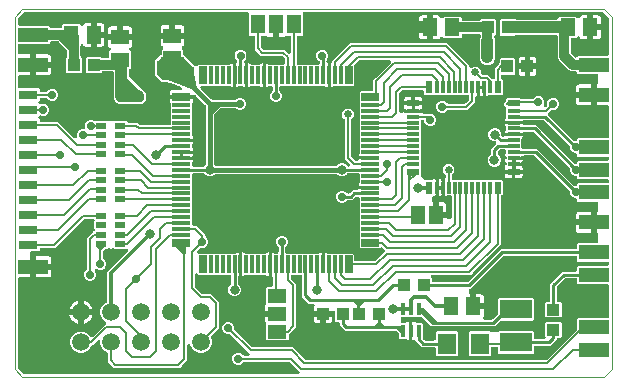
<source format=gtl>
G04 EAGLE Gerber RS-274X export*
G75*
%MOMM*%
%FSLAX34Y34*%
%LPD*%
%INtop Kupfer*%
%IPPOS*%
%AMOC8*
5,1,8,0,0,1.08239X$1,22.5*%
G01*
%ADD10C,0.000000*%
%ADD11R,2.540000X1.270000*%
%ADD12R,1.300000X1.500000*%
%ADD13R,1.600000X1.800000*%
%ADD14R,2.700000X1.600000*%
%ADD15R,1.500000X1.300000*%
%ADD16R,1.600000X0.800000*%
%ADD17R,1.000000X1.100000*%
%ADD18R,1.168400X1.600200*%
%ADD19R,1.100000X1.000000*%
%ADD20R,0.900000X0.500000*%
%ADD21R,1.500000X0.640000*%
%ADD22R,1.500000X0.320000*%
%ADD23R,0.640000X1.500000*%
%ADD24R,0.320000X1.500000*%
%ADD25R,1.000000X0.600000*%
%ADD26R,1.000000X0.300000*%
%ADD27R,0.600000X1.000000*%
%ADD28R,0.300000X1.000000*%
%ADD29R,0.400000X1.050000*%
%ADD30C,1.508000*%
%ADD31R,1.600200X1.168400*%
%ADD32C,0.804800*%
%ADD33C,0.704800*%
%ADD34C,0.254000*%
%ADD35C,0.355600*%
%ADD36C,1.016000*%
%ADD37C,0.812800*%
%ADD38C,0.800000*%
%ADD39C,0.304800*%
%ADD40C,0.203200*%
%ADD41C,0.609600*%
%ADD42C,0.406400*%
%ADD43C,0.654800*%

G36*
X383225Y80277D02*
X383225Y80277D01*
X383324Y80280D01*
X383382Y80297D01*
X383442Y80305D01*
X383534Y80341D01*
X383629Y80369D01*
X383682Y80399D01*
X383738Y80422D01*
X383818Y80480D01*
X383903Y80530D01*
X383979Y80596D01*
X383995Y80608D01*
X384003Y80618D01*
X384024Y80636D01*
X411592Y108205D01*
X474726Y108205D01*
X474844Y108220D01*
X474963Y108227D01*
X475001Y108240D01*
X475042Y108245D01*
X475152Y108288D01*
X475265Y108325D01*
X475300Y108347D01*
X475337Y108362D01*
X475433Y108431D01*
X475534Y108495D01*
X475562Y108525D01*
X475595Y108548D01*
X475671Y108640D01*
X475752Y108727D01*
X475772Y108762D01*
X475797Y108793D01*
X475848Y108901D01*
X475906Y109005D01*
X475916Y109045D01*
X475933Y109081D01*
X475955Y109198D01*
X475985Y109313D01*
X475989Y109373D01*
X475993Y109393D01*
X475991Y109414D01*
X475995Y109474D01*
X475995Y112392D01*
X476888Y113285D01*
X492506Y113285D01*
X492624Y113300D01*
X492743Y113307D01*
X492781Y113320D01*
X492822Y113325D01*
X492932Y113368D01*
X493045Y113405D01*
X493080Y113427D01*
X493117Y113442D01*
X493213Y113511D01*
X493314Y113575D01*
X493342Y113605D01*
X493375Y113628D01*
X493451Y113720D01*
X493532Y113807D01*
X493552Y113842D01*
X493577Y113873D01*
X493628Y113981D01*
X493686Y114085D01*
X493696Y114125D01*
X493713Y114161D01*
X493735Y114278D01*
X493765Y114393D01*
X493769Y114453D01*
X493773Y114473D01*
X493771Y114494D01*
X493775Y114554D01*
X493775Y120650D01*
X493760Y120768D01*
X493753Y120887D01*
X493740Y120925D01*
X493735Y120966D01*
X493692Y121076D01*
X493655Y121189D01*
X493633Y121224D01*
X493618Y121261D01*
X493549Y121357D01*
X493485Y121458D01*
X493455Y121486D01*
X493432Y121519D01*
X493340Y121595D01*
X493253Y121676D01*
X493218Y121696D01*
X493187Y121721D01*
X493079Y121772D01*
X492975Y121830D01*
X492935Y121840D01*
X492899Y121857D01*
X492782Y121879D01*
X492759Y121885D01*
X492759Y129540D01*
X492744Y129658D01*
X492737Y129777D01*
X492724Y129815D01*
X492719Y129855D01*
X492675Y129966D01*
X492639Y130079D01*
X492617Y130114D01*
X492602Y130151D01*
X492532Y130247D01*
X492469Y130348D01*
X492439Y130376D01*
X492415Y130408D01*
X492324Y130484D01*
X492237Y130566D01*
X492202Y130585D01*
X492170Y130611D01*
X492063Y130662D01*
X491959Y130719D01*
X491919Y130730D01*
X491883Y130747D01*
X491766Y130769D01*
X491651Y130799D01*
X491590Y130803D01*
X491570Y130807D01*
X491550Y130805D01*
X491490Y130809D01*
X490219Y130809D01*
X490219Y130811D01*
X491490Y130811D01*
X491608Y130826D01*
X491727Y130833D01*
X491765Y130846D01*
X491805Y130851D01*
X491916Y130895D01*
X492029Y130931D01*
X492064Y130953D01*
X492101Y130968D01*
X492197Y131038D01*
X492298Y131101D01*
X492326Y131131D01*
X492358Y131155D01*
X492434Y131246D01*
X492516Y131333D01*
X492535Y131368D01*
X492561Y131400D01*
X492612Y131507D01*
X492669Y131611D01*
X492680Y131651D01*
X492697Y131687D01*
X492719Y131804D01*
X492749Y131919D01*
X492753Y131980D01*
X492757Y132000D01*
X492755Y132020D01*
X492759Y132080D01*
X492759Y139728D01*
X492781Y139736D01*
X492822Y139741D01*
X492932Y139784D01*
X493045Y139821D01*
X493080Y139843D01*
X493117Y139858D01*
X493213Y139927D01*
X493314Y139991D01*
X493342Y140021D01*
X493375Y140044D01*
X493451Y140136D01*
X493532Y140223D01*
X493552Y140258D01*
X493577Y140289D01*
X493628Y140397D01*
X493686Y140501D01*
X493696Y140541D01*
X493713Y140577D01*
X493735Y140694D01*
X493765Y140809D01*
X493769Y140869D01*
X493773Y140889D01*
X493771Y140910D01*
X493775Y140970D01*
X493775Y147066D01*
X493760Y147184D01*
X493753Y147303D01*
X493740Y147341D01*
X493735Y147382D01*
X493692Y147492D01*
X493655Y147605D01*
X493633Y147640D01*
X493618Y147677D01*
X493549Y147773D01*
X493485Y147874D01*
X493455Y147902D01*
X493432Y147935D01*
X493340Y148011D01*
X493253Y148092D01*
X493218Y148112D01*
X493187Y148137D01*
X493079Y148188D01*
X492975Y148246D01*
X492935Y148256D01*
X492899Y148273D01*
X492782Y148295D01*
X492667Y148325D01*
X492607Y148329D01*
X492587Y148333D01*
X492566Y148331D01*
X492506Y148335D01*
X476888Y148335D01*
X475995Y149228D01*
X475995Y149892D01*
X475980Y150010D01*
X475973Y150129D01*
X475960Y150167D01*
X475955Y150208D01*
X475912Y150318D01*
X475875Y150431D01*
X475853Y150466D01*
X475838Y150503D01*
X475769Y150599D01*
X475705Y150700D01*
X475675Y150728D01*
X475652Y150761D01*
X475560Y150837D01*
X475473Y150918D01*
X475438Y150938D01*
X475407Y150963D01*
X475299Y151014D01*
X475195Y151072D01*
X475155Y151082D01*
X475119Y151099D01*
X475002Y151121D01*
X474887Y151151D01*
X474827Y151155D01*
X474807Y151159D01*
X474786Y151157D01*
X474726Y151161D01*
X473976Y151161D01*
X472120Y151930D01*
X470700Y153350D01*
X469931Y155206D01*
X469931Y156781D01*
X469919Y156879D01*
X469916Y156978D01*
X469899Y157036D01*
X469891Y157096D01*
X469855Y157188D01*
X469827Y157283D01*
X469797Y157336D01*
X469774Y157392D01*
X469716Y157472D01*
X469666Y157557D01*
X469600Y157633D01*
X469588Y157649D01*
X469578Y157657D01*
X469560Y157678D01*
X440144Y187094D01*
X440066Y187154D01*
X439994Y187222D01*
X439941Y187251D01*
X439893Y187288D01*
X439802Y187328D01*
X439715Y187376D01*
X439657Y187391D01*
X439601Y187415D01*
X439503Y187430D01*
X439407Y187455D01*
X439307Y187461D01*
X439287Y187465D01*
X439275Y187463D01*
X439247Y187465D01*
X431040Y187465D01*
X430922Y187450D01*
X430803Y187443D01*
X430765Y187430D01*
X430724Y187425D01*
X430614Y187382D01*
X430501Y187345D01*
X430466Y187323D01*
X430429Y187308D01*
X430333Y187239D01*
X430232Y187175D01*
X430204Y187145D01*
X430171Y187122D01*
X430095Y187030D01*
X430014Y186943D01*
X429994Y186908D01*
X429969Y186877D01*
X429918Y186769D01*
X429860Y186665D01*
X429850Y186625D01*
X429833Y186589D01*
X429822Y186529D01*
X428787Y186529D01*
X428776Y186528D01*
X428765Y186529D01*
X428619Y186508D01*
X428472Y186490D01*
X428461Y186485D01*
X428450Y186484D01*
X428314Y186427D01*
X428176Y186373D01*
X428167Y186366D01*
X428156Y186361D01*
X428038Y186272D01*
X427919Y186186D01*
X427912Y186177D01*
X427902Y186170D01*
X427810Y186054D01*
X427716Y185941D01*
X427711Y185930D01*
X427704Y185921D01*
X427643Y185786D01*
X427581Y185653D01*
X427578Y185642D01*
X427574Y185631D01*
X427548Y185485D01*
X427521Y185341D01*
X427522Y185329D01*
X427520Y185318D01*
X427531Y185170D01*
X427541Y185023D01*
X427544Y185012D01*
X427545Y185001D01*
X427593Y184860D01*
X427639Y184721D01*
X427645Y184711D01*
X427648Y184700D01*
X427730Y184577D01*
X427809Y184452D01*
X427817Y184444D01*
X427823Y184435D01*
X427933Y184335D01*
X428040Y184234D01*
X428050Y184229D01*
X428059Y184221D01*
X428196Y184137D01*
X428197Y184137D01*
X428260Y184113D01*
X428319Y184081D01*
X428319Y184080D01*
X428408Y184057D01*
X428495Y184025D01*
X428562Y184018D01*
X428627Y184001D01*
X428788Y183991D01*
X429771Y183991D01*
X429771Y183426D01*
X429680Y183089D01*
X429668Y182997D01*
X429646Y182907D01*
X429646Y182868D01*
X429644Y182855D01*
X429645Y182830D01*
X429637Y182773D01*
X429648Y182682D01*
X429649Y182589D01*
X429672Y182474D01*
X429674Y182458D01*
X429677Y182450D01*
X429680Y182431D01*
X429771Y182094D01*
X429771Y181529D01*
X428788Y181529D01*
X428785Y181529D01*
X428784Y181529D01*
X428733Y181523D01*
X428680Y181525D01*
X428577Y181503D01*
X428472Y181490D01*
X428470Y181489D01*
X428468Y181488D01*
X428420Y181469D01*
X428369Y181458D01*
X428220Y181395D01*
X428200Y181382D01*
X428177Y181373D01*
X428175Y181371D01*
X428173Y181370D01*
X428066Y181292D01*
X427956Y181219D01*
X427939Y181200D01*
X427919Y181186D01*
X427918Y181184D01*
X427916Y181183D01*
X427832Y181081D01*
X427744Y180982D01*
X427732Y180959D01*
X427717Y180941D01*
X427716Y180939D01*
X427714Y180937D01*
X427658Y180817D01*
X427597Y180699D01*
X427591Y180674D01*
X427581Y180653D01*
X427581Y180652D01*
X427580Y180649D01*
X427555Y180519D01*
X427525Y180390D01*
X427526Y180364D01*
X427521Y180341D01*
X427521Y180340D01*
X427521Y180337D01*
X427529Y180204D01*
X427533Y180072D01*
X427540Y180047D01*
X427541Y180023D01*
X427541Y180022D01*
X427542Y180019D01*
X427583Y179893D01*
X427619Y179766D01*
X427632Y179743D01*
X427639Y179720D01*
X427640Y179720D01*
X427641Y179717D01*
X427712Y179605D01*
X427778Y179490D01*
X427796Y179472D01*
X427809Y179452D01*
X427810Y179451D01*
X427811Y179449D01*
X427908Y179358D01*
X428001Y179264D01*
X428023Y179251D01*
X428041Y179234D01*
X428042Y179233D01*
X428044Y179232D01*
X428180Y179146D01*
X428229Y179126D01*
X428274Y179100D01*
X428297Y179092D01*
X428319Y179080D01*
X428399Y179060D01*
X428476Y179029D01*
X428529Y179023D01*
X428578Y179008D01*
X428603Y179007D01*
X428627Y179001D01*
X428788Y178991D01*
X429771Y178991D01*
X429771Y178426D01*
X429680Y178089D01*
X429668Y177997D01*
X429646Y177907D01*
X429646Y177840D01*
X429637Y177773D01*
X429648Y177682D01*
X429649Y177589D01*
X429672Y177474D01*
X429674Y177458D01*
X429677Y177450D01*
X429680Y177431D01*
X429771Y177094D01*
X429771Y175259D01*
X423690Y175259D01*
X423689Y175266D01*
X423646Y175376D01*
X423609Y175489D01*
X423587Y175524D01*
X423572Y175561D01*
X423503Y175657D01*
X423499Y175662D01*
X423499Y180260D01*
X423499Y185260D01*
X423484Y185378D01*
X423477Y185497D01*
X423465Y185535D01*
X423460Y185575D01*
X423416Y185686D01*
X423379Y185799D01*
X423357Y185833D01*
X423343Y185871D01*
X423273Y185967D01*
X423209Y186068D01*
X423179Y186096D01*
X423156Y186128D01*
X423064Y186204D01*
X422977Y186286D01*
X422942Y186305D01*
X422911Y186331D01*
X422803Y186382D01*
X422699Y186439D01*
X422660Y186449D01*
X422623Y186467D01*
X422506Y186489D01*
X422391Y186519D01*
X422331Y186523D01*
X422311Y186526D01*
X422310Y186526D01*
X422290Y186525D01*
X422230Y186529D01*
X422112Y186514D01*
X421993Y186507D01*
X421954Y186494D01*
X421914Y186489D01*
X421804Y186445D01*
X421690Y186409D01*
X421656Y186387D01*
X421619Y186372D01*
X421522Y186302D01*
X421422Y186238D01*
X421394Y186209D01*
X421361Y186185D01*
X421285Y186093D01*
X421204Y186007D01*
X421184Y185971D01*
X421158Y185940D01*
X421108Y185833D01*
X421050Y185728D01*
X421040Y185689D01*
X421023Y185653D01*
X421001Y185536D01*
X420971Y185420D01*
X420967Y185360D01*
X420963Y185340D01*
X420964Y185320D01*
X420961Y185260D01*
X420961Y180260D01*
X420961Y175673D01*
X420954Y175662D01*
X420929Y175631D01*
X420878Y175523D01*
X420820Y175419D01*
X420810Y175379D01*
X420793Y175343D01*
X420777Y175259D01*
X414689Y175259D01*
X414689Y177094D01*
X414780Y177431D01*
X414792Y177523D01*
X414814Y177613D01*
X414814Y177680D01*
X414823Y177747D01*
X414812Y177838D01*
X414811Y177931D01*
X414788Y178046D01*
X414786Y178062D01*
X414783Y178070D01*
X414780Y178089D01*
X414689Y178426D01*
X414689Y178991D01*
X415672Y178991D01*
X415726Y178997D01*
X415780Y178995D01*
X415849Y179010D01*
X415918Y179015D01*
X415952Y179026D01*
X415987Y179030D01*
X416038Y179050D01*
X416091Y179062D01*
X416206Y179110D01*
X416220Y179115D01*
X416226Y179119D01*
X416240Y179125D01*
X416260Y179138D01*
X416283Y179147D01*
X416383Y179220D01*
X416487Y179287D01*
X416495Y179295D01*
X416504Y179301D01*
X416521Y179320D01*
X416540Y179334D01*
X416618Y179428D01*
X416704Y179520D01*
X416709Y179530D01*
X416716Y179538D01*
X416728Y179561D01*
X416743Y179579D01*
X416794Y179688D01*
X416855Y179800D01*
X416858Y179811D01*
X416863Y179821D01*
X416869Y179846D01*
X416879Y179867D01*
X416901Y179984D01*
X416932Y180109D01*
X416932Y180120D01*
X416935Y180130D01*
X416934Y180157D01*
X416939Y180180D01*
X416931Y180298D01*
X416931Y180427D01*
X416928Y180437D01*
X416927Y180448D01*
X416920Y180473D01*
X416919Y180497D01*
X416882Y180611D01*
X416850Y180734D01*
X416844Y180744D01*
X416841Y180754D01*
X416828Y180777D01*
X416821Y180800D01*
X416756Y180902D01*
X416695Y181012D01*
X416687Y181020D01*
X416682Y181030D01*
X416664Y181048D01*
X416651Y181068D01*
X416561Y181152D01*
X416476Y181242D01*
X416464Y181251D01*
X416459Y181256D01*
X416445Y181264D01*
X416433Y181273D01*
X416419Y181286D01*
X416400Y181296D01*
X416345Y181336D01*
X416263Y181374D01*
X416186Y181420D01*
X416163Y181428D01*
X416141Y181440D01*
X416097Y181451D01*
X416056Y181470D01*
X415967Y181486D01*
X415882Y181512D01*
X415857Y181513D01*
X415833Y181519D01*
X415764Y181524D01*
X415743Y181527D01*
X415724Y181526D01*
X415672Y181529D01*
X414689Y181529D01*
X414689Y182094D01*
X414780Y182431D01*
X414792Y182523D01*
X414814Y182613D01*
X414814Y182679D01*
X414816Y182694D01*
X414816Y182698D01*
X414823Y182747D01*
X414812Y182838D01*
X414811Y182931D01*
X414797Y183000D01*
X414797Y183011D01*
X414793Y183024D01*
X414788Y183046D01*
X414786Y183062D01*
X414783Y183070D01*
X414780Y183089D01*
X414689Y183426D01*
X414689Y183991D01*
X415672Y183991D01*
X415753Y184001D01*
X415835Y184001D01*
X415910Y184021D01*
X415987Y184030D01*
X416064Y184061D01*
X416143Y184081D01*
X416278Y184146D01*
X416283Y184147D01*
X416283Y184148D01*
X416284Y184148D01*
X416285Y184149D01*
X416288Y184150D01*
X416289Y184151D01*
X416417Y184244D01*
X416541Y184335D01*
X416543Y184337D01*
X416545Y184339D01*
X416644Y184459D01*
X416744Y184580D01*
X416745Y184582D01*
X416747Y184585D01*
X416814Y184727D01*
X416879Y184867D01*
X416880Y184870D01*
X416881Y184873D01*
X416910Y185027D01*
X416939Y185180D01*
X416939Y185183D01*
X416940Y185186D01*
X416929Y185341D01*
X416919Y185497D01*
X416918Y185500D01*
X416918Y185503D01*
X416870Y185650D01*
X416821Y185800D01*
X416820Y185802D01*
X416819Y185805D01*
X416736Y185934D01*
X416651Y186068D01*
X416649Y186070D01*
X416647Y186073D01*
X416534Y186178D01*
X416420Y186286D01*
X416417Y186288D01*
X416415Y186290D01*
X416276Y186365D01*
X416141Y186440D01*
X416138Y186440D01*
X416136Y186442D01*
X415981Y186481D01*
X415833Y186519D01*
X415829Y186519D01*
X415827Y186520D01*
X415822Y186520D01*
X415672Y186529D01*
X414689Y186529D01*
X414689Y187094D01*
X414862Y187741D01*
X415197Y188320D01*
X415334Y188457D01*
X415394Y188535D01*
X415462Y188607D01*
X415491Y188660D01*
X415528Y188708D01*
X415568Y188799D01*
X415616Y188886D01*
X415631Y188944D01*
X415655Y189000D01*
X415670Y189098D01*
X415695Y189193D01*
X415701Y189293D01*
X415705Y189314D01*
X415703Y189326D01*
X415705Y189354D01*
X415705Y191196D01*
X415690Y191314D01*
X415683Y191433D01*
X415670Y191471D01*
X415665Y191512D01*
X415622Y191622D01*
X415585Y191735D01*
X415563Y191770D01*
X415548Y191807D01*
X415479Y191903D01*
X415415Y192004D01*
X415385Y192032D01*
X415362Y192065D01*
X415270Y192141D01*
X415183Y192222D01*
X415148Y192242D01*
X415117Y192267D01*
X415009Y192318D01*
X414905Y192376D01*
X414865Y192386D01*
X414829Y192403D01*
X414712Y192425D01*
X414597Y192455D01*
X414537Y192459D01*
X414517Y192463D01*
X414496Y192461D01*
X414436Y192465D01*
X410842Y192465D01*
X410744Y192453D01*
X410645Y192450D01*
X410587Y192433D01*
X410527Y192425D01*
X410434Y192389D01*
X410339Y192361D01*
X410287Y192331D01*
X410231Y192308D01*
X410151Y192250D01*
X410065Y192200D01*
X409990Y192134D01*
X409973Y192122D01*
X409966Y192112D01*
X409945Y192094D01*
X409176Y191325D01*
X409116Y191247D01*
X409048Y191175D01*
X409019Y191122D01*
X408982Y191074D01*
X408942Y190983D01*
X408894Y190897D01*
X408879Y190838D01*
X408855Y190782D01*
X408840Y190684D01*
X408815Y190589D01*
X408809Y190489D01*
X408805Y190468D01*
X408807Y190456D01*
X408805Y190428D01*
X408805Y189059D01*
X408817Y188961D01*
X408820Y188862D01*
X408837Y188804D01*
X408845Y188744D01*
X408881Y188652D01*
X408909Y188556D01*
X408939Y188504D01*
X408962Y188448D01*
X409020Y188368D01*
X409070Y188283D01*
X409136Y188207D01*
X409148Y188191D01*
X409158Y188183D01*
X409176Y188162D01*
X410694Y186644D01*
X411535Y184614D01*
X411535Y182416D01*
X410694Y180386D01*
X409139Y178831D01*
X407109Y177990D01*
X404911Y177990D01*
X402881Y178831D01*
X401326Y180386D01*
X400485Y182416D01*
X400485Y184614D01*
X401326Y186644D01*
X402844Y188162D01*
X402904Y188240D01*
X402972Y188312D01*
X403001Y188365D01*
X403038Y188413D01*
X403078Y188504D01*
X403126Y188591D01*
X403141Y188649D01*
X403165Y188705D01*
X403180Y188803D01*
X403205Y188898D01*
X403211Y188999D01*
X403215Y189019D01*
X403213Y189031D01*
X403215Y189059D01*
X403215Y193269D01*
X407360Y197414D01*
X407445Y197523D01*
X407534Y197630D01*
X407542Y197649D01*
X407555Y197665D01*
X407610Y197793D01*
X407669Y197918D01*
X407673Y197938D01*
X407681Y197957D01*
X407703Y198095D01*
X407729Y198231D01*
X407728Y198251D01*
X407731Y198271D01*
X407718Y198410D01*
X407709Y198548D01*
X407703Y198567D01*
X407701Y198587D01*
X407654Y198719D01*
X407611Y198850D01*
X407600Y198868D01*
X407594Y198887D01*
X407516Y199002D01*
X407441Y199119D01*
X407426Y199133D01*
X407415Y199150D01*
X407311Y199242D01*
X407210Y199337D01*
X407192Y199347D01*
X407177Y199360D01*
X407052Y199424D01*
X406931Y199491D01*
X406911Y199496D01*
X406893Y199505D01*
X406758Y199535D01*
X406623Y199570D01*
X406595Y199572D01*
X406583Y199575D01*
X406563Y199574D01*
X406462Y199580D01*
X405301Y199580D01*
X403271Y200421D01*
X401716Y201976D01*
X400875Y204006D01*
X400875Y206204D01*
X401716Y208234D01*
X403271Y209789D01*
X405301Y210630D01*
X407499Y210630D01*
X409529Y209789D01*
X411084Y208234D01*
X411925Y206204D01*
X411925Y204324D01*
X411940Y204206D01*
X411947Y204087D01*
X411960Y204049D01*
X411965Y204008D01*
X412008Y203898D01*
X412045Y203785D01*
X412067Y203750D01*
X412082Y203713D01*
X412151Y203617D01*
X412215Y203516D01*
X412245Y203488D01*
X412268Y203455D01*
X412360Y203379D01*
X412447Y203298D01*
X412482Y203278D01*
X412513Y203253D01*
X412621Y203202D01*
X412725Y203144D01*
X412765Y203134D01*
X412801Y203117D01*
X412918Y203095D01*
X413033Y203065D01*
X413093Y203061D01*
X413113Y203057D01*
X413134Y203059D01*
X413194Y203055D01*
X413420Y203055D01*
X413538Y203070D01*
X413657Y203077D01*
X413695Y203090D01*
X413736Y203095D01*
X413846Y203138D01*
X413959Y203175D01*
X413994Y203197D01*
X414031Y203212D01*
X414127Y203281D01*
X414228Y203345D01*
X414256Y203375D01*
X414289Y203398D01*
X414365Y203490D01*
X414446Y203577D01*
X414466Y203612D01*
X414491Y203643D01*
X414542Y203751D01*
X414600Y203855D01*
X414610Y203895D01*
X414627Y203931D01*
X414638Y203991D01*
X422230Y203991D01*
X429771Y203991D01*
X429771Y203426D01*
X429598Y202779D01*
X429263Y202200D01*
X429126Y202063D01*
X429066Y201985D01*
X428998Y201913D01*
X428969Y201860D01*
X428932Y201812D01*
X428892Y201721D01*
X428844Y201634D01*
X428829Y201576D01*
X428805Y201520D01*
X428790Y201422D01*
X428765Y201327D01*
X428759Y201227D01*
X428755Y201206D01*
X428757Y201194D01*
X428755Y201166D01*
X428755Y194324D01*
X428770Y194206D01*
X428777Y194087D01*
X428790Y194049D01*
X428795Y194008D01*
X428838Y193898D01*
X428875Y193785D01*
X428897Y193750D01*
X428912Y193713D01*
X428981Y193617D01*
X429045Y193516D01*
X429075Y193488D01*
X429098Y193455D01*
X429190Y193379D01*
X429277Y193298D01*
X429312Y193278D01*
X429343Y193253D01*
X429451Y193202D01*
X429555Y193144D01*
X429595Y193134D01*
X429631Y193117D01*
X429748Y193095D01*
X429863Y193065D01*
X429923Y193061D01*
X429943Y193057D01*
X429964Y193059D01*
X430024Y193055D01*
X442088Y193055D01*
X473512Y161630D01*
X473590Y161570D01*
X473662Y161502D01*
X473715Y161473D01*
X473763Y161436D01*
X473854Y161396D01*
X473941Y161348D01*
X473999Y161333D01*
X474055Y161309D01*
X474153Y161294D01*
X474249Y161269D01*
X474349Y161263D01*
X474369Y161259D01*
X474381Y161261D01*
X474409Y161259D01*
X474726Y161259D01*
X474844Y161274D01*
X474963Y161281D01*
X475001Y161294D01*
X475042Y161299D01*
X475152Y161342D01*
X475265Y161379D01*
X475300Y161401D01*
X475337Y161416D01*
X475433Y161485D01*
X475534Y161549D01*
X475562Y161579D01*
X475595Y161602D01*
X475671Y161694D01*
X475752Y161781D01*
X475772Y161816D01*
X475797Y161847D01*
X475848Y161955D01*
X475906Y162059D01*
X475916Y162099D01*
X475933Y162135D01*
X475955Y162252D01*
X475985Y162367D01*
X475989Y162427D01*
X475993Y162447D01*
X475991Y162468D01*
X475995Y162528D01*
X475995Y163192D01*
X476888Y164085D01*
X501650Y164085D01*
X501768Y164100D01*
X501887Y164107D01*
X501925Y164120D01*
X501966Y164125D01*
X502076Y164168D01*
X502189Y164205D01*
X502224Y164227D01*
X502261Y164242D01*
X502357Y164311D01*
X502458Y164375D01*
X502486Y164405D01*
X502519Y164428D01*
X502595Y164520D01*
X502676Y164607D01*
X502696Y164642D01*
X502721Y164673D01*
X502772Y164781D01*
X502830Y164885D01*
X502840Y164925D01*
X502857Y164961D01*
X502879Y165078D01*
X502909Y165193D01*
X502913Y165253D01*
X502917Y165273D01*
X502915Y165294D01*
X502919Y165354D01*
X502919Y166116D01*
X502904Y166234D01*
X502897Y166353D01*
X502884Y166391D01*
X502879Y166432D01*
X502836Y166542D01*
X502799Y166655D01*
X502777Y166690D01*
X502762Y166727D01*
X502693Y166823D01*
X502629Y166924D01*
X502599Y166952D01*
X502576Y166985D01*
X502484Y167061D01*
X502397Y167142D01*
X502362Y167162D01*
X502331Y167187D01*
X502223Y167238D01*
X502119Y167296D01*
X502079Y167306D01*
X502043Y167323D01*
X501926Y167345D01*
X501811Y167375D01*
X501751Y167379D01*
X501731Y167383D01*
X501710Y167381D01*
X501650Y167385D01*
X476888Y167385D01*
X475995Y168278D01*
X475995Y168942D01*
X475980Y169060D01*
X475973Y169179D01*
X475960Y169217D01*
X475955Y169258D01*
X475912Y169368D01*
X475875Y169481D01*
X475853Y169516D01*
X475838Y169553D01*
X475769Y169649D01*
X475705Y169750D01*
X475675Y169778D01*
X475652Y169811D01*
X475560Y169887D01*
X475473Y169968D01*
X475438Y169988D01*
X475407Y170013D01*
X475299Y170064D01*
X475195Y170122D01*
X475155Y170132D01*
X475119Y170149D01*
X475002Y170171D01*
X474887Y170201D01*
X474827Y170205D01*
X474807Y170209D01*
X474786Y170207D01*
X474726Y170211D01*
X473976Y170211D01*
X472120Y170980D01*
X470700Y172400D01*
X469931Y174256D01*
X469931Y175831D01*
X469919Y175929D01*
X469916Y176028D01*
X469899Y176086D01*
X469891Y176146D01*
X469855Y176238D01*
X469827Y176333D01*
X469797Y176386D01*
X469774Y176442D01*
X469716Y176522D01*
X469666Y176607D01*
X469600Y176683D01*
X469588Y176699D01*
X469578Y176707D01*
X469560Y176728D01*
X439194Y207094D01*
X439116Y207154D01*
X439044Y207222D01*
X438991Y207251D01*
X438943Y207288D01*
X438852Y207328D01*
X438765Y207376D01*
X438707Y207391D01*
X438651Y207415D01*
X438553Y207430D01*
X438457Y207455D01*
X438357Y207461D01*
X438337Y207465D01*
X438325Y207463D01*
X438297Y207465D01*
X431040Y207465D01*
X430922Y207450D01*
X430803Y207443D01*
X430765Y207430D01*
X430724Y207425D01*
X430614Y207382D01*
X430501Y207345D01*
X430466Y207323D01*
X430429Y207308D01*
X430333Y207239D01*
X430232Y207175D01*
X430204Y207145D01*
X430171Y207122D01*
X430095Y207030D01*
X430014Y206943D01*
X429994Y206908D01*
X429969Y206877D01*
X429918Y206769D01*
X429860Y206665D01*
X429850Y206625D01*
X429833Y206589D01*
X429822Y206529D01*
X422230Y206529D01*
X414689Y206529D01*
X414689Y207094D01*
X414862Y207741D01*
X415197Y208320D01*
X415334Y208457D01*
X415394Y208535D01*
X415462Y208607D01*
X415491Y208660D01*
X415528Y208708D01*
X415568Y208799D01*
X415616Y208886D01*
X415631Y208944D01*
X415655Y209000D01*
X415670Y209098D01*
X415695Y209193D01*
X415701Y209293D01*
X415705Y209314D01*
X415703Y209326D01*
X415705Y209354D01*
X415705Y211166D01*
X415693Y211264D01*
X415690Y211363D01*
X415673Y211421D01*
X415665Y211481D01*
X415629Y211573D01*
X415601Y211669D01*
X415571Y211721D01*
X415548Y211777D01*
X415490Y211857D01*
X415440Y211943D01*
X415374Y212018D01*
X415362Y212034D01*
X415352Y212042D01*
X415334Y212063D01*
X415197Y212200D01*
X414862Y212779D01*
X414689Y213426D01*
X414689Y213991D01*
X422230Y213991D01*
X429818Y213991D01*
X429854Y213898D01*
X429891Y213785D01*
X429913Y213750D01*
X429928Y213713D01*
X429997Y213617D01*
X430061Y213516D01*
X430091Y213488D01*
X430114Y213455D01*
X430206Y213379D01*
X430293Y213298D01*
X430328Y213278D01*
X430359Y213253D01*
X430467Y213202D01*
X430571Y213144D01*
X430611Y213134D01*
X430647Y213117D01*
X430764Y213095D01*
X430879Y213065D01*
X430939Y213061D01*
X430959Y213057D01*
X430980Y213059D01*
X431040Y213055D01*
X441138Y213055D01*
X473512Y180680D01*
X473590Y180620D01*
X473662Y180552D01*
X473715Y180523D01*
X473763Y180486D01*
X473854Y180446D01*
X473941Y180398D01*
X473999Y180383D01*
X474055Y180359D01*
X474153Y180344D01*
X474249Y180319D01*
X474349Y180313D01*
X474369Y180309D01*
X474381Y180311D01*
X474409Y180309D01*
X474726Y180309D01*
X474844Y180324D01*
X474963Y180331D01*
X475001Y180344D01*
X475042Y180349D01*
X475152Y180392D01*
X475265Y180429D01*
X475300Y180451D01*
X475337Y180466D01*
X475433Y180535D01*
X475534Y180599D01*
X475562Y180629D01*
X475595Y180652D01*
X475671Y180744D01*
X475752Y180831D01*
X475772Y180866D01*
X475797Y180897D01*
X475848Y181005D01*
X475906Y181109D01*
X475916Y181149D01*
X475933Y181185D01*
X475955Y181302D01*
X475985Y181417D01*
X475989Y181477D01*
X475993Y181497D01*
X475991Y181518D01*
X475995Y181578D01*
X475995Y182242D01*
X476888Y183135D01*
X501650Y183135D01*
X501768Y183150D01*
X501887Y183157D01*
X501925Y183170D01*
X501966Y183175D01*
X502076Y183218D01*
X502189Y183255D01*
X502224Y183277D01*
X502261Y183292D01*
X502357Y183361D01*
X502458Y183425D01*
X502486Y183455D01*
X502519Y183478D01*
X502595Y183570D01*
X502676Y183657D01*
X502696Y183692D01*
X502721Y183723D01*
X502772Y183831D01*
X502830Y183935D01*
X502840Y183975D01*
X502857Y184011D01*
X502879Y184128D01*
X502909Y184243D01*
X502913Y184303D01*
X502917Y184323D01*
X502915Y184344D01*
X502919Y184404D01*
X502919Y185166D01*
X502904Y185284D01*
X502897Y185403D01*
X502884Y185441D01*
X502879Y185482D01*
X502836Y185592D01*
X502799Y185705D01*
X502777Y185740D01*
X502762Y185777D01*
X502693Y185873D01*
X502629Y185974D01*
X502599Y186002D01*
X502576Y186035D01*
X502484Y186111D01*
X502397Y186192D01*
X502362Y186212D01*
X502331Y186237D01*
X502223Y186288D01*
X502119Y186346D01*
X502079Y186356D01*
X502043Y186373D01*
X501926Y186395D01*
X501811Y186425D01*
X501751Y186429D01*
X501731Y186433D01*
X501710Y186431D01*
X501650Y186435D01*
X476888Y186435D01*
X475995Y187328D01*
X475995Y187992D01*
X475980Y188110D01*
X475973Y188229D01*
X475960Y188267D01*
X475955Y188308D01*
X475912Y188418D01*
X475875Y188531D01*
X475853Y188566D01*
X475838Y188603D01*
X475769Y188699D01*
X475705Y188800D01*
X475675Y188828D01*
X475652Y188861D01*
X475560Y188937D01*
X475473Y189018D01*
X475438Y189038D01*
X475407Y189063D01*
X475299Y189114D01*
X475195Y189172D01*
X475155Y189182D01*
X475119Y189199D01*
X475002Y189221D01*
X474887Y189251D01*
X474827Y189255D01*
X474807Y189259D01*
X474786Y189257D01*
X474726Y189261D01*
X473976Y189261D01*
X472120Y190030D01*
X470700Y191450D01*
X469931Y193306D01*
X469931Y194881D01*
X469919Y194979D01*
X469916Y195078D01*
X469899Y195136D01*
X469891Y195196D01*
X469855Y195288D01*
X469827Y195383D01*
X469797Y195436D01*
X469774Y195492D01*
X469716Y195572D01*
X469666Y195657D01*
X469600Y195733D01*
X469588Y195749D01*
X469578Y195757D01*
X469560Y195778D01*
X448244Y217094D01*
X448166Y217154D01*
X448094Y217222D01*
X448041Y217251D01*
X447993Y217288D01*
X447902Y217328D01*
X447815Y217376D01*
X447757Y217391D01*
X447701Y217415D01*
X447603Y217430D01*
X447507Y217455D01*
X447407Y217461D01*
X447387Y217465D01*
X447375Y217463D01*
X447347Y217465D01*
X431040Y217465D01*
X430922Y217450D01*
X430803Y217443D01*
X430765Y217430D01*
X430724Y217425D01*
X430614Y217382D01*
X430501Y217345D01*
X430466Y217323D01*
X430429Y217308D01*
X430333Y217239D01*
X430232Y217175D01*
X430204Y217145D01*
X430171Y217122D01*
X430095Y217030D01*
X430014Y216943D01*
X429994Y216908D01*
X429969Y216877D01*
X429918Y216769D01*
X429860Y216665D01*
X429850Y216625D01*
X429833Y216589D01*
X429822Y216529D01*
X422230Y216529D01*
X414689Y216529D01*
X414689Y217094D01*
X414862Y217741D01*
X415197Y218320D01*
X415334Y218457D01*
X415394Y218535D01*
X415462Y218607D01*
X415491Y218660D01*
X415528Y218708D01*
X415568Y218799D01*
X415616Y218886D01*
X415631Y218944D01*
X415655Y219000D01*
X415670Y219098D01*
X415695Y219193D01*
X415701Y219293D01*
X415705Y219314D01*
X415703Y219326D01*
X415705Y219354D01*
X415705Y227816D01*
X415693Y227914D01*
X415690Y228013D01*
X415673Y228071D01*
X415665Y228131D01*
X415629Y228223D01*
X415601Y228319D01*
X415571Y228371D01*
X415548Y228427D01*
X415490Y228507D01*
X415440Y228593D01*
X415374Y228668D01*
X415362Y228684D01*
X415352Y228692D01*
X415334Y228713D01*
X414849Y229198D01*
X414836Y229208D01*
X414747Y229290D01*
X414033Y229864D01*
X414031Y229868D01*
X414022Y229898D01*
X413959Y230004D01*
X413959Y230934D01*
X413957Y230950D01*
X413952Y231071D01*
X413853Y231982D01*
X413855Y231987D01*
X413870Y232014D01*
X413900Y232134D01*
X414558Y232791D01*
X414568Y232804D01*
X414650Y232893D01*
X415425Y233857D01*
X415441Y233883D01*
X415462Y233905D01*
X415524Y234018D01*
X415592Y234127D01*
X415601Y234157D01*
X415616Y234184D01*
X415648Y234308D01*
X415686Y234431D01*
X415687Y234462D01*
X415695Y234492D01*
X415705Y234652D01*
X415705Y235392D01*
X416598Y236285D01*
X427862Y236285D01*
X428824Y235322D01*
X428902Y235262D01*
X428974Y235194D01*
X429027Y235165D01*
X429075Y235128D01*
X429166Y235088D01*
X429253Y235040D01*
X429311Y235025D01*
X429367Y235001D01*
X429465Y234986D01*
X429561Y234961D01*
X429661Y234955D01*
X429681Y234951D01*
X429693Y234953D01*
X429721Y234951D01*
X438105Y234951D01*
X438203Y234963D01*
X438302Y234966D01*
X438360Y234983D01*
X438421Y234991D01*
X438513Y235027D01*
X438608Y235055D01*
X438660Y235085D01*
X438716Y235108D01*
X438796Y235166D01*
X438882Y235216D01*
X438957Y235282D01*
X438974Y235294D01*
X438981Y235304D01*
X439002Y235322D01*
X440370Y236690D01*
X442226Y237459D01*
X444234Y237459D01*
X446090Y236690D01*
X447510Y235270D01*
X448279Y233414D01*
X448279Y231406D01*
X447663Y229920D01*
X447645Y229852D01*
X447617Y229788D01*
X447603Y229699D01*
X447579Y229613D01*
X447578Y229543D01*
X447567Y229474D01*
X447576Y229385D01*
X447574Y229295D01*
X447590Y229227D01*
X447597Y229158D01*
X447627Y229073D01*
X447648Y228986D01*
X447681Y228924D01*
X447705Y228858D01*
X447755Y228784D01*
X447797Y228705D01*
X447844Y228653D01*
X447883Y228595D01*
X447950Y228536D01*
X448011Y228469D01*
X448069Y228431D01*
X448122Y228385D01*
X448202Y228344D01*
X448277Y228294D01*
X448343Y228272D01*
X448405Y228240D01*
X448492Y228220D01*
X448577Y228191D01*
X448647Y228186D01*
X448715Y228170D01*
X448805Y228173D01*
X448895Y228166D01*
X448963Y228178D01*
X449033Y228180D01*
X449119Y228205D01*
X449208Y228220D01*
X449271Y228249D01*
X449339Y228268D01*
X449416Y228314D01*
X449498Y228351D01*
X449552Y228395D01*
X449612Y228430D01*
X449733Y228536D01*
X450510Y229313D01*
X450570Y229391D01*
X450638Y229463D01*
X450667Y229516D01*
X450704Y229564D01*
X450744Y229655D01*
X450792Y229742D01*
X450807Y229800D01*
X450831Y229856D01*
X450846Y229954D01*
X450871Y230049D01*
X450877Y230150D01*
X450881Y230170D01*
X450879Y230182D01*
X450881Y230210D01*
X450881Y232144D01*
X451650Y234000D01*
X453070Y235420D01*
X454926Y236189D01*
X456934Y236189D01*
X458790Y235420D01*
X460210Y234000D01*
X460979Y232144D01*
X460979Y230136D01*
X460210Y228280D01*
X458790Y226860D01*
X456934Y226091D01*
X455000Y226091D01*
X454902Y226079D01*
X454803Y226076D01*
X454745Y226059D01*
X454685Y226051D01*
X454593Y226015D01*
X454497Y225987D01*
X454445Y225957D01*
X454389Y225934D01*
X454309Y225876D01*
X454224Y225826D01*
X454148Y225760D01*
X454132Y225748D01*
X454124Y225738D01*
X454103Y225720D01*
X451710Y223327D01*
X451637Y223233D01*
X451558Y223144D01*
X451540Y223108D01*
X451515Y223076D01*
X451468Y222966D01*
X451414Y222861D01*
X451405Y222821D01*
X451389Y222784D01*
X451370Y222666D01*
X451344Y222550D01*
X451345Y222510D01*
X451339Y222470D01*
X451350Y222351D01*
X451354Y222232D01*
X451365Y222194D01*
X451369Y222153D01*
X451409Y222041D01*
X451442Y221927D01*
X451463Y221892D01*
X451477Y221854D01*
X451543Y221756D01*
X451604Y221653D01*
X451644Y221608D01*
X451655Y221591D01*
X451670Y221577D01*
X451710Y221532D01*
X473512Y199730D01*
X473590Y199670D01*
X473662Y199602D01*
X473715Y199573D01*
X473763Y199536D01*
X473854Y199496D01*
X473941Y199448D01*
X473999Y199433D01*
X474055Y199409D01*
X474153Y199394D01*
X474249Y199369D01*
X474349Y199363D01*
X474369Y199359D01*
X474381Y199361D01*
X474409Y199359D01*
X474726Y199359D01*
X474844Y199374D01*
X474963Y199381D01*
X475001Y199394D01*
X475042Y199399D01*
X475152Y199442D01*
X475265Y199479D01*
X475300Y199501D01*
X475337Y199516D01*
X475433Y199585D01*
X475534Y199649D01*
X475562Y199679D01*
X475595Y199702D01*
X475671Y199794D01*
X475752Y199881D01*
X475772Y199916D01*
X475797Y199947D01*
X475848Y200055D01*
X475906Y200159D01*
X475916Y200199D01*
X475933Y200235D01*
X475955Y200352D01*
X475985Y200467D01*
X475989Y200527D01*
X475993Y200547D01*
X475991Y200568D01*
X475995Y200628D01*
X475995Y201292D01*
X476888Y202185D01*
X501650Y202185D01*
X501768Y202200D01*
X501887Y202207D01*
X501925Y202220D01*
X501966Y202225D01*
X502076Y202268D01*
X502189Y202305D01*
X502224Y202327D01*
X502261Y202342D01*
X502357Y202411D01*
X502458Y202475D01*
X502486Y202505D01*
X502519Y202528D01*
X502595Y202620D01*
X502676Y202707D01*
X502696Y202742D01*
X502721Y202773D01*
X502772Y202881D01*
X502830Y202985D01*
X502840Y203025D01*
X502857Y203061D01*
X502879Y203178D01*
X502909Y203293D01*
X502913Y203353D01*
X502917Y203373D01*
X502915Y203394D01*
X502919Y203454D01*
X502919Y228600D01*
X502904Y228718D01*
X502897Y228837D01*
X502884Y228875D01*
X502879Y228916D01*
X502836Y229026D01*
X502799Y229139D01*
X502777Y229174D01*
X502762Y229211D01*
X502693Y229307D01*
X502629Y229408D01*
X502599Y229436D01*
X502576Y229469D01*
X502484Y229545D01*
X502397Y229626D01*
X502362Y229646D01*
X502331Y229671D01*
X502223Y229722D01*
X502119Y229780D01*
X502079Y229790D01*
X502043Y229807D01*
X501926Y229829D01*
X501811Y229859D01*
X501751Y229863D01*
X501731Y229867D01*
X501710Y229865D01*
X501650Y229869D01*
X492759Y229869D01*
X492759Y237490D01*
X492744Y237608D01*
X492737Y237727D01*
X492724Y237765D01*
X492719Y237805D01*
X492675Y237916D01*
X492639Y238029D01*
X492617Y238064D01*
X492602Y238101D01*
X492532Y238197D01*
X492469Y238298D01*
X492439Y238326D01*
X492415Y238358D01*
X492324Y238434D01*
X492237Y238516D01*
X492202Y238535D01*
X492170Y238561D01*
X492063Y238612D01*
X491959Y238669D01*
X491919Y238680D01*
X491883Y238697D01*
X491766Y238719D01*
X491651Y238749D01*
X491590Y238753D01*
X491570Y238757D01*
X491550Y238755D01*
X491490Y238759D01*
X490219Y238759D01*
X490219Y238761D01*
X491490Y238761D01*
X491608Y238776D01*
X491727Y238783D01*
X491765Y238796D01*
X491805Y238801D01*
X491916Y238845D01*
X492029Y238881D01*
X492064Y238903D01*
X492101Y238918D01*
X492197Y238988D01*
X492298Y239051D01*
X492326Y239081D01*
X492358Y239105D01*
X492434Y239196D01*
X492516Y239283D01*
X492535Y239318D01*
X492561Y239350D01*
X492612Y239457D01*
X492669Y239561D01*
X492680Y239601D01*
X492697Y239637D01*
X492719Y239754D01*
X492749Y239869D01*
X492753Y239930D01*
X492757Y239950D01*
X492755Y239970D01*
X492759Y240030D01*
X492759Y247678D01*
X492781Y247686D01*
X492822Y247691D01*
X492932Y247734D01*
X493045Y247771D01*
X493080Y247793D01*
X493117Y247808D01*
X493213Y247877D01*
X493314Y247941D01*
X493342Y247971D01*
X493375Y247994D01*
X493451Y248086D01*
X493532Y248173D01*
X493552Y248208D01*
X493577Y248239D01*
X493628Y248347D01*
X493686Y248451D01*
X493696Y248491D01*
X493713Y248527D01*
X493735Y248644D01*
X493765Y248759D01*
X493769Y248819D01*
X493773Y248839D01*
X493771Y248860D01*
X493775Y248920D01*
X493775Y255016D01*
X493760Y255134D01*
X493753Y255253D01*
X493740Y255291D01*
X493735Y255332D01*
X493692Y255442D01*
X493655Y255555D01*
X493633Y255590D01*
X493618Y255627D01*
X493549Y255723D01*
X493485Y255824D01*
X493455Y255852D01*
X493432Y255885D01*
X493340Y255961D01*
X493253Y256042D01*
X493218Y256062D01*
X493187Y256087D01*
X493079Y256138D01*
X492975Y256196D01*
X492935Y256206D01*
X492899Y256223D01*
X492782Y256245D01*
X492667Y256275D01*
X492607Y256279D01*
X492587Y256283D01*
X492566Y256281D01*
X492506Y256285D01*
X476888Y256285D01*
X475995Y257178D01*
X475995Y257302D01*
X475980Y257420D01*
X475973Y257539D01*
X475960Y257577D01*
X475955Y257618D01*
X475912Y257728D01*
X475875Y257841D01*
X475853Y257876D01*
X475838Y257913D01*
X475769Y258009D01*
X475705Y258110D01*
X475675Y258138D01*
X475652Y258171D01*
X475560Y258247D01*
X475473Y258328D01*
X475438Y258348D01*
X475407Y258373D01*
X475299Y258424D01*
X475195Y258482D01*
X475155Y258492D01*
X475119Y258509D01*
X475002Y258531D01*
X474887Y258561D01*
X474827Y258565D01*
X474807Y258569D01*
X474786Y258567D01*
X474726Y258571D01*
X471328Y258571D01*
X469274Y259422D01*
X460322Y268374D01*
X459471Y270428D01*
X459471Y288036D01*
X459456Y288154D01*
X459449Y288273D01*
X459436Y288311D01*
X459431Y288352D01*
X459388Y288462D01*
X459351Y288575D01*
X459329Y288610D01*
X459314Y288647D01*
X459245Y288743D01*
X459181Y288844D01*
X459151Y288872D01*
X459128Y288905D01*
X459036Y288981D01*
X458949Y289062D01*
X458914Y289082D01*
X458883Y289107D01*
X458775Y289158D01*
X458671Y289216D01*
X458631Y289226D01*
X458595Y289243D01*
X458478Y289265D01*
X458363Y289295D01*
X458303Y289299D01*
X458283Y289303D01*
X458262Y289301D01*
X458202Y289305D01*
X424017Y289305D01*
X423919Y289293D01*
X423820Y289290D01*
X423762Y289273D01*
X423702Y289265D01*
X423610Y289229D01*
X423515Y289201D01*
X423462Y289171D01*
X423406Y289148D01*
X423326Y289090D01*
X423241Y289040D01*
X423165Y288974D01*
X423149Y288962D01*
X423141Y288952D01*
X423120Y288933D01*
X423072Y288885D01*
X411808Y288885D01*
X410915Y289778D01*
X410915Y294151D01*
X410914Y294160D01*
X410915Y294169D01*
X410894Y294318D01*
X410875Y294466D01*
X410872Y294475D01*
X410871Y294484D01*
X410835Y294588D01*
X410835Y297238D01*
X410863Y297345D01*
X410903Y297490D01*
X410903Y297500D01*
X410905Y297509D01*
X410915Y297669D01*
X410915Y302042D01*
X411808Y302935D01*
X423072Y302935D01*
X423120Y302887D01*
X423198Y302826D01*
X423270Y302758D01*
X423323Y302729D01*
X423371Y302692D01*
X423462Y302652D01*
X423549Y302604D01*
X423607Y302589D01*
X423663Y302565D01*
X423761Y302550D01*
X423857Y302525D01*
X423957Y302519D01*
X423977Y302515D01*
X423989Y302517D01*
X424017Y302515D01*
X458726Y302515D01*
X458844Y302530D01*
X458963Y302537D01*
X459001Y302550D01*
X459042Y302555D01*
X459152Y302598D01*
X459265Y302635D01*
X459300Y302657D01*
X459337Y302672D01*
X459433Y302741D01*
X459534Y302805D01*
X459562Y302835D01*
X459595Y302858D01*
X459671Y302950D01*
X459752Y303037D01*
X459772Y303072D01*
X459797Y303103D01*
X459848Y303211D01*
X459906Y303315D01*
X459916Y303355D01*
X459933Y303391D01*
X459955Y303508D01*
X459985Y303623D01*
X459989Y303683D01*
X459993Y303703D01*
X459991Y303724D01*
X459995Y303784D01*
X459995Y304042D01*
X460888Y304935D01*
X475152Y304935D01*
X476084Y304003D01*
X476183Y303926D01*
X476278Y303844D01*
X476308Y303829D01*
X476335Y303808D01*
X476450Y303758D01*
X476563Y303702D01*
X476596Y303695D01*
X476627Y303681D01*
X476751Y303662D01*
X476874Y303636D01*
X476907Y303637D01*
X476941Y303632D01*
X477066Y303643D01*
X477192Y303649D01*
X477224Y303658D01*
X477257Y303661D01*
X477376Y303704D01*
X477496Y303740D01*
X477525Y303758D01*
X477557Y303769D01*
X477661Y303840D01*
X477768Y303905D01*
X477792Y303929D01*
X477820Y303948D01*
X477903Y304042D01*
X477991Y304132D01*
X478018Y304172D01*
X478030Y304186D01*
X478040Y304205D01*
X478080Y304266D01*
X478487Y304970D01*
X478960Y305443D01*
X479539Y305778D01*
X480186Y305951D01*
X484481Y305951D01*
X484481Y297180D01*
X484496Y297062D01*
X484503Y296943D01*
X484516Y296905D01*
X484521Y296865D01*
X484564Y296754D01*
X484601Y296641D01*
X484623Y296606D01*
X484638Y296569D01*
X484708Y296473D01*
X484771Y296372D01*
X484801Y296344D01*
X484825Y296312D01*
X484916Y296236D01*
X485003Y296154D01*
X485038Y296135D01*
X485069Y296109D01*
X485177Y296058D01*
X485281Y296001D01*
X485321Y295990D01*
X485357Y295973D01*
X485474Y295951D01*
X485589Y295921D01*
X485650Y295917D01*
X485670Y295913D01*
X485690Y295915D01*
X485750Y295911D01*
X487021Y295911D01*
X487021Y295909D01*
X485750Y295909D01*
X485632Y295894D01*
X485513Y295887D01*
X485475Y295874D01*
X485435Y295869D01*
X485324Y295825D01*
X485211Y295789D01*
X485176Y295767D01*
X485139Y295752D01*
X485043Y295682D01*
X484942Y295619D01*
X484914Y295589D01*
X484881Y295565D01*
X484806Y295474D01*
X484724Y295387D01*
X484704Y295352D01*
X484679Y295320D01*
X484628Y295213D01*
X484570Y295109D01*
X484560Y295069D01*
X484543Y295033D01*
X484521Y294916D01*
X484491Y294801D01*
X484487Y294740D01*
X484483Y294720D01*
X484485Y294700D01*
X484481Y294640D01*
X484481Y285869D01*
X480186Y285869D01*
X479539Y286042D01*
X478960Y286377D01*
X478487Y286850D01*
X478080Y287554D01*
X478004Y287654D01*
X477934Y287758D01*
X477908Y287781D01*
X477888Y287808D01*
X477789Y287886D01*
X477695Y287969D01*
X477665Y287984D01*
X477639Y288005D01*
X477524Y288056D01*
X477412Y288114D01*
X477379Y288121D01*
X477348Y288135D01*
X477224Y288156D01*
X477102Y288183D01*
X477068Y288182D01*
X477035Y288188D01*
X476909Y288177D01*
X476784Y288174D01*
X476751Y288164D01*
X476718Y288161D01*
X476599Y288120D01*
X476478Y288085D01*
X476449Y288068D01*
X476417Y288057D01*
X476313Y287988D01*
X476204Y287924D01*
X476168Y287891D01*
X476152Y287881D01*
X476138Y287865D01*
X476084Y287817D01*
X475152Y286885D01*
X471918Y286885D01*
X471800Y286870D01*
X471681Y286863D01*
X471643Y286850D01*
X471602Y286845D01*
X471492Y286802D01*
X471379Y286765D01*
X471344Y286743D01*
X471307Y286728D01*
X471211Y286659D01*
X471110Y286595D01*
X471082Y286565D01*
X471049Y286542D01*
X470973Y286450D01*
X470892Y286363D01*
X470872Y286328D01*
X470847Y286297D01*
X470796Y286189D01*
X470738Y286085D01*
X470728Y286045D01*
X470711Y286009D01*
X470689Y285892D01*
X470659Y285777D01*
X470655Y285717D01*
X470651Y285697D01*
X470653Y285676D01*
X470652Y285668D01*
X470651Y285664D01*
X470652Y285660D01*
X470649Y285616D01*
X470649Y274381D01*
X470661Y274282D01*
X470664Y274183D01*
X470681Y274125D01*
X470689Y274065D01*
X470725Y273973D01*
X470753Y273878D01*
X470783Y273826D01*
X470806Y273769D01*
X470864Y273689D01*
X470914Y273604D01*
X470980Y273529D01*
X470992Y273512D01*
X471002Y273504D01*
X471020Y273483D01*
X473829Y270675D01*
X473925Y270601D01*
X473930Y270596D01*
X473934Y270594D01*
X473938Y270590D01*
X474045Y270501D01*
X474064Y270493D01*
X474080Y270480D01*
X474208Y270425D01*
X474333Y270366D01*
X474353Y270362D01*
X474372Y270354D01*
X474510Y270332D01*
X474646Y270306D01*
X474666Y270307D01*
X474686Y270304D01*
X474825Y270317D01*
X474963Y270326D01*
X474982Y270332D01*
X475002Y270334D01*
X475134Y270381D01*
X475265Y270424D01*
X475283Y270435D01*
X475302Y270441D01*
X475417Y270519D01*
X475534Y270594D01*
X475548Y270609D01*
X475565Y270620D01*
X475657Y270724D01*
X475752Y270825D01*
X475762Y270843D01*
X475775Y270858D01*
X475839Y270983D01*
X475842Y270988D01*
X476888Y272035D01*
X501650Y272035D01*
X501768Y272050D01*
X501887Y272057D01*
X501925Y272070D01*
X501966Y272075D01*
X502076Y272118D01*
X502189Y272155D01*
X502224Y272177D01*
X502261Y272192D01*
X502357Y272261D01*
X502458Y272325D01*
X502486Y272355D01*
X502519Y272378D01*
X502594Y272470D01*
X502676Y272557D01*
X502696Y272592D01*
X502721Y272623D01*
X502772Y272731D01*
X502830Y272835D01*
X502840Y272875D01*
X502857Y272911D01*
X502879Y273028D01*
X502909Y273143D01*
X502913Y273203D01*
X502917Y273223D01*
X502915Y273244D01*
X502919Y273304D01*
X502919Y303222D01*
X502907Y303320D01*
X502904Y303419D01*
X502887Y303477D01*
X502879Y303537D01*
X502843Y303629D01*
X502815Y303725D01*
X502785Y303777D01*
X502762Y303833D01*
X502704Y303913D01*
X502654Y303998D01*
X502588Y304074D01*
X502576Y304090D01*
X502566Y304098D01*
X502548Y304119D01*
X498429Y308238D01*
X498351Y308298D01*
X498279Y308366D01*
X498226Y308395D01*
X498178Y308432D01*
X498087Y308472D01*
X498000Y308520D01*
X497942Y308535D01*
X497886Y308559D01*
X497788Y308574D01*
X497693Y308599D01*
X497592Y308605D01*
X497572Y308609D01*
X497560Y308607D01*
X497532Y308609D01*
X244856Y308609D01*
X244738Y308594D01*
X244619Y308587D01*
X244581Y308574D01*
X244540Y308569D01*
X244430Y308526D01*
X244317Y308489D01*
X244282Y308467D01*
X244245Y308452D01*
X244149Y308383D01*
X244048Y308319D01*
X244020Y308289D01*
X243987Y308266D01*
X243911Y308174D01*
X243830Y308087D01*
X243810Y308052D01*
X243785Y308021D01*
X243734Y307913D01*
X243676Y307809D01*
X243666Y307769D01*
X243649Y307733D01*
X243627Y307616D01*
X243597Y307501D01*
X243593Y307441D01*
X243589Y307421D01*
X243591Y307400D01*
X243587Y307340D01*
X243587Y289817D01*
X242694Y288924D01*
X239790Y288924D01*
X239672Y288909D01*
X239553Y288902D01*
X239515Y288889D01*
X239474Y288884D01*
X239364Y288841D01*
X239251Y288804D01*
X239216Y288782D01*
X239179Y288767D01*
X239083Y288698D01*
X238982Y288634D01*
X238954Y288604D01*
X238921Y288581D01*
X238845Y288489D01*
X238764Y288402D01*
X238744Y288367D01*
X238719Y288336D01*
X238668Y288228D01*
X238610Y288124D01*
X238600Y288084D01*
X238583Y288048D01*
X238561Y287931D01*
X238531Y287816D01*
X238527Y287756D01*
X238523Y287736D01*
X238525Y287715D01*
X238521Y287655D01*
X238521Y265554D01*
X238536Y265436D01*
X238543Y265317D01*
X238556Y265279D01*
X238561Y265238D01*
X238604Y265128D01*
X238641Y265015D01*
X238663Y264980D01*
X238678Y264943D01*
X238747Y264847D01*
X238811Y264746D01*
X238841Y264718D01*
X238864Y264685D01*
X238956Y264609D01*
X239043Y264528D01*
X239078Y264508D01*
X239109Y264483D01*
X239217Y264432D01*
X239321Y264374D01*
X239361Y264364D01*
X239397Y264347D01*
X239514Y264325D01*
X239629Y264295D01*
X239689Y264291D01*
X239709Y264287D01*
X239730Y264289D01*
X239790Y264285D01*
X256916Y264285D01*
X257034Y264300D01*
X257153Y264307D01*
X257191Y264320D01*
X257232Y264325D01*
X257342Y264368D01*
X257455Y264405D01*
X257490Y264427D01*
X257527Y264442D01*
X257623Y264511D01*
X257724Y264575D01*
X257752Y264605D01*
X257785Y264628D01*
X257861Y264720D01*
X257942Y264807D01*
X257962Y264842D01*
X257987Y264873D01*
X258038Y264981D01*
X258096Y265085D01*
X258106Y265125D01*
X258123Y265161D01*
X258145Y265278D01*
X258175Y265393D01*
X258179Y265453D01*
X258183Y265473D01*
X258181Y265494D01*
X258185Y265554D01*
X258185Y266364D01*
X258182Y266393D01*
X258184Y266423D01*
X258162Y266550D01*
X258145Y266679D01*
X258135Y266707D01*
X258129Y266736D01*
X258076Y266854D01*
X258028Y266975D01*
X258011Y266999D01*
X257999Y267026D01*
X257918Y267127D01*
X257842Y267232D01*
X257819Y267251D01*
X257800Y267274D01*
X257697Y267352D01*
X257597Y267435D01*
X257570Y267448D01*
X257546Y267466D01*
X257503Y267487D01*
X256070Y268920D01*
X255301Y270776D01*
X255301Y272784D01*
X256070Y274640D01*
X257490Y276060D01*
X259346Y276829D01*
X261354Y276829D01*
X263210Y276060D01*
X264630Y274640D01*
X265399Y272784D01*
X265399Y270776D01*
X264630Y268920D01*
X264146Y268436D01*
X264086Y268358D01*
X264018Y268286D01*
X263989Y268233D01*
X263952Y268185D01*
X263912Y268094D01*
X263864Y268008D01*
X263849Y267949D01*
X263825Y267893D01*
X263810Y267795D01*
X263785Y267700D01*
X263779Y267600D01*
X263775Y267579D01*
X263777Y267567D01*
X263775Y267539D01*
X263775Y266570D01*
X263790Y266452D01*
X263797Y266333D01*
X263810Y266295D01*
X263815Y266254D01*
X263858Y266144D01*
X263895Y266031D01*
X263917Y265996D01*
X263932Y265959D01*
X264002Y265862D01*
X264065Y265762D01*
X264095Y265734D01*
X264118Y265701D01*
X264210Y265625D01*
X264297Y265544D01*
X264332Y265524D01*
X264363Y265499D01*
X264471Y265448D01*
X264575Y265390D01*
X264615Y265380D01*
X264651Y265363D01*
X264711Y265352D01*
X264711Y255260D01*
X264711Y245219D01*
X264046Y245219D01*
X263399Y245392D01*
X262820Y245727D01*
X262683Y245864D01*
X262605Y245924D01*
X262533Y245992D01*
X262480Y246021D01*
X262432Y246058D01*
X262341Y246098D01*
X262254Y246146D01*
X262196Y246161D01*
X262140Y246185D01*
X262042Y246200D01*
X261947Y246225D01*
X261847Y246231D01*
X261826Y246235D01*
X261814Y246233D01*
X261786Y246235D01*
X225044Y246235D01*
X224926Y246220D01*
X224807Y246213D01*
X224769Y246200D01*
X224728Y246195D01*
X224618Y246152D01*
X224505Y246115D01*
X224470Y246093D01*
X224433Y246078D01*
X224337Y246009D01*
X224236Y245945D01*
X224208Y245915D01*
X224175Y245892D01*
X224099Y245800D01*
X224018Y245713D01*
X223998Y245678D01*
X223973Y245647D01*
X223922Y245539D01*
X223864Y245435D01*
X223854Y245395D01*
X223837Y245359D01*
X223815Y245242D01*
X223785Y245127D01*
X223781Y245067D01*
X223777Y245047D01*
X223779Y245026D01*
X223775Y244966D01*
X223775Y242361D01*
X223787Y242263D01*
X223790Y242164D01*
X223807Y242106D01*
X223815Y242045D01*
X223851Y241953D01*
X223879Y241858D01*
X223909Y241806D01*
X223932Y241750D01*
X223990Y241670D01*
X224040Y241584D01*
X224106Y241509D01*
X224118Y241492D01*
X224128Y241485D01*
X224146Y241464D01*
X225260Y240350D01*
X226029Y238494D01*
X226029Y236486D01*
X225260Y234630D01*
X223840Y233210D01*
X221984Y232441D01*
X219976Y232441D01*
X218120Y233210D01*
X216700Y234630D01*
X215931Y236486D01*
X215931Y238494D01*
X216700Y240350D01*
X217814Y241464D01*
X217874Y241542D01*
X217942Y241614D01*
X217971Y241667D01*
X218008Y241715D01*
X218048Y241806D01*
X218096Y241892D01*
X218111Y241951D01*
X218135Y242007D01*
X218150Y242105D01*
X218175Y242200D01*
X218181Y242300D01*
X218185Y242321D01*
X218183Y242333D01*
X218185Y242361D01*
X218185Y244966D01*
X218170Y245084D01*
X218163Y245203D01*
X218150Y245241D01*
X218145Y245282D01*
X218102Y245392D01*
X218065Y245505D01*
X218043Y245540D01*
X218028Y245577D01*
X217959Y245673D01*
X217895Y245774D01*
X217865Y245802D01*
X217842Y245835D01*
X217750Y245911D01*
X217663Y245992D01*
X217628Y246012D01*
X217597Y246037D01*
X217489Y246088D01*
X217385Y246146D01*
X217345Y246156D01*
X217309Y246173D01*
X217192Y246195D01*
X217077Y246225D01*
X217017Y246229D01*
X216997Y246233D01*
X216976Y246231D01*
X216916Y246235D01*
X215174Y246235D01*
X215076Y246223D01*
X214977Y246220D01*
X214919Y246203D01*
X214859Y246195D01*
X214767Y246159D01*
X214671Y246131D01*
X214619Y246101D01*
X214563Y246078D01*
X214483Y246020D01*
X214397Y245970D01*
X214322Y245904D01*
X214306Y245892D01*
X214298Y245882D01*
X214277Y245864D01*
X214140Y245727D01*
X213561Y245392D01*
X212914Y245219D01*
X212249Y245219D01*
X212249Y255260D01*
X212249Y265301D01*
X212914Y265301D01*
X213561Y265128D01*
X214140Y264793D01*
X214277Y264657D01*
X214355Y264596D01*
X214427Y264528D01*
X214480Y264499D01*
X214528Y264462D01*
X214619Y264422D01*
X214705Y264374D01*
X214764Y264359D01*
X214820Y264335D01*
X214917Y264320D01*
X215013Y264295D01*
X215114Y264289D01*
X215134Y264285D01*
X215146Y264287D01*
X215174Y264285D01*
X227170Y264285D01*
X227288Y264300D01*
X227407Y264307D01*
X227445Y264320D01*
X227486Y264325D01*
X227596Y264368D01*
X227709Y264405D01*
X227744Y264427D01*
X227781Y264442D01*
X227877Y264511D01*
X227978Y264575D01*
X228006Y264605D01*
X228039Y264628D01*
X228115Y264720D01*
X228196Y264807D01*
X228216Y264842D01*
X228241Y264873D01*
X228292Y264981D01*
X228350Y265085D01*
X228360Y265125D01*
X228377Y265161D01*
X228399Y265278D01*
X228429Y265393D01*
X228433Y265453D01*
X228437Y265473D01*
X228435Y265494D01*
X228439Y265554D01*
X228439Y269092D01*
X228427Y269190D01*
X228424Y269289D01*
X228418Y269311D01*
X228417Y269320D01*
X228406Y269353D01*
X228399Y269407D01*
X228363Y269499D01*
X228335Y269595D01*
X228319Y269622D01*
X228319Y269623D01*
X228318Y269624D01*
X228305Y269647D01*
X228282Y269703D01*
X228224Y269783D01*
X228174Y269868D01*
X228108Y269944D01*
X228096Y269960D01*
X228086Y269968D01*
X228068Y269989D01*
X226649Y271408D01*
X226571Y271468D01*
X226499Y271536D01*
X226446Y271565D01*
X226398Y271602D01*
X226307Y271642D01*
X226220Y271690D01*
X226162Y271705D01*
X226106Y271729D01*
X226008Y271744D01*
X225913Y271769D01*
X225813Y271775D01*
X225792Y271779D01*
X225780Y271777D01*
X225752Y271779D01*
X208498Y271779D01*
X203199Y277078D01*
X203199Y287655D01*
X203184Y287773D01*
X203177Y287892D01*
X203164Y287930D01*
X203159Y287971D01*
X203116Y288081D01*
X203079Y288194D01*
X203057Y288229D01*
X203042Y288266D01*
X202973Y288362D01*
X202909Y288463D01*
X202879Y288491D01*
X202856Y288524D01*
X202764Y288600D01*
X202677Y288681D01*
X202642Y288701D01*
X202611Y288726D01*
X202503Y288777D01*
X202399Y288835D01*
X202359Y288845D01*
X202323Y288862D01*
X202206Y288884D01*
X202091Y288914D01*
X202031Y288918D01*
X202011Y288922D01*
X201990Y288920D01*
X201930Y288924D01*
X199266Y288924D01*
X198373Y289817D01*
X198373Y307340D01*
X198358Y307458D01*
X198351Y307577D01*
X198338Y307615D01*
X198333Y307656D01*
X198290Y307766D01*
X198253Y307879D01*
X198231Y307914D01*
X198216Y307951D01*
X198147Y308047D01*
X198083Y308148D01*
X198053Y308176D01*
X198030Y308209D01*
X197938Y308285D01*
X197851Y308366D01*
X197816Y308386D01*
X197785Y308411D01*
X197677Y308462D01*
X197573Y308520D01*
X197533Y308530D01*
X197497Y308547D01*
X197380Y308569D01*
X197265Y308599D01*
X197205Y308603D01*
X197185Y308607D01*
X197164Y308605D01*
X197104Y308609D01*
X7928Y308609D01*
X7830Y308597D01*
X7731Y308594D01*
X7673Y308577D01*
X7613Y308569D01*
X7521Y308533D01*
X7425Y308505D01*
X7373Y308475D01*
X7317Y308452D01*
X7237Y308394D01*
X7152Y308344D01*
X7076Y308278D01*
X7060Y308266D01*
X7052Y308256D01*
X7031Y308238D01*
X2912Y304119D01*
X2852Y304041D01*
X2784Y303969D01*
X2755Y303916D01*
X2718Y303868D01*
X2678Y303777D01*
X2630Y303690D01*
X2615Y303632D01*
X2591Y303576D01*
X2576Y303478D01*
X2551Y303383D01*
X2545Y303282D01*
X2541Y303262D01*
X2543Y303250D01*
X2541Y303222D01*
X2541Y298704D01*
X2556Y298586D01*
X2563Y298467D01*
X2576Y298429D01*
X2581Y298388D01*
X2624Y298278D01*
X2661Y298165D01*
X2683Y298130D01*
X2698Y298093D01*
X2767Y297997D01*
X2831Y297896D01*
X2861Y297868D01*
X2884Y297835D01*
X2976Y297759D01*
X3063Y297678D01*
X3098Y297658D01*
X3129Y297633D01*
X3237Y297582D01*
X3341Y297524D01*
X3381Y297514D01*
X3417Y297497D01*
X3534Y297475D01*
X3649Y297445D01*
X3709Y297441D01*
X3729Y297437D01*
X3750Y297439D01*
X3810Y297435D01*
X28572Y297435D01*
X29465Y296542D01*
X29465Y296418D01*
X29480Y296300D01*
X29487Y296181D01*
X29500Y296143D01*
X29505Y296102D01*
X29548Y295992D01*
X29585Y295879D01*
X29607Y295844D01*
X29622Y295807D01*
X29691Y295711D01*
X29755Y295610D01*
X29785Y295582D01*
X29808Y295549D01*
X29900Y295473D01*
X29987Y295392D01*
X30022Y295372D01*
X30053Y295347D01*
X30161Y295296D01*
X30265Y295238D01*
X30305Y295228D01*
X30341Y295211D01*
X30458Y295189D01*
X30573Y295159D01*
X30633Y295155D01*
X30653Y295151D01*
X30674Y295153D01*
X30734Y295149D01*
X38356Y295149D01*
X38474Y295164D01*
X38593Y295171D01*
X38631Y295184D01*
X38672Y295189D01*
X38782Y295232D01*
X38895Y295269D01*
X38930Y295291D01*
X38967Y295306D01*
X39063Y295375D01*
X39164Y295439D01*
X39192Y295469D01*
X39225Y295492D01*
X39301Y295584D01*
X39382Y295671D01*
X39402Y295706D01*
X39427Y295737D01*
X39478Y295845D01*
X39536Y295949D01*
X39546Y295989D01*
X39563Y296025D01*
X39585Y296142D01*
X39615Y296257D01*
X39619Y296317D01*
X39623Y296337D01*
X39621Y296358D01*
X39625Y296418D01*
X39625Y297692D01*
X40518Y298585D01*
X54782Y298585D01*
X55714Y297653D01*
X55813Y297576D01*
X55908Y297494D01*
X55938Y297479D01*
X55965Y297458D01*
X56080Y297408D01*
X56193Y297352D01*
X56226Y297345D01*
X56257Y297331D01*
X56381Y297312D01*
X56504Y297286D01*
X56537Y297287D01*
X56571Y297282D01*
X56696Y297293D01*
X56822Y297299D01*
X56854Y297308D01*
X56887Y297311D01*
X57006Y297354D01*
X57126Y297390D01*
X57155Y297408D01*
X57187Y297419D01*
X57291Y297490D01*
X57398Y297555D01*
X57422Y297579D01*
X57450Y297598D01*
X57533Y297692D01*
X57621Y297782D01*
X57648Y297822D01*
X57660Y297836D01*
X57670Y297855D01*
X57710Y297916D01*
X58117Y298620D01*
X58590Y299093D01*
X59169Y299428D01*
X59816Y299601D01*
X64111Y299601D01*
X64111Y290830D01*
X64126Y290712D01*
X64133Y290593D01*
X64146Y290555D01*
X64151Y290515D01*
X64194Y290404D01*
X64231Y290291D01*
X64253Y290256D01*
X64268Y290219D01*
X64338Y290123D01*
X64401Y290022D01*
X64431Y289994D01*
X64455Y289962D01*
X64546Y289886D01*
X64633Y289804D01*
X64668Y289785D01*
X64699Y289759D01*
X64807Y289708D01*
X64911Y289651D01*
X64951Y289640D01*
X64987Y289623D01*
X65104Y289601D01*
X65219Y289571D01*
X65280Y289567D01*
X65300Y289563D01*
X65320Y289565D01*
X65380Y289561D01*
X66651Y289561D01*
X66651Y289559D01*
X65380Y289559D01*
X65262Y289544D01*
X65143Y289537D01*
X65105Y289524D01*
X65065Y289519D01*
X64954Y289475D01*
X64841Y289439D01*
X64806Y289417D01*
X64769Y289402D01*
X64673Y289332D01*
X64572Y289269D01*
X64544Y289239D01*
X64511Y289215D01*
X64436Y289124D01*
X64354Y289037D01*
X64334Y289002D01*
X64309Y288970D01*
X64258Y288863D01*
X64200Y288759D01*
X64190Y288719D01*
X64173Y288683D01*
X64151Y288566D01*
X64121Y288451D01*
X64117Y288390D01*
X64113Y288370D01*
X64115Y288350D01*
X64111Y288290D01*
X64111Y279519D01*
X59816Y279519D01*
X59169Y279692D01*
X58590Y280027D01*
X58117Y280500D01*
X57877Y280915D01*
X57789Y281031D01*
X57704Y281149D01*
X57693Y281158D01*
X57685Y281169D01*
X57571Y281259D01*
X57459Y281352D01*
X57446Y281358D01*
X57436Y281366D01*
X57302Y281426D01*
X57171Y281487D01*
X57158Y281490D01*
X57145Y281496D01*
X57001Y281520D01*
X56858Y281547D01*
X56845Y281546D01*
X56832Y281549D01*
X56686Y281537D01*
X56541Y281528D01*
X56528Y281523D01*
X56515Y281522D01*
X56377Y281474D01*
X56239Y281429D01*
X56227Y281422D01*
X56214Y281418D01*
X56093Y281338D01*
X55970Y281259D01*
X55961Y281249D01*
X55949Y281242D01*
X55852Y281134D01*
X55752Y281028D01*
X55745Y281016D01*
X55736Y281006D01*
X55669Y280876D01*
X55598Y280749D01*
X55595Y280736D01*
X55589Y280724D01*
X55555Y280582D01*
X55519Y280441D01*
X55518Y280423D01*
X55516Y280415D01*
X55516Y280397D01*
X55509Y280281D01*
X55509Y271753D01*
X55521Y271655D01*
X55524Y271556D01*
X55541Y271498D01*
X55549Y271438D01*
X55585Y271346D01*
X55613Y271251D01*
X55643Y271198D01*
X55666Y271142D01*
X55724Y271062D01*
X55774Y270977D01*
X55840Y270901D01*
X55852Y270885D01*
X55862Y270877D01*
X55881Y270856D01*
X56445Y270292D01*
X56445Y258028D01*
X55552Y257135D01*
X44288Y257135D01*
X43395Y258028D01*
X43395Y270292D01*
X43959Y270856D01*
X44020Y270934D01*
X44088Y271006D01*
X44117Y271059D01*
X44154Y271107D01*
X44194Y271198D01*
X44242Y271285D01*
X44257Y271343D01*
X44281Y271399D01*
X44296Y271497D01*
X44321Y271593D01*
X44327Y271693D01*
X44331Y271713D01*
X44329Y271725D01*
X44331Y271753D01*
X44331Y276169D01*
X44319Y276268D01*
X44316Y276367D01*
X44299Y276425D01*
X44291Y276485D01*
X44255Y276577D01*
X44227Y276672D01*
X44197Y276724D01*
X44174Y276781D01*
X44116Y276861D01*
X44066Y276946D01*
X44000Y277021D01*
X43988Y277038D01*
X43978Y277046D01*
X43960Y277067D01*
X37427Y283600D01*
X37349Y283660D01*
X37276Y283728D01*
X37223Y283757D01*
X37176Y283794D01*
X37085Y283834D01*
X36998Y283882D01*
X36939Y283897D01*
X36884Y283921D01*
X36786Y283936D01*
X36690Y283961D01*
X36590Y283967D01*
X36570Y283971D01*
X36557Y283969D01*
X36529Y283971D01*
X30734Y283971D01*
X30616Y283956D01*
X30497Y283949D01*
X30459Y283936D01*
X30418Y283931D01*
X30308Y283888D01*
X30195Y283851D01*
X30160Y283829D01*
X30123Y283814D01*
X30027Y283745D01*
X29926Y283681D01*
X29898Y283651D01*
X29865Y283628D01*
X29789Y283536D01*
X29708Y283449D01*
X29688Y283414D01*
X29663Y283383D01*
X29612Y283275D01*
X29554Y283171D01*
X29544Y283131D01*
X29527Y283095D01*
X29505Y282978D01*
X29475Y282863D01*
X29471Y282803D01*
X29467Y282783D01*
X29469Y282762D01*
X29465Y282702D01*
X29465Y282578D01*
X28572Y281685D01*
X3810Y281685D01*
X3692Y281670D01*
X3573Y281663D01*
X3535Y281650D01*
X3494Y281645D01*
X3384Y281602D01*
X3271Y281565D01*
X3236Y281543D01*
X3199Y281528D01*
X3103Y281459D01*
X3002Y281395D01*
X2974Y281365D01*
X2941Y281342D01*
X2865Y281250D01*
X2784Y281163D01*
X2764Y281128D01*
X2739Y281097D01*
X2688Y280989D01*
X2630Y280885D01*
X2620Y280845D01*
X2603Y280809D01*
X2581Y280692D01*
X2551Y280577D01*
X2547Y280517D01*
X2543Y280497D01*
X2545Y280476D01*
X2541Y280416D01*
X2541Y274320D01*
X2556Y274202D01*
X2563Y274083D01*
X2576Y274045D01*
X2581Y274004D01*
X2624Y273894D01*
X2661Y273781D01*
X2683Y273746D01*
X2698Y273709D01*
X2767Y273613D01*
X2831Y273512D01*
X2861Y273484D01*
X2884Y273451D01*
X2976Y273375D01*
X3063Y273294D01*
X3098Y273274D01*
X3129Y273249D01*
X3237Y273198D01*
X3341Y273140D01*
X3381Y273130D01*
X3417Y273113D01*
X3534Y273091D01*
X3649Y273061D01*
X3709Y273057D01*
X3729Y273053D01*
X3750Y273055D01*
X3810Y273051D01*
X12701Y273051D01*
X12701Y265430D01*
X12716Y265312D01*
X12723Y265193D01*
X12736Y265155D01*
X12741Y265115D01*
X12784Y265004D01*
X12821Y264891D01*
X12843Y264856D01*
X12858Y264819D01*
X12928Y264723D01*
X12991Y264622D01*
X13021Y264594D01*
X13045Y264562D01*
X13136Y264486D01*
X13223Y264404D01*
X13258Y264385D01*
X13289Y264359D01*
X13397Y264308D01*
X13501Y264251D01*
X13541Y264240D01*
X13577Y264223D01*
X13694Y264201D01*
X13809Y264171D01*
X13870Y264167D01*
X13890Y264163D01*
X13910Y264165D01*
X13970Y264161D01*
X15241Y264161D01*
X15241Y264159D01*
X13970Y264159D01*
X13852Y264144D01*
X13733Y264137D01*
X13695Y264124D01*
X13655Y264119D01*
X13544Y264075D01*
X13431Y264039D01*
X13396Y264017D01*
X13359Y264002D01*
X13263Y263932D01*
X13162Y263869D01*
X13134Y263839D01*
X13101Y263815D01*
X13026Y263724D01*
X12944Y263637D01*
X12924Y263602D01*
X12899Y263570D01*
X12848Y263463D01*
X12790Y263359D01*
X12780Y263319D01*
X12763Y263283D01*
X12741Y263166D01*
X12711Y263051D01*
X12707Y262990D01*
X12703Y262970D01*
X12705Y262950D01*
X12701Y262890D01*
X12701Y255269D01*
X3810Y255269D01*
X3692Y255254D01*
X3573Y255247D01*
X3535Y255234D01*
X3494Y255229D01*
X3384Y255186D01*
X3271Y255149D01*
X3236Y255127D01*
X3199Y255112D01*
X3103Y255043D01*
X3002Y254979D01*
X2974Y254949D01*
X2941Y254926D01*
X2865Y254834D01*
X2784Y254747D01*
X2764Y254712D01*
X2739Y254681D01*
X2688Y254573D01*
X2630Y254469D01*
X2620Y254429D01*
X2603Y254393D01*
X2581Y254276D01*
X2551Y254161D01*
X2547Y254101D01*
X2543Y254081D01*
X2545Y254060D01*
X2541Y254000D01*
X2541Y245554D01*
X2556Y245436D01*
X2563Y245317D01*
X2576Y245279D01*
X2581Y245238D01*
X2624Y245128D01*
X2661Y245015D01*
X2683Y244980D01*
X2698Y244943D01*
X2767Y244847D01*
X2831Y244746D01*
X2861Y244718D01*
X2884Y244685D01*
X2976Y244609D01*
X3063Y244528D01*
X3098Y244508D01*
X3129Y244483D01*
X3237Y244432D01*
X3341Y244374D01*
X3381Y244364D01*
X3417Y244347D01*
X3534Y244325D01*
X3649Y244295D01*
X3709Y244291D01*
X3729Y244287D01*
X3750Y244289D01*
X3810Y244285D01*
X20062Y244285D01*
X20955Y243392D01*
X20955Y242570D01*
X20970Y242452D01*
X20977Y242333D01*
X20990Y242295D01*
X20995Y242254D01*
X21038Y242144D01*
X21075Y242031D01*
X21097Y241996D01*
X21112Y241959D01*
X21181Y241863D01*
X21245Y241762D01*
X21275Y241734D01*
X21298Y241701D01*
X21390Y241625D01*
X21477Y241544D01*
X21512Y241524D01*
X21543Y241499D01*
X21651Y241448D01*
X21755Y241390D01*
X21795Y241380D01*
X21831Y241363D01*
X21948Y241341D01*
X22063Y241311D01*
X22123Y241307D01*
X22143Y241303D01*
X22164Y241305D01*
X22224Y241301D01*
X26625Y241301D01*
X26723Y241313D01*
X26822Y241316D01*
X26881Y241333D01*
X26941Y241341D01*
X27033Y241377D01*
X27128Y241405D01*
X27180Y241435D01*
X27236Y241458D01*
X27316Y241516D01*
X27402Y241566D01*
X27477Y241632D01*
X27494Y241644D01*
X27501Y241654D01*
X27523Y241672D01*
X28890Y243040D01*
X30746Y243809D01*
X32754Y243809D01*
X34610Y243040D01*
X36030Y241620D01*
X36799Y239764D01*
X36799Y237756D01*
X36030Y235900D01*
X34610Y234480D01*
X32754Y233711D01*
X30746Y233711D01*
X28890Y234480D01*
X27523Y235848D01*
X27444Y235908D01*
X27372Y235976D01*
X27319Y236005D01*
X27271Y236042D01*
X27180Y236082D01*
X27094Y236130D01*
X27035Y236145D01*
X26979Y236169D01*
X26881Y236184D01*
X26786Y236209D01*
X26686Y236215D01*
X26665Y236219D01*
X26653Y236217D01*
X26625Y236219D01*
X22224Y236219D01*
X22106Y236204D01*
X21987Y236197D01*
X21949Y236184D01*
X21908Y236179D01*
X21798Y236136D01*
X21685Y236099D01*
X21650Y236077D01*
X21613Y236062D01*
X21517Y235993D01*
X21416Y235929D01*
X21388Y235899D01*
X21355Y235876D01*
X21279Y235784D01*
X21198Y235697D01*
X21178Y235662D01*
X21153Y235631D01*
X21102Y235523D01*
X21044Y235419D01*
X21034Y235379D01*
X21017Y235343D01*
X20995Y235226D01*
X20965Y235111D01*
X20961Y235050D01*
X20957Y235031D01*
X20959Y235010D01*
X20955Y234950D01*
X20955Y234128D01*
X20134Y233307D01*
X20061Y233213D01*
X19982Y233124D01*
X19964Y233088D01*
X19939Y233056D01*
X19892Y232947D01*
X19837Y232841D01*
X19829Y232802D01*
X19813Y232764D01*
X19794Y232647D01*
X19768Y232531D01*
X19769Y232490D01*
X19763Y232450D01*
X19774Y232332D01*
X19777Y232213D01*
X19789Y232174D01*
X19792Y232134D01*
X19833Y232021D01*
X19866Y231907D01*
X19886Y231872D01*
X19900Y231834D01*
X19967Y231736D01*
X20027Y231633D01*
X20067Y231588D01*
X20079Y231571D01*
X20094Y231558D01*
X20134Y231512D01*
X20696Y230950D01*
X20719Y230932D01*
X20738Y230910D01*
X20845Y230835D01*
X20947Y230755D01*
X20974Y230744D01*
X20998Y230727D01*
X21120Y230681D01*
X21239Y230629D01*
X21268Y230624D01*
X21296Y230614D01*
X21425Y230600D01*
X21553Y230579D01*
X21583Y230582D01*
X21612Y230579D01*
X21740Y230597D01*
X21870Y230609D01*
X21898Y230619D01*
X21927Y230623D01*
X22079Y230675D01*
X23126Y231109D01*
X25134Y231109D01*
X26990Y230340D01*
X28410Y228920D01*
X29179Y227064D01*
X29179Y225056D01*
X28410Y223200D01*
X26990Y221780D01*
X25134Y221011D01*
X23126Y221011D01*
X22079Y221445D01*
X22051Y221453D01*
X22024Y221466D01*
X21898Y221494D01*
X21772Y221529D01*
X21743Y221529D01*
X21714Y221536D01*
X21584Y221532D01*
X21454Y221534D01*
X21426Y221527D01*
X21396Y221526D01*
X21272Y221490D01*
X21145Y221460D01*
X21119Y221446D01*
X21091Y221438D01*
X20979Y221372D01*
X20864Y221311D01*
X20842Y221291D01*
X20817Y221276D01*
X20696Y221170D01*
X20134Y220608D01*
X20061Y220513D01*
X19982Y220424D01*
X19964Y220388D01*
X19939Y220356D01*
X19892Y220247D01*
X19837Y220141D01*
X19829Y220102D01*
X19813Y220064D01*
X19794Y219947D01*
X19768Y219831D01*
X19769Y219790D01*
X19763Y219750D01*
X19774Y219632D01*
X19777Y219513D01*
X19789Y219474D01*
X19792Y219434D01*
X19833Y219321D01*
X19866Y219207D01*
X19886Y219173D01*
X19900Y219134D01*
X19967Y219036D01*
X20027Y218933D01*
X20067Y218888D01*
X20079Y218871D01*
X20094Y218858D01*
X20134Y218813D01*
X20955Y217992D01*
X20955Y217170D01*
X20970Y217052D01*
X20977Y216933D01*
X20990Y216895D01*
X20995Y216854D01*
X21038Y216744D01*
X21075Y216631D01*
X21097Y216596D01*
X21112Y216559D01*
X21181Y216463D01*
X21245Y216362D01*
X21275Y216334D01*
X21298Y216301D01*
X21390Y216225D01*
X21477Y216144D01*
X21512Y216124D01*
X21543Y216099D01*
X21651Y216048D01*
X21755Y215990D01*
X21795Y215980D01*
X21831Y215963D01*
X21948Y215941D01*
X22063Y215911D01*
X22123Y215907D01*
X22143Y215903D01*
X22164Y215905D01*
X22224Y215901D01*
X36612Y215901D01*
X50362Y202151D01*
X50417Y202108D01*
X50466Y202058D01*
X50542Y202011D01*
X50613Y201956D01*
X50677Y201929D01*
X50737Y201892D01*
X50823Y201866D01*
X50905Y201830D01*
X50974Y201819D01*
X51041Y201798D01*
X51130Y201794D01*
X51219Y201780D01*
X51289Y201787D01*
X51358Y201783D01*
X51446Y201802D01*
X51536Y201810D01*
X51601Y201834D01*
X51670Y201848D01*
X51750Y201887D01*
X51835Y201918D01*
X51893Y201957D01*
X51956Y201987D01*
X52024Y202046D01*
X52098Y202096D01*
X52144Y202148D01*
X52197Y202194D01*
X52249Y202267D01*
X52309Y202335D01*
X52340Y202397D01*
X52381Y202454D01*
X52412Y202538D01*
X52453Y202618D01*
X52469Y202686D01*
X52493Y202751D01*
X52503Y202840D01*
X52523Y202928D01*
X52521Y202998D01*
X52529Y203067D01*
X52516Y203156D01*
X52513Y203246D01*
X52494Y203313D01*
X52484Y203382D01*
X52432Y203535D01*
X52355Y203720D01*
X52355Y205728D01*
X53124Y207584D01*
X54544Y209004D01*
X56400Y209773D01*
X58068Y209773D01*
X58117Y209779D01*
X58167Y209777D01*
X58274Y209799D01*
X58384Y209813D01*
X58430Y209831D01*
X58478Y209841D01*
X58577Y209889D01*
X58679Y209930D01*
X58719Y209959D01*
X58764Y209981D01*
X58848Y210052D01*
X58937Y210116D01*
X58968Y210155D01*
X59006Y210187D01*
X59069Y210277D01*
X59139Y210361D01*
X59161Y210406D01*
X59189Y210447D01*
X59228Y210550D01*
X59275Y210649D01*
X59284Y210698D01*
X59302Y210744D01*
X59314Y210854D01*
X59335Y210961D01*
X59332Y211011D01*
X59337Y211060D01*
X59322Y211169D01*
X59315Y211279D01*
X59300Y211326D01*
X59293Y211375D01*
X59241Y211528D01*
X59213Y211594D01*
X59213Y213602D01*
X59982Y215458D01*
X61402Y216878D01*
X63258Y217647D01*
X65266Y217647D01*
X67355Y216782D01*
X67364Y216779D01*
X67372Y216774D01*
X67431Y216759D01*
X67487Y216735D01*
X67577Y216721D01*
X67662Y216698D01*
X67671Y216697D01*
X67680Y216695D01*
X67780Y216689D01*
X67801Y216685D01*
X67813Y216687D01*
X67841Y216685D01*
X78412Y216685D01*
X78538Y216558D01*
X78632Y216485D01*
X78722Y216406D01*
X78758Y216388D01*
X78790Y216363D01*
X78899Y216316D01*
X79005Y216262D01*
X79044Y216253D01*
X79081Y216237D01*
X79199Y216218D01*
X79315Y216192D01*
X79355Y216193D01*
X79395Y216187D01*
X79514Y216198D01*
X79633Y216202D01*
X79672Y216213D01*
X79712Y216217D01*
X79824Y216257D01*
X79939Y216290D01*
X79973Y216311D01*
X80011Y216324D01*
X80110Y216391D01*
X80212Y216452D01*
X80258Y216491D01*
X80275Y216503D01*
X80288Y216518D01*
X80333Y216558D01*
X80438Y216663D01*
X82122Y216663D01*
X82227Y216558D01*
X82321Y216485D01*
X82410Y216406D01*
X82446Y216388D01*
X82478Y216363D01*
X82587Y216316D01*
X82693Y216262D01*
X82733Y216253D01*
X82770Y216237D01*
X82888Y216218D01*
X83004Y216192D01*
X83044Y216193D01*
X83084Y216187D01*
X83203Y216198D01*
X83321Y216202D01*
X83360Y216213D01*
X83401Y216217D01*
X83513Y216257D01*
X83627Y216290D01*
X83662Y216311D01*
X83700Y216324D01*
X83798Y216391D01*
X83901Y216452D01*
X83946Y216492D01*
X83963Y216503D01*
X83976Y216518D01*
X84022Y216558D01*
X84148Y216685D01*
X94412Y216685D01*
X95524Y215572D01*
X95602Y215512D01*
X95674Y215444D01*
X95727Y215415D01*
X95775Y215378D01*
X95866Y215338D01*
X95953Y215290D01*
X96011Y215275D01*
X96067Y215251D01*
X96165Y215236D01*
X96261Y215211D01*
X96361Y215205D01*
X96381Y215201D01*
X96393Y215203D01*
X96421Y215201D01*
X103606Y215201D01*
X105635Y213172D01*
X105713Y213112D01*
X105785Y213044D01*
X105838Y213015D01*
X105886Y212978D01*
X105977Y212938D01*
X106064Y212890D01*
X106122Y212875D01*
X106178Y212851D01*
X106276Y212836D01*
X106371Y212811D01*
X106472Y212805D01*
X106492Y212801D01*
X106504Y212803D01*
X106532Y212801D01*
X130686Y212801D01*
X130804Y212816D01*
X130923Y212823D01*
X130961Y212836D01*
X131002Y212841D01*
X131112Y212884D01*
X131225Y212921D01*
X131260Y212943D01*
X131297Y212958D01*
X131393Y213027D01*
X131494Y213091D01*
X131522Y213121D01*
X131555Y213144D01*
X131631Y213236D01*
X131712Y213323D01*
X131732Y213358D01*
X131757Y213389D01*
X131808Y213497D01*
X131866Y213601D01*
X131876Y213641D01*
X131893Y213677D01*
X131915Y213794D01*
X131945Y213909D01*
X131949Y213969D01*
X131953Y213989D01*
X131951Y214010D01*
X131955Y214070D01*
X131955Y231066D01*
X131943Y231164D01*
X131940Y231263D01*
X131923Y231321D01*
X131915Y231381D01*
X131879Y231473D01*
X131851Y231569D01*
X131821Y231621D01*
X131798Y231677D01*
X131740Y231757D01*
X131690Y231843D01*
X131624Y231918D01*
X131612Y231934D01*
X131602Y231942D01*
X131584Y231963D01*
X131447Y232100D01*
X131112Y232679D01*
X130939Y233326D01*
X130939Y235261D01*
X140650Y235261D01*
X140768Y235276D01*
X140887Y235283D01*
X140925Y235295D01*
X140965Y235301D01*
X140988Y235310D01*
X141034Y235301D01*
X141150Y235271D01*
X141210Y235267D01*
X141230Y235263D01*
X141250Y235265D01*
X141310Y235261D01*
X151021Y235261D01*
X151021Y233326D01*
X150848Y232679D01*
X150513Y232100D01*
X150376Y231963D01*
X150316Y231885D01*
X150248Y231813D01*
X150219Y231760D01*
X150182Y231712D01*
X150142Y231621D01*
X150094Y231534D01*
X150079Y231476D01*
X150055Y231420D01*
X150040Y231322D01*
X150015Y231227D01*
X150009Y231127D01*
X150005Y231106D01*
X150007Y231094D01*
X150005Y231066D01*
X150005Y204454D01*
X150017Y204356D01*
X150020Y204257D01*
X150037Y204199D01*
X150045Y204139D01*
X150081Y204047D01*
X150109Y203951D01*
X150139Y203899D01*
X150162Y203843D01*
X150220Y203763D01*
X150270Y203677D01*
X150336Y203602D01*
X150348Y203586D01*
X150358Y203578D01*
X150376Y203557D01*
X150513Y203420D01*
X150848Y202841D01*
X151021Y202194D01*
X151021Y201529D01*
X140980Y201529D01*
X140862Y201514D01*
X140743Y201507D01*
X140705Y201495D01*
X140665Y201490D01*
X140554Y201446D01*
X140441Y201409D01*
X140407Y201387D01*
X140369Y201373D01*
X140273Y201303D01*
X140172Y201239D01*
X140144Y201209D01*
X140112Y201186D01*
X140036Y201094D01*
X139954Y201007D01*
X139935Y200972D01*
X139909Y200941D01*
X139858Y200833D01*
X139801Y200729D01*
X139791Y200690D01*
X139773Y200653D01*
X139751Y200536D01*
X139721Y200421D01*
X139717Y200361D01*
X139714Y200341D01*
X139714Y200340D01*
X139715Y200320D01*
X139711Y200260D01*
X139726Y200142D01*
X139733Y200023D01*
X139746Y199984D01*
X139751Y199944D01*
X139795Y199834D01*
X139831Y199720D01*
X139853Y199686D01*
X139868Y199649D01*
X139938Y199552D01*
X140002Y199452D01*
X140031Y199424D01*
X140055Y199391D01*
X140147Y199315D01*
X140233Y199234D01*
X140269Y199214D01*
X140300Y199188D01*
X140407Y199138D01*
X140512Y199080D01*
X140551Y199070D01*
X140587Y199053D01*
X140704Y199031D01*
X140820Y199001D01*
X140880Y198997D01*
X140900Y198993D01*
X140920Y198994D01*
X140980Y198991D01*
X151021Y198991D01*
X151021Y198326D01*
X150848Y197679D01*
X150513Y197100D01*
X150376Y196963D01*
X150316Y196885D01*
X150248Y196813D01*
X150219Y196760D01*
X150182Y196712D01*
X150142Y196621D01*
X150094Y196534D01*
X150079Y196476D01*
X150055Y196420D01*
X150040Y196322D01*
X150015Y196227D01*
X150009Y196127D01*
X150005Y196106D01*
X150007Y196094D01*
X150005Y196066D01*
X150005Y194454D01*
X150017Y194356D01*
X150020Y194257D01*
X150037Y194199D01*
X150045Y194139D01*
X150081Y194047D01*
X150109Y193951D01*
X150139Y193899D01*
X150162Y193843D01*
X150220Y193763D01*
X150270Y193677D01*
X150336Y193602D01*
X150348Y193586D01*
X150358Y193578D01*
X150376Y193557D01*
X150513Y193420D01*
X150848Y192841D01*
X151021Y192194D01*
X151021Y191529D01*
X150211Y191529D01*
X150199Y191528D01*
X150188Y191529D01*
X150042Y191508D01*
X149895Y191490D01*
X149884Y191485D01*
X149873Y191484D01*
X149737Y191427D01*
X149599Y191373D01*
X149590Y191366D01*
X149580Y191361D01*
X149461Y191272D01*
X149342Y191186D01*
X149335Y191177D01*
X149326Y191170D01*
X149233Y191054D01*
X149139Y190941D01*
X149134Y190930D01*
X149127Y190921D01*
X149066Y190786D01*
X149004Y190653D01*
X149002Y190642D01*
X148997Y190631D01*
X148972Y190485D01*
X148944Y190341D01*
X148945Y190329D01*
X148943Y190318D01*
X148955Y190170D01*
X148964Y190023D01*
X148967Y190012D01*
X148968Y190001D01*
X149016Y189860D01*
X149062Y189721D01*
X149068Y189711D01*
X149072Y189700D01*
X149153Y189577D01*
X149232Y189452D01*
X149240Y189444D01*
X149247Y189435D01*
X149356Y189335D01*
X149464Y189234D01*
X149474Y189229D01*
X149482Y189221D01*
X149620Y189137D01*
X149683Y189113D01*
X149742Y189081D01*
X149743Y189080D01*
X149832Y189057D01*
X149918Y189025D01*
X149985Y189018D01*
X150051Y189001D01*
X150211Y188991D01*
X151021Y188991D01*
X151021Y188325D01*
X150957Y188089D01*
X150945Y187997D01*
X150923Y187907D01*
X150923Y187840D01*
X150914Y187773D01*
X150925Y187682D01*
X150925Y187589D01*
X150949Y187474D01*
X150951Y187458D01*
X150954Y187450D01*
X150957Y187431D01*
X151021Y187194D01*
X151021Y186529D01*
X150211Y186529D01*
X150144Y186521D01*
X150077Y186522D01*
X149987Y186501D01*
X149896Y186490D01*
X149833Y186465D01*
X149767Y186449D01*
X149620Y186383D01*
X149619Y186383D01*
X149610Y186377D01*
X149600Y186373D01*
X149600Y186372D01*
X149599Y186372D01*
X149480Y186286D01*
X149359Y186201D01*
X149351Y186192D01*
X149342Y186185D01*
X149248Y186071D01*
X149152Y185960D01*
X149147Y185949D01*
X149139Y185940D01*
X149076Y185807D01*
X149011Y185674D01*
X149009Y185663D01*
X149004Y185653D01*
X148976Y185508D01*
X148946Y185363D01*
X148946Y185352D01*
X148944Y185340D01*
X148953Y185193D01*
X148960Y185045D01*
X148963Y185034D01*
X148964Y185023D01*
X149009Y184883D01*
X149052Y184741D01*
X149058Y184731D01*
X149062Y184720D01*
X149141Y184595D01*
X149218Y184469D01*
X149226Y184461D01*
X149232Y184452D01*
X149340Y184350D01*
X149445Y184247D01*
X149455Y184242D01*
X149464Y184234D01*
X149593Y184162D01*
X149721Y184089D01*
X149732Y184086D01*
X149742Y184080D01*
X149885Y184043D01*
X150027Y184004D01*
X150039Y184004D01*
X150050Y184001D01*
X150211Y183991D01*
X151021Y183991D01*
X151021Y183326D01*
X150848Y182679D01*
X150513Y182100D01*
X150377Y181963D01*
X150316Y181885D01*
X150248Y181813D01*
X150219Y181760D01*
X150182Y181712D01*
X150142Y181621D01*
X150094Y181535D01*
X150079Y181476D01*
X150055Y181420D01*
X150040Y181323D01*
X150015Y181227D01*
X150009Y181126D01*
X150005Y181106D01*
X150007Y181094D01*
X150005Y181066D01*
X150005Y179324D01*
X150020Y179206D01*
X150027Y179087D01*
X150040Y179049D01*
X150045Y179008D01*
X150088Y178898D01*
X150125Y178785D01*
X150147Y178750D01*
X150162Y178713D01*
X150231Y178617D01*
X150295Y178516D01*
X150325Y178488D01*
X150348Y178455D01*
X150440Y178379D01*
X150527Y178298D01*
X150562Y178278D01*
X150593Y178253D01*
X150701Y178202D01*
X150805Y178144D01*
X150845Y178134D01*
X150881Y178117D01*
X150998Y178095D01*
X151113Y178065D01*
X151173Y178061D01*
X151193Y178057D01*
X151214Y178059D01*
X151274Y178055D01*
X159556Y178055D01*
X159654Y178067D01*
X159753Y178070D01*
X159811Y178087D01*
X159871Y178095D01*
X159963Y178131D01*
X160059Y178159D01*
X160111Y178189D01*
X160167Y178212D01*
X160247Y178270D01*
X160332Y178320D01*
X160408Y178386D01*
X160424Y178398D01*
X160432Y178408D01*
X160453Y178426D01*
X161172Y179145D01*
X161232Y179223D01*
X161300Y179295D01*
X161329Y179348D01*
X161366Y179396D01*
X161406Y179487D01*
X161454Y179574D01*
X161469Y179632D01*
X161493Y179688D01*
X161508Y179786D01*
X161533Y179881D01*
X161539Y179982D01*
X161543Y180002D01*
X161541Y180014D01*
X161543Y180042D01*
X161543Y229141D01*
X161531Y229239D01*
X161528Y229338D01*
X161511Y229396D01*
X161503Y229457D01*
X161467Y229549D01*
X161439Y229644D01*
X161409Y229696D01*
X161386Y229752D01*
X161328Y229832D01*
X161278Y229918D01*
X161212Y229993D01*
X161200Y230010D01*
X161190Y230017D01*
X161172Y230039D01*
X153123Y238088D01*
X153044Y238148D01*
X152972Y238216D01*
X152919Y238245D01*
X152871Y238282D01*
X152780Y238322D01*
X152694Y238370D01*
X152635Y238385D01*
X152579Y238409D01*
X152481Y238424D01*
X152386Y238449D01*
X152286Y238455D01*
X152265Y238459D01*
X152253Y238457D01*
X152225Y238459D01*
X141310Y238459D01*
X141192Y238444D01*
X141073Y238437D01*
X141035Y238424D01*
X140995Y238419D01*
X140972Y238410D01*
X140926Y238419D01*
X140810Y238449D01*
X140750Y238453D01*
X140730Y238457D01*
X140710Y238455D01*
X140650Y238459D01*
X130939Y238459D01*
X130939Y240394D01*
X131112Y241041D01*
X131447Y241620D01*
X131920Y242093D01*
X132499Y242428D01*
X133146Y242601D01*
X140409Y242601D01*
X140492Y242611D01*
X140576Y242612D01*
X140650Y242631D01*
X140725Y242641D01*
X140803Y242671D01*
X140884Y242693D01*
X140950Y242730D01*
X141021Y242758D01*
X141088Y242807D01*
X141161Y242847D01*
X141217Y242900D01*
X141278Y242944D01*
X141331Y243009D01*
X141392Y243066D01*
X141432Y243131D01*
X141481Y243189D01*
X141517Y243265D01*
X141561Y243336D01*
X141584Y243408D01*
X141616Y243477D01*
X141632Y243559D01*
X141658Y243639D01*
X141662Y243715D01*
X141676Y243789D01*
X141671Y243873D01*
X141676Y243956D01*
X141661Y244031D01*
X141656Y244107D01*
X141631Y244186D01*
X141615Y244268D01*
X141582Y244337D01*
X141558Y244409D01*
X141514Y244480D01*
X141478Y244555D01*
X141429Y244614D01*
X141388Y244678D01*
X141327Y244735D01*
X141274Y244800D01*
X141212Y244844D01*
X141157Y244896D01*
X141083Y244936D01*
X141016Y244985D01*
X140885Y245046D01*
X140878Y245050D01*
X140875Y245050D01*
X140870Y245053D01*
X131803Y248579D01*
X131651Y248617D01*
X131503Y248655D01*
X131497Y248655D01*
X131494Y248656D01*
X131486Y248656D01*
X131342Y248665D01*
X130766Y248665D01*
X128547Y249585D01*
X128538Y249587D01*
X128530Y249592D01*
X128384Y249629D01*
X128240Y249669D01*
X128231Y249669D01*
X128222Y249671D01*
X128061Y249681D01*
X124467Y249681D01*
X118871Y255277D01*
X118871Y267963D01*
X121029Y270120D01*
X123215Y272306D01*
X123293Y272311D01*
X123331Y272324D01*
X123372Y272329D01*
X123482Y272372D01*
X123595Y272409D01*
X123630Y272431D01*
X123667Y272446D01*
X123763Y272515D01*
X123864Y272579D01*
X123892Y272609D01*
X123925Y272632D01*
X124001Y272724D01*
X124082Y272811D01*
X124102Y272846D01*
X124127Y272877D01*
X124178Y272985D01*
X124236Y273089D01*
X124246Y273129D01*
X124263Y273165D01*
X124285Y273282D01*
X124315Y273397D01*
X124319Y273457D01*
X124323Y273477D01*
X124321Y273498D01*
X124325Y273558D01*
X124325Y277032D01*
X125257Y277964D01*
X125334Y278063D01*
X125416Y278158D01*
X125431Y278188D01*
X125452Y278215D01*
X125502Y278330D01*
X125558Y278443D01*
X125565Y278476D01*
X125579Y278507D01*
X125598Y278631D01*
X125624Y278754D01*
X125623Y278787D01*
X125628Y278821D01*
X125617Y278946D01*
X125611Y279072D01*
X125602Y279104D01*
X125599Y279137D01*
X125556Y279256D01*
X125520Y279376D01*
X125502Y279405D01*
X125491Y279437D01*
X125420Y279541D01*
X125355Y279648D01*
X125331Y279672D01*
X125312Y279700D01*
X125218Y279783D01*
X125128Y279871D01*
X125088Y279898D01*
X125074Y279910D01*
X125055Y279920D01*
X124994Y279960D01*
X124290Y280367D01*
X123817Y280840D01*
X123482Y281419D01*
X123309Y282066D01*
X123309Y286361D01*
X132080Y286361D01*
X132198Y286376D01*
X132317Y286383D01*
X132355Y286396D01*
X132395Y286401D01*
X132506Y286444D01*
X132619Y286481D01*
X132654Y286503D01*
X132691Y286518D01*
X132787Y286588D01*
X132888Y286651D01*
X132916Y286681D01*
X132948Y286705D01*
X133024Y286796D01*
X133106Y286883D01*
X133125Y286918D01*
X133151Y286949D01*
X133202Y287057D01*
X133259Y287161D01*
X133270Y287201D01*
X133287Y287237D01*
X133309Y287354D01*
X133339Y287469D01*
X133343Y287530D01*
X133347Y287550D01*
X133345Y287570D01*
X133349Y287630D01*
X133349Y288901D01*
X133351Y288901D01*
X133351Y287630D01*
X133366Y287512D01*
X133373Y287393D01*
X133386Y287355D01*
X133391Y287315D01*
X133435Y287204D01*
X133471Y287091D01*
X133493Y287056D01*
X133508Y287019D01*
X133578Y286923D01*
X133641Y286822D01*
X133671Y286794D01*
X133695Y286761D01*
X133786Y286686D01*
X133873Y286604D01*
X133908Y286584D01*
X133940Y286559D01*
X134047Y286508D01*
X134151Y286450D01*
X134191Y286440D01*
X134227Y286423D01*
X134344Y286401D01*
X134459Y286371D01*
X134520Y286367D01*
X134540Y286363D01*
X134560Y286365D01*
X134620Y286361D01*
X143391Y286361D01*
X143391Y282066D01*
X143218Y281419D01*
X142883Y280840D01*
X142410Y280367D01*
X141706Y279960D01*
X141606Y279884D01*
X141502Y279814D01*
X141479Y279788D01*
X141452Y279768D01*
X141374Y279669D01*
X141291Y279575D01*
X141276Y279545D01*
X141255Y279519D01*
X141204Y279404D01*
X141146Y279292D01*
X141139Y279259D01*
X141125Y279228D01*
X141104Y279104D01*
X141077Y278982D01*
X141078Y278948D01*
X141072Y278915D01*
X141083Y278789D01*
X141086Y278664D01*
X141096Y278631D01*
X141099Y278598D01*
X141140Y278479D01*
X141175Y278358D01*
X141192Y278329D01*
X141203Y278297D01*
X141272Y278193D01*
X141336Y278084D01*
X141369Y278048D01*
X141379Y278032D01*
X141395Y278018D01*
X141443Y277964D01*
X142375Y277032D01*
X142375Y273558D01*
X142390Y273440D01*
X142397Y273321D01*
X142410Y273283D01*
X142415Y273242D01*
X142458Y273132D01*
X142495Y273019D01*
X142517Y272984D01*
X142532Y272947D01*
X142601Y272851D01*
X142665Y272750D01*
X142695Y272722D01*
X142718Y272689D01*
X142810Y272613D01*
X142897Y272532D01*
X142932Y272512D01*
X142963Y272487D01*
X143071Y272436D01*
X143175Y272378D01*
X143215Y272368D01*
X143251Y272351D01*
X143368Y272329D01*
X143483Y272299D01*
X143493Y272298D01*
X145660Y270131D01*
X150751Y265040D01*
X152630Y263161D01*
X152724Y263088D01*
X152813Y263010D01*
X152849Y262991D01*
X152881Y262966D01*
X152991Y262919D01*
X153097Y262865D01*
X153136Y262856D01*
X153173Y262840D01*
X153291Y262821D01*
X153407Y262795D01*
X153447Y262797D01*
X153487Y262790D01*
X153606Y262801D01*
X153725Y262805D01*
X153764Y262816D01*
X153804Y262820D01*
X153916Y262860D01*
X154030Y262893D01*
X154065Y262914D01*
X154103Y262928D01*
X154202Y262995D01*
X154304Y263055D01*
X154349Y263095D01*
X154366Y263106D01*
X154380Y263122D01*
X154425Y263161D01*
X155548Y264285D01*
X181786Y264285D01*
X181884Y264297D01*
X181983Y264300D01*
X182041Y264317D01*
X182101Y264325D01*
X182193Y264361D01*
X182289Y264389D01*
X182341Y264419D01*
X182397Y264442D01*
X182477Y264500D01*
X182563Y264550D01*
X182638Y264616D01*
X182654Y264628D01*
X182662Y264638D01*
X182683Y264656D01*
X182820Y264793D01*
X183399Y265128D01*
X184046Y265301D01*
X184711Y265301D01*
X184711Y255260D01*
X184711Y245219D01*
X184046Y245219D01*
X183399Y245392D01*
X182820Y245727D01*
X182683Y245864D01*
X182605Y245924D01*
X182533Y245992D01*
X182480Y246021D01*
X182432Y246058D01*
X182341Y246098D01*
X182254Y246146D01*
X182196Y246161D01*
X182140Y246185D01*
X182042Y246200D01*
X181947Y246225D01*
X181847Y246231D01*
X181826Y246235D01*
X181814Y246233D01*
X181786Y246235D01*
X158099Y246235D01*
X157961Y246218D01*
X157823Y246205D01*
X157803Y246198D01*
X157783Y246195D01*
X157654Y246144D01*
X157523Y246097D01*
X157506Y246086D01*
X157488Y246078D01*
X157376Y245997D01*
X157260Y245919D01*
X157247Y245903D01*
X157230Y245892D01*
X157142Y245784D01*
X157050Y245680D01*
X157040Y245662D01*
X157028Y245647D01*
X156968Y245521D01*
X156905Y245397D01*
X156901Y245377D01*
X156892Y245359D01*
X156866Y245223D01*
X156835Y245087D01*
X156836Y245066D01*
X156832Y245047D01*
X156841Y244908D01*
X156845Y244769D01*
X156851Y244749D01*
X156852Y244729D01*
X156895Y244597D01*
X156933Y244463D01*
X156944Y244446D01*
X156950Y244427D01*
X157025Y244309D01*
X157095Y244189D01*
X157114Y244168D01*
X157120Y244158D01*
X157135Y244144D01*
X157201Y244069D01*
X166201Y235068D01*
X166280Y235008D01*
X166352Y234940D01*
X166405Y234911D01*
X166453Y234874D01*
X166544Y234834D01*
X166630Y234786D01*
X166689Y234771D01*
X166745Y234747D01*
X166843Y234732D01*
X166938Y234707D01*
X167038Y234701D01*
X167059Y234697D01*
X167071Y234699D01*
X167099Y234697D01*
X186391Y234697D01*
X186489Y234709D01*
X186588Y234712D01*
X186646Y234729D01*
X186707Y234737D01*
X186799Y234773D01*
X186894Y234801D01*
X186946Y234831D01*
X187002Y234854D01*
X187082Y234912D01*
X187168Y234962D01*
X187243Y235028D01*
X187260Y235040D01*
X187267Y235050D01*
X187288Y235068D01*
X187640Y235420D01*
X189496Y236189D01*
X191504Y236189D01*
X193360Y235420D01*
X194780Y234000D01*
X195549Y232144D01*
X195549Y230136D01*
X194780Y228280D01*
X193360Y226860D01*
X191504Y226091D01*
X189496Y226091D01*
X187640Y226860D01*
X187288Y227212D01*
X187210Y227272D01*
X187138Y227340D01*
X187085Y227369D01*
X187037Y227406D01*
X186946Y227446D01*
X186860Y227494D01*
X186801Y227509D01*
X186745Y227533D01*
X186647Y227548D01*
X186552Y227573D01*
X186452Y227579D01*
X186431Y227583D01*
X186419Y227581D01*
X186391Y227583D01*
X174719Y227583D01*
X174621Y227571D01*
X174522Y227568D01*
X174464Y227551D01*
X174403Y227543D01*
X174311Y227507D01*
X174216Y227479D01*
X174164Y227449D01*
X174108Y227426D01*
X174028Y227368D01*
X173942Y227318D01*
X173867Y227252D01*
X173850Y227240D01*
X173843Y227230D01*
X173821Y227212D01*
X169028Y222419D01*
X168968Y222340D01*
X168900Y222268D01*
X168871Y222215D01*
X168834Y222167D01*
X168794Y222076D01*
X168746Y221990D01*
X168731Y221931D01*
X168707Y221875D01*
X168692Y221777D01*
X168667Y221682D01*
X168661Y221582D01*
X168657Y221561D01*
X168659Y221549D01*
X168657Y221521D01*
X168657Y180086D01*
X168672Y179968D01*
X168679Y179849D01*
X168692Y179811D01*
X168697Y179770D01*
X168740Y179660D01*
X168777Y179547D01*
X168799Y179512D01*
X168814Y179475D01*
X168883Y179379D01*
X168947Y179278D01*
X168977Y179250D01*
X169000Y179217D01*
X169092Y179141D01*
X169179Y179060D01*
X169214Y179040D01*
X169245Y179015D01*
X169353Y178964D01*
X169457Y178906D01*
X169497Y178896D01*
X169533Y178879D01*
X169650Y178857D01*
X169765Y178827D01*
X169825Y178823D01*
X169845Y178819D01*
X169866Y178821D01*
X169926Y178817D01*
X272078Y178817D01*
X272176Y178829D01*
X272275Y178832D01*
X272333Y178849D01*
X272393Y178857D01*
X272485Y178893D01*
X272581Y178921D01*
X272633Y178951D01*
X272689Y178974D01*
X272769Y179032D01*
X272854Y179082D01*
X272930Y179148D01*
X272946Y179160D01*
X272954Y179170D01*
X272975Y179188D01*
X273731Y179944D01*
X275761Y180785D01*
X277959Y180785D01*
X279989Y179944D01*
X281507Y178426D01*
X281585Y178366D01*
X281657Y178298D01*
X281710Y178269D01*
X281758Y178232D01*
X281849Y178192D01*
X281936Y178144D01*
X281994Y178129D01*
X282050Y178105D01*
X282148Y178090D01*
X282243Y178065D01*
X282344Y178059D01*
X282364Y178055D01*
X282376Y178057D01*
X282404Y178055D01*
X282648Y178055D01*
X282785Y178072D01*
X282924Y178085D01*
X282943Y178092D01*
X282963Y178095D01*
X283092Y178146D01*
X283224Y178193D01*
X283240Y178204D01*
X283259Y178212D01*
X283371Y178293D01*
X283487Y178371D01*
X283500Y178387D01*
X283516Y178398D01*
X283605Y178505D01*
X283697Y178610D01*
X283706Y178628D01*
X283719Y178643D01*
X283778Y178769D01*
X283842Y178893D01*
X283846Y178913D01*
X283855Y178931D01*
X283881Y179067D01*
X283911Y179203D01*
X283911Y179224D01*
X283915Y179243D01*
X283906Y179382D01*
X283902Y179521D01*
X283896Y179541D01*
X283895Y179561D01*
X283852Y179693D01*
X283813Y179827D01*
X283803Y179844D01*
X283797Y179863D01*
X283722Y179981D01*
X283652Y180101D01*
X283633Y180122D01*
X283627Y180132D01*
X283612Y180146D01*
X283545Y180221D01*
X281259Y182508D01*
X279399Y184368D01*
X279399Y217479D01*
X279387Y217577D01*
X279384Y217676D01*
X279367Y217734D01*
X279359Y217794D01*
X279323Y217886D01*
X279295Y217981D01*
X279265Y218033D01*
X279242Y218090D01*
X279184Y218170D01*
X279134Y218255D01*
X279068Y218331D01*
X279056Y218347D01*
X279046Y218355D01*
X279028Y218376D01*
X277141Y220262D01*
X277141Y224238D01*
X279952Y227049D01*
X283928Y227049D01*
X286739Y224238D01*
X286739Y220262D01*
X284852Y218376D01*
X284792Y218298D01*
X284724Y218226D01*
X284695Y218173D01*
X284658Y218125D01*
X284618Y218034D01*
X284570Y217947D01*
X284555Y217889D01*
X284531Y217833D01*
X284516Y217735D01*
X284491Y217639D01*
X284485Y217539D01*
X284481Y217519D01*
X284483Y217507D01*
X284481Y217479D01*
X284481Y186998D01*
X284493Y186900D01*
X284496Y186801D01*
X284513Y186743D01*
X284521Y186683D01*
X284557Y186591D01*
X284585Y186495D01*
X284615Y186443D01*
X284638Y186387D01*
X284696Y186307D01*
X284746Y186221D01*
X284812Y186146D01*
X284824Y186130D01*
X284834Y186122D01*
X284852Y186101D01*
X287781Y183172D01*
X287859Y183112D01*
X287931Y183044D01*
X287984Y183015D01*
X288032Y182978D01*
X288123Y182938D01*
X288210Y182890D01*
X288268Y182875D01*
X288324Y182851D01*
X288422Y182836D01*
X288517Y182811D01*
X288617Y182805D01*
X288638Y182801D01*
X288650Y182803D01*
X288678Y182801D01*
X289670Y182801D01*
X289788Y182816D01*
X289907Y182823D01*
X289945Y182836D01*
X289986Y182841D01*
X290096Y182884D01*
X290209Y182921D01*
X290244Y182943D01*
X290281Y182958D01*
X290377Y183027D01*
X290478Y183091D01*
X290506Y183121D01*
X290539Y183144D01*
X290615Y183236D01*
X290696Y183323D01*
X290716Y183358D01*
X290741Y183389D01*
X290792Y183497D01*
X290850Y183601D01*
X290860Y183641D01*
X290877Y183677D01*
X290899Y183794D01*
X290929Y183909D01*
X290933Y183969D01*
X290937Y183989D01*
X290937Y183991D01*
X300980Y183991D01*
X301098Y184006D01*
X301217Y184013D01*
X301255Y184025D01*
X301295Y184030D01*
X301406Y184074D01*
X301519Y184111D01*
X301553Y184133D01*
X301591Y184147D01*
X301687Y184217D01*
X301788Y184281D01*
X301816Y184311D01*
X301848Y184334D01*
X301924Y184426D01*
X302006Y184513D01*
X302025Y184548D01*
X302051Y184579D01*
X302102Y184687D01*
X302159Y184791D01*
X302169Y184830D01*
X302187Y184867D01*
X302209Y184984D01*
X302239Y185099D01*
X302243Y185159D01*
X302246Y185179D01*
X302246Y185180D01*
X302245Y185200D01*
X302249Y185260D01*
X302234Y185378D01*
X302227Y185497D01*
X302214Y185535D01*
X302209Y185576D01*
X302165Y185686D01*
X302129Y185800D01*
X302107Y185834D01*
X302092Y185871D01*
X302022Y185968D01*
X301958Y186068D01*
X301929Y186096D01*
X301905Y186129D01*
X301813Y186205D01*
X301727Y186286D01*
X301691Y186306D01*
X301660Y186332D01*
X301553Y186382D01*
X301448Y186440D01*
X301409Y186450D01*
X301373Y186467D01*
X301256Y186489D01*
X301140Y186519D01*
X301080Y186523D01*
X301060Y186527D01*
X301040Y186526D01*
X300980Y186529D01*
X290939Y186529D01*
X290939Y187194D01*
X291112Y187841D01*
X291447Y188420D01*
X291583Y188557D01*
X291644Y188635D01*
X291712Y188707D01*
X291741Y188760D01*
X291778Y188808D01*
X291818Y188898D01*
X291866Y188985D01*
X291881Y189044D01*
X291905Y189100D01*
X291920Y189197D01*
X291945Y189293D01*
X291951Y189394D01*
X291955Y189414D01*
X291953Y189426D01*
X291955Y189454D01*
X291955Y240692D01*
X292848Y241585D01*
X302260Y241585D01*
X302378Y241600D01*
X302497Y241607D01*
X302535Y241620D01*
X302576Y241625D01*
X302686Y241668D01*
X302799Y241705D01*
X302834Y241727D01*
X302871Y241742D01*
X302967Y241811D01*
X303068Y241875D01*
X303096Y241905D01*
X303129Y241928D01*
X303205Y242020D01*
X303286Y242107D01*
X303306Y242142D01*
X303331Y242173D01*
X303382Y242281D01*
X303440Y242385D01*
X303450Y242425D01*
X303467Y242461D01*
X303489Y242578D01*
X303519Y242693D01*
X303523Y242753D01*
X303527Y242773D01*
X303525Y242794D01*
X303529Y242854D01*
X303529Y251242D01*
X305389Y253102D01*
X318089Y265803D01*
X318175Y265912D01*
X318263Y266019D01*
X318272Y266038D01*
X318284Y266054D01*
X318340Y266182D01*
X318399Y266307D01*
X318403Y266327D01*
X318411Y266346D01*
X318433Y266484D01*
X318459Y266620D01*
X318457Y266640D01*
X318461Y266660D01*
X318447Y266799D01*
X318439Y266937D01*
X318433Y266956D01*
X318431Y266976D01*
X318384Y267108D01*
X318341Y267239D01*
X318330Y267257D01*
X318323Y267276D01*
X318245Y267391D01*
X318171Y267508D01*
X318156Y267522D01*
X318145Y267539D01*
X318041Y267631D01*
X317939Y267726D01*
X317921Y267736D01*
X317906Y267749D01*
X317782Y267812D01*
X317661Y267880D01*
X317641Y267885D01*
X317623Y267894D01*
X317487Y267924D01*
X317353Y267959D01*
X317325Y267961D01*
X317313Y267964D01*
X317292Y267963D01*
X317192Y267969D01*
X291773Y267969D01*
X291675Y267957D01*
X291576Y267954D01*
X291518Y267937D01*
X291458Y267929D01*
X291366Y267893D01*
X291270Y267865D01*
X291218Y267835D01*
X291162Y267812D01*
X291082Y267754D01*
X290997Y267704D01*
X290921Y267638D01*
X290905Y267626D01*
X290897Y267616D01*
X290876Y267598D01*
X287676Y264398D01*
X287616Y264320D01*
X287548Y264248D01*
X287519Y264195D01*
X287482Y264147D01*
X287442Y264056D01*
X287394Y263969D01*
X287379Y263911D01*
X287355Y263855D01*
X287340Y263757D01*
X287315Y263662D01*
X287309Y263562D01*
X287305Y263541D01*
X287307Y263529D01*
X287305Y263501D01*
X287305Y247128D01*
X286412Y246235D01*
X270174Y246235D01*
X270076Y246223D01*
X269977Y246220D01*
X269919Y246203D01*
X269859Y246195D01*
X269767Y246159D01*
X269671Y246131D01*
X269619Y246101D01*
X269563Y246078D01*
X269483Y246020D01*
X269397Y245970D01*
X269322Y245904D01*
X269306Y245892D01*
X269298Y245882D01*
X269277Y245864D01*
X269140Y245727D01*
X268561Y245392D01*
X267914Y245219D01*
X267249Y245219D01*
X267249Y255260D01*
X267249Y265311D01*
X267288Y265316D01*
X267407Y265323D01*
X267445Y265336D01*
X267486Y265341D01*
X267596Y265384D01*
X267709Y265421D01*
X267744Y265443D01*
X267781Y265458D01*
X267877Y265527D01*
X267978Y265591D01*
X268006Y265621D01*
X268039Y265644D01*
X268115Y265736D01*
X268196Y265823D01*
X268216Y265858D01*
X268241Y265889D01*
X268292Y265997D01*
X268350Y266101D01*
X268360Y266141D01*
X268377Y266177D01*
X268399Y266294D01*
X268429Y266409D01*
X268433Y266469D01*
X268437Y266489D01*
X268435Y266510D01*
X268439Y266570D01*
X268439Y267587D01*
X283428Y282576D01*
X366177Y282576D01*
X384771Y263982D01*
X384771Y262541D01*
X384788Y262403D01*
X384801Y262265D01*
X384808Y262246D01*
X384811Y262226D01*
X384862Y262097D01*
X384909Y261966D01*
X384920Y261949D01*
X384928Y261930D01*
X385009Y261818D01*
X385087Y261703D01*
X385103Y261689D01*
X385114Y261673D01*
X385222Y261584D01*
X385326Y261492D01*
X385344Y261483D01*
X385359Y261470D01*
X385485Y261411D01*
X385609Y261348D01*
X385629Y261343D01*
X385647Y261334D01*
X385784Y261308D01*
X385919Y261278D01*
X385940Y261279D01*
X385959Y261275D01*
X386098Y261283D01*
X386237Y261288D01*
X386257Y261293D01*
X386277Y261294D01*
X386409Y261337D01*
X386543Y261376D01*
X386560Y261386D01*
X386579Y261392D01*
X386697Y261467D01*
X386817Y261538D01*
X386838Y261556D01*
X386848Y261563D01*
X386862Y261578D01*
X386937Y261644D01*
X387902Y262609D01*
X391878Y262609D01*
X394689Y259798D01*
X394689Y257130D01*
X394701Y257032D01*
X394704Y256933D01*
X394721Y256875D01*
X394729Y256815D01*
X394765Y256723D01*
X394793Y256627D01*
X394823Y256575D01*
X394846Y256519D01*
X394904Y256439D01*
X394954Y256353D01*
X395020Y256278D01*
X395032Y256262D01*
X395042Y256254D01*
X395060Y256233D01*
X395581Y255712D01*
X395659Y255652D01*
X395731Y255584D01*
X395784Y255555D01*
X395832Y255518D01*
X395923Y255478D01*
X396010Y255430D01*
X396068Y255415D01*
X396124Y255391D01*
X396222Y255376D01*
X396317Y255351D01*
X396417Y255345D01*
X396438Y255341D01*
X396450Y255343D01*
X396478Y255341D01*
X400835Y255341D01*
X404019Y252156D01*
X404097Y252096D01*
X404169Y252028D01*
X404216Y252002D01*
X404239Y251983D01*
X404248Y251978D01*
X404270Y251962D01*
X404361Y251922D01*
X404448Y251874D01*
X404495Y251862D01*
X404527Y251847D01*
X404540Y251845D01*
X404562Y251835D01*
X404660Y251820D01*
X404756Y251795D01*
X404821Y251791D01*
X404840Y251787D01*
X404857Y251788D01*
X404876Y251785D01*
X404888Y251787D01*
X404916Y251785D01*
X404920Y251785D01*
X405038Y251800D01*
X405157Y251807D01*
X405178Y251814D01*
X405193Y251815D01*
X405210Y251821D01*
X405236Y251825D01*
X405346Y251868D01*
X405459Y251905D01*
X405481Y251919D01*
X405492Y251923D01*
X405504Y251931D01*
X405531Y251942D01*
X405627Y252011D01*
X405728Y252075D01*
X405749Y252097D01*
X405755Y252101D01*
X405762Y252109D01*
X405789Y252128D01*
X405865Y252220D01*
X405946Y252307D01*
X405962Y252336D01*
X405966Y252340D01*
X405969Y252346D01*
X405991Y252373D01*
X406042Y252481D01*
X406100Y252585D01*
X406108Y252620D01*
X406110Y252623D01*
X406111Y252628D01*
X406127Y252661D01*
X406149Y252778D01*
X406179Y252893D01*
X406183Y252953D01*
X406187Y252973D01*
X406185Y252994D01*
X406189Y253054D01*
X406189Y261192D01*
X410054Y265057D01*
X410114Y265135D01*
X410182Y265207D01*
X410211Y265260D01*
X410248Y265308D01*
X410288Y265399D01*
X410336Y265486D01*
X410351Y265544D01*
X410375Y265600D01*
X410390Y265698D01*
X410415Y265793D01*
X410421Y265894D01*
X410425Y265914D01*
X410423Y265926D01*
X410425Y265954D01*
X410425Y269022D01*
X411318Y269915D01*
X422582Y269915D01*
X423475Y269022D01*
X423475Y256758D01*
X422582Y255865D01*
X412540Y255865D01*
X412422Y255850D01*
X412303Y255843D01*
X412265Y255830D01*
X412224Y255825D01*
X412114Y255782D01*
X412001Y255745D01*
X411966Y255723D01*
X411929Y255708D01*
X411833Y255639D01*
X411732Y255575D01*
X411704Y255545D01*
X411671Y255522D01*
X411595Y255430D01*
X411514Y255343D01*
X411494Y255308D01*
X411469Y255277D01*
X411418Y255169D01*
X411360Y255065D01*
X411350Y255025D01*
X411333Y254989D01*
X411311Y254872D01*
X411281Y254757D01*
X411277Y254697D01*
X411273Y254677D01*
X411275Y254656D01*
X411271Y254596D01*
X411271Y253054D01*
X411286Y252936D01*
X411293Y252817D01*
X411306Y252779D01*
X411311Y252738D01*
X411354Y252628D01*
X411391Y252515D01*
X411413Y252480D01*
X411428Y252443D01*
X411497Y252347D01*
X411561Y252246D01*
X411591Y252218D01*
X411614Y252185D01*
X411706Y252109D01*
X411793Y252028D01*
X411828Y252008D01*
X411859Y251983D01*
X411967Y251932D01*
X412071Y251874D01*
X412111Y251864D01*
X412147Y251847D01*
X412264Y251825D01*
X412342Y251805D01*
X413255Y250892D01*
X413255Y239628D01*
X412362Y238735D01*
X401324Y238735D01*
X401226Y238723D01*
X401127Y238720D01*
X401069Y238703D01*
X401009Y238695D01*
X400917Y238659D01*
X400821Y238631D01*
X400769Y238601D01*
X400713Y238578D01*
X400633Y238520D01*
X400547Y238470D01*
X400472Y238404D01*
X400456Y238392D01*
X400448Y238382D01*
X400427Y238364D01*
X400290Y238227D01*
X399711Y237892D01*
X399064Y237719D01*
X398499Y237719D01*
X398499Y238703D01*
X398498Y238714D01*
X398499Y238725D01*
X398478Y238871D01*
X398460Y239018D01*
X398455Y239029D01*
X398454Y239040D01*
X398397Y239176D01*
X398343Y239314D01*
X398336Y239323D01*
X398331Y239334D01*
X398242Y239452D01*
X398156Y239571D01*
X398147Y239578D01*
X398140Y239588D01*
X398024Y239680D01*
X397911Y239774D01*
X397900Y239779D01*
X397891Y239786D01*
X397756Y239847D01*
X397623Y239909D01*
X397612Y239912D01*
X397601Y239916D01*
X397455Y239942D01*
X397311Y239969D01*
X397299Y239968D01*
X397288Y239970D01*
X397140Y239959D01*
X396993Y239949D01*
X396982Y239946D01*
X396971Y239945D01*
X396830Y239897D01*
X396691Y239851D01*
X396681Y239845D01*
X396670Y239842D01*
X396547Y239760D01*
X396422Y239681D01*
X396414Y239673D01*
X396405Y239667D01*
X396305Y239557D01*
X396204Y239450D01*
X396199Y239440D01*
X396191Y239431D01*
X396107Y239294D01*
X396107Y239293D01*
X396083Y239230D01*
X396051Y239171D01*
X396050Y239171D01*
X396027Y239082D01*
X395995Y238995D01*
X395988Y238928D01*
X395971Y238863D01*
X395961Y238702D01*
X395961Y237719D01*
X395396Y237719D01*
X395059Y237810D01*
X394967Y237822D01*
X394877Y237844D01*
X394810Y237844D01*
X394743Y237853D01*
X394652Y237842D01*
X394559Y237841D01*
X394444Y237818D01*
X394428Y237816D01*
X394420Y237813D01*
X394401Y237810D01*
X394064Y237719D01*
X393499Y237719D01*
X393499Y238702D01*
X393489Y238783D01*
X393489Y238865D01*
X393469Y238940D01*
X393460Y239018D01*
X393429Y239094D01*
X393409Y239173D01*
X393344Y239308D01*
X393343Y239313D01*
X393342Y239313D01*
X393342Y239314D01*
X393341Y239315D01*
X393340Y239318D01*
X393339Y239319D01*
X393247Y239445D01*
X393155Y239571D01*
X393153Y239573D01*
X393151Y239575D01*
X393031Y239674D01*
X392910Y239774D01*
X392908Y239775D01*
X392905Y239777D01*
X392760Y239845D01*
X392623Y239909D01*
X392620Y239910D01*
X392617Y239911D01*
X392459Y239941D01*
X392310Y239969D01*
X392307Y239969D01*
X392304Y239970D01*
X392148Y239959D01*
X391993Y239949D01*
X391990Y239949D01*
X391987Y239948D01*
X391840Y239900D01*
X391690Y239851D01*
X391688Y239850D01*
X391685Y239849D01*
X391556Y239766D01*
X391422Y239681D01*
X391420Y239679D01*
X391417Y239678D01*
X391309Y239561D01*
X391204Y239450D01*
X391202Y239447D01*
X391200Y239445D01*
X391125Y239306D01*
X391050Y239171D01*
X391050Y239168D01*
X391048Y239166D01*
X391009Y239011D01*
X390971Y238863D01*
X390971Y238859D01*
X390970Y238857D01*
X390970Y238852D01*
X390961Y238703D01*
X390961Y237709D01*
X390922Y237704D01*
X390803Y237697D01*
X390765Y237684D01*
X390724Y237679D01*
X390614Y237636D01*
X390501Y237599D01*
X390466Y237577D01*
X390429Y237562D01*
X390333Y237493D01*
X390232Y237429D01*
X390204Y237399D01*
X390171Y237376D01*
X390095Y237284D01*
X390014Y237197D01*
X389994Y237162D01*
X389969Y237131D01*
X389918Y237023D01*
X389860Y236919D01*
X389850Y236879D01*
X389833Y236843D01*
X389811Y236726D01*
X389781Y236611D01*
X389777Y236551D01*
X389773Y236531D01*
X389775Y236510D01*
X389771Y236450D01*
X389771Y232508D01*
X383322Y226059D01*
X367075Y226059D01*
X366977Y226047D01*
X366878Y226044D01*
X366819Y226027D01*
X366759Y226019D01*
X366667Y225983D01*
X366572Y225955D01*
X366520Y225925D01*
X366464Y225902D01*
X366384Y225844D01*
X366298Y225794D01*
X366223Y225728D01*
X366206Y225716D01*
X366199Y225706D01*
X366177Y225688D01*
X364810Y224320D01*
X362954Y223551D01*
X360946Y223551D01*
X359090Y224320D01*
X357670Y225740D01*
X356901Y227596D01*
X356901Y229604D01*
X357670Y231460D01*
X359090Y232880D01*
X360946Y233649D01*
X362954Y233649D01*
X364810Y232880D01*
X366177Y231512D01*
X366256Y231452D01*
X366328Y231384D01*
X366381Y231355D01*
X366429Y231318D01*
X366520Y231278D01*
X366606Y231230D01*
X366665Y231215D01*
X366721Y231191D01*
X366819Y231176D01*
X366914Y231151D01*
X367014Y231145D01*
X367035Y231141D01*
X367047Y231143D01*
X367075Y231141D01*
X380692Y231141D01*
X380790Y231153D01*
X380889Y231156D01*
X380947Y231173D01*
X381007Y231181D01*
X381099Y231217D01*
X381195Y231245D01*
X381247Y231275D01*
X381303Y231298D01*
X381383Y231356D01*
X381468Y231406D01*
X381544Y231472D01*
X381560Y231484D01*
X381568Y231494D01*
X381589Y231512D01*
X384318Y234241D01*
X384378Y234319D01*
X384446Y234391D01*
X384475Y234444D01*
X384512Y234492D01*
X384552Y234583D01*
X384600Y234670D01*
X384615Y234728D01*
X384639Y234784D01*
X384654Y234882D01*
X384679Y234977D01*
X384685Y235078D01*
X384689Y235098D01*
X384687Y235110D01*
X384689Y235138D01*
X384689Y237466D01*
X384674Y237584D01*
X384667Y237703D01*
X384654Y237741D01*
X384649Y237782D01*
X384606Y237892D01*
X384569Y238005D01*
X384547Y238040D01*
X384532Y238077D01*
X384463Y238173D01*
X384399Y238274D01*
X384369Y238302D01*
X384346Y238335D01*
X384254Y238411D01*
X384167Y238492D01*
X384132Y238512D01*
X384101Y238537D01*
X383993Y238588D01*
X383889Y238646D01*
X383849Y238656D01*
X383813Y238673D01*
X383696Y238695D01*
X383581Y238725D01*
X383521Y238729D01*
X383501Y238733D01*
X383480Y238731D01*
X383420Y238735D01*
X347098Y238735D01*
X346205Y239628D01*
X346205Y241450D01*
X346190Y241568D01*
X346183Y241687D01*
X346170Y241725D01*
X346165Y241766D01*
X346122Y241876D01*
X346085Y241989D01*
X346063Y242024D01*
X346048Y242061D01*
X345979Y242157D01*
X345915Y242258D01*
X345885Y242286D01*
X345862Y242319D01*
X345770Y242395D01*
X345683Y242476D01*
X345648Y242496D01*
X345617Y242521D01*
X345509Y242572D01*
X345405Y242630D01*
X345365Y242640D01*
X345329Y242657D01*
X345212Y242679D01*
X345097Y242709D01*
X345037Y242713D01*
X345017Y242717D01*
X344996Y242715D01*
X344936Y242719D01*
X328118Y242719D01*
X328020Y242707D01*
X327921Y242704D01*
X327863Y242687D01*
X327803Y242679D01*
X327711Y242643D01*
X327615Y242615D01*
X327563Y242585D01*
X327507Y242562D01*
X327427Y242504D01*
X327342Y242454D01*
X327266Y242388D01*
X327250Y242376D01*
X327242Y242366D01*
X327221Y242348D01*
X325492Y240619D01*
X325432Y240541D01*
X325364Y240469D01*
X325335Y240416D01*
X325298Y240368D01*
X325258Y240277D01*
X325210Y240190D01*
X325195Y240132D01*
X325171Y240076D01*
X325156Y239978D01*
X325131Y239883D01*
X325125Y239782D01*
X325121Y239762D01*
X325123Y239750D01*
X325121Y239722D01*
X325121Y225044D01*
X325136Y224926D01*
X325143Y224807D01*
X325156Y224769D01*
X325161Y224728D01*
X325204Y224618D01*
X325241Y224505D01*
X325263Y224470D01*
X325278Y224433D01*
X325347Y224337D01*
X325411Y224236D01*
X325441Y224208D01*
X325464Y224175D01*
X325556Y224099D01*
X325643Y224018D01*
X325678Y223998D01*
X325709Y223973D01*
X325817Y223922D01*
X325921Y223864D01*
X325961Y223854D01*
X325997Y223837D01*
X326114Y223815D01*
X326229Y223785D01*
X326289Y223781D01*
X326309Y223777D01*
X326330Y223779D01*
X326390Y223775D01*
X328420Y223775D01*
X328538Y223790D01*
X328657Y223797D01*
X328695Y223810D01*
X328736Y223815D01*
X328846Y223858D01*
X328959Y223895D01*
X328994Y223917D01*
X329031Y223932D01*
X329112Y223991D01*
X330673Y223991D01*
X330825Y224010D01*
X330982Y224029D01*
X330985Y224030D01*
X330988Y224030D01*
X331132Y224087D01*
X331279Y224145D01*
X331281Y224146D01*
X331284Y224147D01*
X331408Y224238D01*
X331537Y224330D01*
X331539Y224333D01*
X331541Y224334D01*
X331641Y224455D01*
X331741Y224574D01*
X331742Y224577D01*
X331744Y224579D01*
X331809Y224717D01*
X331878Y224861D01*
X331878Y224864D01*
X331879Y224867D01*
X331908Y225015D01*
X331939Y225173D01*
X331939Y225176D01*
X331939Y225179D01*
X331930Y225329D01*
X331921Y225491D01*
X331920Y225494D01*
X331919Y225497D01*
X331872Y225644D01*
X331824Y225794D01*
X331822Y225796D01*
X331821Y225799D01*
X331739Y225929D01*
X331655Y226063D01*
X331653Y226065D01*
X331651Y226068D01*
X331538Y226175D01*
X331424Y226282D01*
X331421Y226285D01*
X331420Y226286D01*
X331419Y226286D01*
X331415Y226289D01*
X331289Y226369D01*
X331288Y226370D01*
X331212Y226400D01*
X331141Y226440D01*
X331066Y226459D01*
X330993Y226488D01*
X330912Y226499D01*
X330833Y226519D01*
X330683Y226529D01*
X330678Y226529D01*
X330676Y226529D01*
X330672Y226529D01*
X329689Y226529D01*
X329689Y227094D01*
X329780Y227431D01*
X329792Y227523D01*
X329814Y227613D01*
X329814Y227680D01*
X329823Y227747D01*
X329812Y227838D01*
X329811Y227931D01*
X329788Y228046D01*
X329786Y228062D01*
X329783Y228070D01*
X329780Y228089D01*
X329689Y228426D01*
X329689Y230261D01*
X335770Y230261D01*
X335771Y230254D01*
X335814Y230144D01*
X335851Y230031D01*
X335873Y229996D01*
X335888Y229959D01*
X335957Y229863D01*
X335961Y229858D01*
X335961Y225260D01*
X335976Y225142D01*
X335983Y225023D01*
X335995Y224985D01*
X336000Y224945D01*
X336044Y224834D01*
X336081Y224721D01*
X336103Y224687D01*
X336117Y224649D01*
X336187Y224553D01*
X336251Y224452D01*
X336281Y224424D01*
X336304Y224392D01*
X336396Y224316D01*
X336483Y224234D01*
X336518Y224215D01*
X336549Y224189D01*
X336657Y224138D01*
X336761Y224081D01*
X336800Y224071D01*
X336837Y224053D01*
X336954Y224031D01*
X337069Y224001D01*
X337129Y223997D01*
X337149Y223994D01*
X337150Y223994D01*
X337170Y223995D01*
X337230Y223991D01*
X337348Y224006D01*
X337467Y224013D01*
X337505Y224026D01*
X337546Y224031D01*
X337656Y224075D01*
X337770Y224111D01*
X337804Y224133D01*
X337841Y224148D01*
X337938Y224218D01*
X338038Y224282D01*
X338066Y224311D01*
X338099Y224335D01*
X338175Y224427D01*
X338256Y224513D01*
X338276Y224549D01*
X338302Y224580D01*
X338352Y224687D01*
X338410Y224792D01*
X338420Y224831D01*
X338437Y224867D01*
X338459Y224984D01*
X338489Y225100D01*
X338493Y225160D01*
X338497Y225180D01*
X338496Y225200D01*
X338499Y225260D01*
X338499Y229847D01*
X338506Y229858D01*
X338531Y229889D01*
X338582Y229997D01*
X338640Y230101D01*
X338650Y230141D01*
X338667Y230177D01*
X338683Y230261D01*
X344771Y230261D01*
X344771Y228426D01*
X344680Y228089D01*
X344668Y227997D01*
X344646Y227907D01*
X344646Y227840D01*
X344637Y227773D01*
X344648Y227682D01*
X344649Y227589D01*
X344672Y227474D01*
X344674Y227458D01*
X344677Y227450D01*
X344680Y227431D01*
X344771Y227094D01*
X344771Y226529D01*
X343788Y226529D01*
X343707Y226519D01*
X343625Y226519D01*
X343550Y226499D01*
X343472Y226490D01*
X343396Y226459D01*
X343317Y226439D01*
X343182Y226374D01*
X343177Y226373D01*
X343177Y226372D01*
X343176Y226372D01*
X343175Y226371D01*
X343172Y226370D01*
X343171Y226369D01*
X343041Y226274D01*
X342919Y226185D01*
X342917Y226183D01*
X342915Y226181D01*
X342816Y226061D01*
X342716Y225940D01*
X342715Y225938D01*
X342713Y225935D01*
X342645Y225790D01*
X342581Y225653D01*
X342580Y225650D01*
X342579Y225647D01*
X342549Y225489D01*
X342521Y225340D01*
X342521Y225337D01*
X342520Y225334D01*
X342531Y225178D01*
X342541Y225023D01*
X342541Y225020D01*
X342542Y225017D01*
X342591Y224867D01*
X342639Y224720D01*
X342640Y224718D01*
X342641Y224715D01*
X342724Y224586D01*
X342809Y224452D01*
X342811Y224450D01*
X342812Y224447D01*
X342926Y224342D01*
X343040Y224234D01*
X343043Y224232D01*
X343045Y224230D01*
X343184Y224155D01*
X343319Y224080D01*
X343322Y224080D01*
X343324Y224078D01*
X343479Y224039D01*
X343627Y224001D01*
X343631Y224001D01*
X343633Y224000D01*
X343638Y224000D01*
X343787Y223991D01*
X344781Y223991D01*
X344786Y223952D01*
X344793Y223833D01*
X344806Y223795D01*
X344811Y223754D01*
X344854Y223644D01*
X344891Y223531D01*
X344913Y223496D01*
X344928Y223459D01*
X344997Y223363D01*
X345061Y223262D01*
X345091Y223234D01*
X345114Y223201D01*
X345206Y223125D01*
X345293Y223044D01*
X345328Y223024D01*
X345359Y222999D01*
X345467Y222948D01*
X345571Y222890D01*
X345611Y222880D01*
X345647Y222863D01*
X345764Y222841D01*
X345879Y222811D01*
X345939Y222807D01*
X345959Y222803D01*
X345980Y222805D01*
X346040Y222801D01*
X349752Y222801D01*
X349963Y222590D01*
X350041Y222530D01*
X350113Y222462D01*
X350166Y222433D01*
X350214Y222396D01*
X350305Y222356D01*
X350392Y222308D01*
X350450Y222293D01*
X350506Y222269D01*
X350604Y222254D01*
X350699Y222229D01*
X350800Y222223D01*
X350820Y222219D01*
X350832Y222221D01*
X350860Y222219D01*
X352794Y222219D01*
X354650Y221450D01*
X356070Y220030D01*
X356839Y218174D01*
X356839Y216166D01*
X356070Y214310D01*
X354650Y212890D01*
X352794Y212121D01*
X350786Y212121D01*
X348930Y212890D01*
X347510Y214310D01*
X346741Y216166D01*
X346741Y216450D01*
X346726Y216568D01*
X346719Y216687D01*
X346706Y216725D01*
X346701Y216766D01*
X346658Y216876D01*
X346621Y216989D01*
X346599Y217024D01*
X346584Y217061D01*
X346515Y217157D01*
X346451Y217258D01*
X346421Y217286D01*
X346398Y217319D01*
X346306Y217395D01*
X346219Y217476D01*
X346184Y217496D01*
X346153Y217521D01*
X346045Y217572D01*
X345941Y217630D01*
X345901Y217640D01*
X345865Y217657D01*
X345748Y217679D01*
X345633Y217709D01*
X345573Y217713D01*
X345553Y217717D01*
X345532Y217715D01*
X345472Y217719D01*
X345024Y217719D01*
X344906Y217704D01*
X344787Y217697D01*
X344749Y217684D01*
X344708Y217679D01*
X344598Y217636D01*
X344485Y217599D01*
X344450Y217577D01*
X344413Y217562D01*
X344317Y217493D01*
X344216Y217429D01*
X344188Y217399D01*
X344155Y217376D01*
X344079Y217284D01*
X343998Y217197D01*
X343978Y217162D01*
X343953Y217131D01*
X343902Y217023D01*
X343844Y216919D01*
X343834Y216879D01*
X343817Y216843D01*
X343795Y216726D01*
X343765Y216611D01*
X343761Y216550D01*
X343757Y216531D01*
X343759Y216510D01*
X343755Y216450D01*
X343755Y170211D01*
X343767Y170113D01*
X343770Y170014D01*
X343787Y169956D01*
X343795Y169896D01*
X343831Y169804D01*
X343859Y169709D01*
X343889Y169656D01*
X343912Y169600D01*
X343970Y169520D01*
X344020Y169435D01*
X344086Y169359D01*
X344098Y169343D01*
X344108Y169335D01*
X344126Y169314D01*
X346284Y167156D01*
X346362Y167096D01*
X346434Y167028D01*
X346487Y166999D01*
X346535Y166962D01*
X346626Y166922D01*
X346713Y166874D01*
X346771Y166859D01*
X346827Y166835D01*
X346925Y166820D01*
X347021Y166795D01*
X347121Y166789D01*
X347141Y166785D01*
X347153Y166787D01*
X347181Y166785D01*
X353136Y166785D01*
X353234Y166797D01*
X353333Y166800D01*
X353391Y166817D01*
X353451Y166825D01*
X353543Y166861D01*
X353639Y166889D01*
X353691Y166919D01*
X353747Y166942D01*
X353827Y167000D01*
X353913Y167050D01*
X353988Y167116D01*
X354004Y167128D01*
X354012Y167138D01*
X354033Y167156D01*
X354170Y167293D01*
X354749Y167628D01*
X355396Y167801D01*
X355961Y167801D01*
X355961Y166817D01*
X355962Y166806D01*
X355961Y166795D01*
X355982Y166649D01*
X356000Y166502D01*
X356005Y166491D01*
X356006Y166480D01*
X356063Y166343D01*
X356117Y166206D01*
X356124Y166197D01*
X356129Y166186D01*
X356218Y166068D01*
X356304Y165949D01*
X356313Y165942D01*
X356320Y165932D01*
X356436Y165840D01*
X356549Y165746D01*
X356560Y165741D01*
X356569Y165734D01*
X356704Y165673D01*
X356837Y165611D01*
X356848Y165608D01*
X356859Y165604D01*
X357005Y165578D01*
X357149Y165551D01*
X357161Y165551D01*
X357172Y165549D01*
X357320Y165561D01*
X357467Y165570D01*
X357478Y165574D01*
X357489Y165575D01*
X357630Y165623D01*
X357769Y165669D01*
X357779Y165675D01*
X357790Y165678D01*
X357913Y165759D01*
X358038Y165839D01*
X358046Y165847D01*
X358055Y165853D01*
X358154Y165963D01*
X358256Y166070D01*
X358261Y166080D01*
X358269Y166089D01*
X358353Y166226D01*
X358353Y166227D01*
X358377Y166290D01*
X358408Y166347D01*
X358410Y166349D01*
X358433Y166438D01*
X358465Y166525D01*
X358472Y166592D01*
X358489Y166657D01*
X358499Y166818D01*
X358499Y167801D01*
X359064Y167801D01*
X359401Y167710D01*
X359493Y167698D01*
X359583Y167676D01*
X359650Y167676D01*
X359717Y167667D01*
X359808Y167678D01*
X359901Y167679D01*
X360016Y167702D01*
X360032Y167704D01*
X360040Y167707D01*
X360059Y167710D01*
X360396Y167801D01*
X360961Y167801D01*
X360961Y166818D01*
X360971Y166737D01*
X360971Y166655D01*
X360991Y166580D01*
X361000Y166503D01*
X361031Y166426D01*
X361051Y166347D01*
X361116Y166212D01*
X361117Y166207D01*
X361118Y166207D01*
X361118Y166206D01*
X361119Y166205D01*
X361120Y166202D01*
X361121Y166201D01*
X361216Y166071D01*
X361305Y165949D01*
X361307Y165947D01*
X361309Y165945D01*
X361429Y165846D01*
X361550Y165746D01*
X361552Y165745D01*
X361555Y165743D01*
X361700Y165675D01*
X361837Y165611D01*
X361840Y165610D01*
X361843Y165609D01*
X362001Y165579D01*
X362150Y165551D01*
X362153Y165551D01*
X362156Y165550D01*
X362312Y165561D01*
X362467Y165571D01*
X362470Y165571D01*
X362473Y165572D01*
X362620Y165620D01*
X362770Y165669D01*
X362772Y165670D01*
X362775Y165671D01*
X362904Y165754D01*
X363038Y165839D01*
X363040Y165841D01*
X363043Y165843D01*
X363148Y165956D01*
X363256Y166070D01*
X363258Y166073D01*
X363260Y166075D01*
X363335Y166214D01*
X363410Y166349D01*
X363410Y166352D01*
X363412Y166354D01*
X363450Y166506D01*
X363489Y166657D01*
X363489Y166661D01*
X363490Y166663D01*
X363490Y166668D01*
X363499Y166817D01*
X363499Y167811D01*
X363538Y167816D01*
X363657Y167823D01*
X363695Y167836D01*
X363736Y167841D01*
X363846Y167884D01*
X363959Y167921D01*
X363994Y167943D01*
X364031Y167958D01*
X364127Y168027D01*
X364228Y168091D01*
X364256Y168121D01*
X364289Y168144D01*
X364365Y168236D01*
X364446Y168323D01*
X364466Y168358D01*
X364491Y168389D01*
X364542Y168497D01*
X364600Y168601D01*
X364610Y168641D01*
X364627Y168677D01*
X364649Y168794D01*
X364679Y168909D01*
X364683Y168969D01*
X364687Y168989D01*
X364685Y169010D01*
X364689Y169070D01*
X364689Y170489D01*
X364677Y170587D01*
X364674Y170686D01*
X364657Y170744D01*
X364649Y170804D01*
X364613Y170896D01*
X364585Y170991D01*
X364555Y171043D01*
X364532Y171100D01*
X364474Y171180D01*
X364424Y171265D01*
X364358Y171341D01*
X364346Y171357D01*
X364336Y171365D01*
X364318Y171386D01*
X362431Y173272D01*
X362431Y177248D01*
X365242Y180059D01*
X369218Y180059D01*
X372029Y177248D01*
X372029Y173272D01*
X370142Y171386D01*
X370082Y171308D01*
X370014Y171236D01*
X369985Y171183D01*
X369948Y171135D01*
X369908Y171044D01*
X369860Y170957D01*
X369845Y170899D01*
X369821Y170843D01*
X369806Y170745D01*
X369781Y170649D01*
X369775Y170549D01*
X369771Y170529D01*
X369773Y170517D01*
X369771Y170489D01*
X369771Y168054D01*
X369786Y167936D01*
X369793Y167817D01*
X369806Y167779D01*
X369811Y167738D01*
X369854Y167628D01*
X369891Y167515D01*
X369913Y167480D01*
X369928Y167443D01*
X369997Y167347D01*
X370061Y167246D01*
X370091Y167218D01*
X370114Y167185D01*
X370206Y167109D01*
X370293Y167028D01*
X370328Y167008D01*
X370359Y166983D01*
X370467Y166932D01*
X370571Y166874D01*
X370611Y166864D01*
X370647Y166847D01*
X370764Y166825D01*
X370879Y166795D01*
X370939Y166791D01*
X370959Y166787D01*
X370980Y166789D01*
X371040Y166785D01*
X412362Y166785D01*
X413255Y165892D01*
X413255Y154628D01*
X412342Y153715D01*
X412303Y153713D01*
X412265Y153700D01*
X412224Y153695D01*
X412114Y153652D01*
X412001Y153615D01*
X411966Y153593D01*
X411929Y153578D01*
X411833Y153509D01*
X411732Y153445D01*
X411704Y153415D01*
X411671Y153392D01*
X411595Y153300D01*
X411514Y153213D01*
X411494Y153178D01*
X411469Y153147D01*
X411418Y153039D01*
X411360Y152935D01*
X411350Y152895D01*
X411333Y152859D01*
X411311Y152742D01*
X411281Y152627D01*
X411277Y152567D01*
X411273Y152547D01*
X411275Y152526D01*
X411271Y152466D01*
X411271Y111768D01*
X409411Y109908D01*
X387722Y88219D01*
X385862Y86359D01*
X353151Y86359D01*
X353013Y86342D01*
X352875Y86329D01*
X352856Y86322D01*
X352836Y86319D01*
X352707Y86268D01*
X352576Y86221D01*
X352559Y86210D01*
X352540Y86202D01*
X352428Y86121D01*
X352312Y86043D01*
X352299Y86027D01*
X352283Y86016D01*
X352194Y85908D01*
X352102Y85804D01*
X352093Y85786D01*
X352080Y85771D01*
X352021Y85645D01*
X351957Y85521D01*
X351953Y85501D01*
X351944Y85483D01*
X351918Y85346D01*
X351888Y85211D01*
X351888Y85190D01*
X351885Y85171D01*
X351893Y85032D01*
X351897Y84893D01*
X351903Y84873D01*
X351904Y84853D01*
X351947Y84721D01*
X351986Y84587D01*
X351996Y84570D01*
X352002Y84551D01*
X352077Y84433D01*
X352147Y84313D01*
X352166Y84292D01*
X352173Y84282D01*
X352187Y84268D01*
X352254Y84193D01*
X352845Y83602D01*
X352845Y81534D01*
X352860Y81416D01*
X352867Y81297D01*
X352880Y81259D01*
X352885Y81218D01*
X352928Y81108D01*
X352965Y80995D01*
X352987Y80960D01*
X353002Y80923D01*
X353071Y80827D01*
X353135Y80726D01*
X353165Y80698D01*
X353188Y80665D01*
X353280Y80589D01*
X353367Y80508D01*
X353402Y80488D01*
X353433Y80463D01*
X353541Y80412D01*
X353645Y80354D01*
X353685Y80344D01*
X353721Y80327D01*
X353838Y80305D01*
X353953Y80275D01*
X354013Y80271D01*
X354033Y80267D01*
X354054Y80269D01*
X354114Y80265D01*
X383127Y80265D01*
X383225Y80277D01*
G37*
G36*
X239859Y2558D02*
X239859Y2558D01*
X239998Y2571D01*
X240017Y2578D01*
X240037Y2581D01*
X240166Y2632D01*
X240298Y2679D01*
X240314Y2690D01*
X240333Y2698D01*
X240445Y2779D01*
X240561Y2857D01*
X240574Y2873D01*
X240590Y2884D01*
X240679Y2992D01*
X240771Y3096D01*
X240780Y3114D01*
X240793Y3129D01*
X240853Y3255D01*
X240916Y3379D01*
X240920Y3399D01*
X240929Y3417D01*
X240955Y3553D01*
X240985Y3689D01*
X240985Y3710D01*
X240989Y3729D01*
X240980Y3868D01*
X240976Y4007D01*
X240970Y4027D01*
X240969Y4047D01*
X240926Y4179D01*
X240887Y4313D01*
X240877Y4330D01*
X240871Y4349D01*
X240796Y4467D01*
X240726Y4587D01*
X240707Y4608D01*
X240701Y4618D01*
X240686Y4632D01*
X240619Y4707D01*
X232999Y12328D01*
X232921Y12388D01*
X232849Y12456D01*
X232796Y12485D01*
X232748Y12522D01*
X232657Y12562D01*
X232570Y12610D01*
X232512Y12625D01*
X232456Y12649D01*
X232358Y12664D01*
X232263Y12689D01*
X232162Y12695D01*
X232142Y12699D01*
X232130Y12697D01*
X232102Y12699D01*
X194355Y12699D01*
X194257Y12687D01*
X194158Y12684D01*
X194099Y12667D01*
X194039Y12659D01*
X193947Y12623D01*
X193852Y12595D01*
X193800Y12565D01*
X193744Y12542D01*
X193664Y12484D01*
X193578Y12434D01*
X193503Y12368D01*
X193486Y12356D01*
X193484Y12352D01*
X193482Y12351D01*
X193476Y12344D01*
X193457Y12328D01*
X192090Y10960D01*
X190234Y10191D01*
X188226Y10191D01*
X186370Y10960D01*
X184950Y12380D01*
X184181Y14236D01*
X184181Y16244D01*
X184950Y18100D01*
X186370Y19520D01*
X188226Y20289D01*
X190234Y20289D01*
X192090Y19520D01*
X193457Y18152D01*
X193536Y18092D01*
X193608Y18024D01*
X193661Y17995D01*
X193709Y17958D01*
X193800Y17918D01*
X193886Y17870D01*
X193945Y17855D01*
X194001Y17831D01*
X194099Y17816D01*
X194194Y17791D01*
X194294Y17785D01*
X194315Y17781D01*
X194327Y17783D01*
X194355Y17781D01*
X197558Y17781D01*
X197695Y17798D01*
X197834Y17811D01*
X197853Y17818D01*
X197873Y17821D01*
X198002Y17872D01*
X198134Y17919D01*
X198150Y17930D01*
X198169Y17938D01*
X198281Y18019D01*
X198397Y18097D01*
X198410Y18113D01*
X198426Y18124D01*
X198515Y18232D01*
X198607Y18336D01*
X198616Y18354D01*
X198629Y18369D01*
X198689Y18495D01*
X198752Y18619D01*
X198756Y18639D01*
X198765Y18657D01*
X198791Y18793D01*
X198821Y18929D01*
X198821Y18950D01*
X198825Y18969D01*
X198816Y19108D01*
X198812Y19247D01*
X198806Y19267D01*
X198805Y19287D01*
X198762Y19419D01*
X198723Y19553D01*
X198713Y19570D01*
X198707Y19589D01*
X198632Y19707D01*
X198562Y19827D01*
X198543Y19848D01*
X198537Y19858D01*
X198522Y19872D01*
X198455Y19947D01*
X182421Y35982D01*
X182343Y36042D01*
X182271Y36110D01*
X182218Y36139D01*
X182170Y36176D01*
X182079Y36216D01*
X181992Y36264D01*
X181934Y36279D01*
X181878Y36303D01*
X181780Y36318D01*
X181685Y36343D01*
X181584Y36349D01*
X181564Y36353D01*
X181552Y36351D01*
X181524Y36353D01*
X179590Y36353D01*
X177734Y37122D01*
X176314Y38542D01*
X175545Y40398D01*
X175545Y42406D01*
X176314Y44262D01*
X177734Y45682D01*
X179590Y46451D01*
X181598Y46451D01*
X183454Y45682D01*
X184874Y44262D01*
X185643Y42406D01*
X185643Y40472D01*
X185655Y40374D01*
X185658Y40275D01*
X185675Y40217D01*
X185683Y40157D01*
X185719Y40065D01*
X185747Y39969D01*
X185777Y39917D01*
X185800Y39861D01*
X185858Y39781D01*
X185908Y39696D01*
X185974Y39620D01*
X185986Y39604D01*
X185996Y39596D01*
X186014Y39575D01*
X200325Y25264D01*
X200403Y25204D01*
X200475Y25136D01*
X200528Y25107D01*
X200576Y25070D01*
X200667Y25030D01*
X200754Y24982D01*
X200812Y24967D01*
X200868Y24943D01*
X200966Y24928D01*
X201061Y24903D01*
X201162Y24897D01*
X201182Y24893D01*
X201194Y24895D01*
X201222Y24893D01*
X235240Y24893D01*
X245791Y14342D01*
X245869Y14282D01*
X245941Y14214D01*
X245994Y14185D01*
X246042Y14148D01*
X246133Y14108D01*
X246220Y14060D01*
X246278Y14045D01*
X246334Y14021D01*
X246432Y14006D01*
X246527Y13981D01*
X246628Y13975D01*
X246648Y13971D01*
X246660Y13973D01*
X246688Y13971D01*
X449272Y13971D01*
X449370Y13983D01*
X449469Y13986D01*
X449527Y14003D01*
X449587Y14011D01*
X449679Y14047D01*
X449775Y14075D01*
X449827Y14105D01*
X449883Y14128D01*
X449963Y14186D01*
X450048Y14236D01*
X450124Y14302D01*
X450140Y14314D01*
X450148Y14324D01*
X450169Y14342D01*
X475624Y39797D01*
X475684Y39875D01*
X475752Y39947D01*
X475781Y40000D01*
X475818Y40048D01*
X475858Y40139D01*
X475906Y40226D01*
X475921Y40284D01*
X475945Y40340D01*
X475960Y40438D01*
X475985Y40533D01*
X475991Y40634D01*
X475995Y40654D01*
X475993Y40666D01*
X475995Y40694D01*
X475995Y48892D01*
X476888Y49785D01*
X501650Y49785D01*
X501768Y49800D01*
X501887Y49807D01*
X501925Y49820D01*
X501966Y49825D01*
X502076Y49868D01*
X502189Y49905D01*
X502224Y49927D01*
X502261Y49942D01*
X502357Y50011D01*
X502458Y50075D01*
X502486Y50105D01*
X502519Y50128D01*
X502595Y50220D01*
X502676Y50307D01*
X502696Y50342D01*
X502721Y50373D01*
X502772Y50481D01*
X502830Y50585D01*
X502840Y50625D01*
X502857Y50661D01*
X502879Y50778D01*
X502909Y50893D01*
X502913Y50953D01*
X502917Y50973D01*
X502915Y50994D01*
X502919Y51054D01*
X502919Y77216D01*
X502904Y77334D01*
X502897Y77453D01*
X502884Y77491D01*
X502879Y77532D01*
X502836Y77642D01*
X502799Y77755D01*
X502777Y77790D01*
X502762Y77827D01*
X502693Y77923D01*
X502629Y78024D01*
X502599Y78052D01*
X502576Y78085D01*
X502484Y78161D01*
X502397Y78242D01*
X502362Y78262D01*
X502331Y78287D01*
X502223Y78338D01*
X502119Y78396D01*
X502079Y78406D01*
X502043Y78423D01*
X501926Y78445D01*
X501811Y78475D01*
X501751Y78479D01*
X501731Y78483D01*
X501710Y78481D01*
X501650Y78485D01*
X476888Y78485D01*
X475995Y79378D01*
X475995Y82296D01*
X475980Y82414D01*
X475973Y82533D01*
X475960Y82571D01*
X475955Y82612D01*
X475912Y82722D01*
X475875Y82835D01*
X475853Y82870D01*
X475838Y82907D01*
X475769Y83003D01*
X475705Y83104D01*
X475675Y83132D01*
X475652Y83165D01*
X475560Y83241D01*
X475473Y83322D01*
X475438Y83342D01*
X475407Y83367D01*
X475299Y83418D01*
X475195Y83476D01*
X475155Y83486D01*
X475119Y83503D01*
X475002Y83525D01*
X474887Y83555D01*
X474827Y83559D01*
X474807Y83563D01*
X474786Y83561D01*
X474726Y83565D01*
X466503Y83565D01*
X466405Y83553D01*
X466306Y83550D01*
X466248Y83533D01*
X466188Y83525D01*
X466096Y83489D01*
X466001Y83461D01*
X465948Y83431D01*
X465892Y83408D01*
X465812Y83350D01*
X465727Y83300D01*
X465651Y83234D01*
X465635Y83222D01*
X465627Y83212D01*
X465606Y83194D01*
X459096Y76684D01*
X459036Y76606D01*
X458968Y76534D01*
X458939Y76481D01*
X458902Y76433D01*
X458862Y76342D01*
X458814Y76255D01*
X458799Y76197D01*
X458775Y76141D01*
X458760Y76043D01*
X458735Y75947D01*
X458729Y75847D01*
X458725Y75827D01*
X458727Y75815D01*
X458725Y75787D01*
X458725Y64554D01*
X458740Y64436D01*
X458747Y64317D01*
X458760Y64279D01*
X458765Y64238D01*
X458808Y64128D01*
X458845Y64015D01*
X458867Y63980D01*
X458882Y63943D01*
X458951Y63847D01*
X459015Y63746D01*
X459045Y63718D01*
X459068Y63685D01*
X459160Y63609D01*
X459247Y63528D01*
X459282Y63508D01*
X459313Y63483D01*
X459421Y63432D01*
X459525Y63374D01*
X459565Y63364D01*
X459601Y63347D01*
X459718Y63325D01*
X459833Y63295D01*
X459893Y63291D01*
X459913Y63287D01*
X459934Y63289D01*
X459994Y63285D01*
X462062Y63285D01*
X462955Y62392D01*
X462955Y51128D01*
X462062Y50235D01*
X449798Y50235D01*
X448905Y51128D01*
X448905Y62392D01*
X449798Y63285D01*
X451866Y63285D01*
X451984Y63300D01*
X452103Y63307D01*
X452141Y63320D01*
X452182Y63325D01*
X452292Y63368D01*
X452405Y63405D01*
X452440Y63427D01*
X452477Y63442D01*
X452573Y63511D01*
X452674Y63575D01*
X452702Y63605D01*
X452735Y63628D01*
X452811Y63720D01*
X452892Y63807D01*
X452912Y63842D01*
X452937Y63873D01*
X452988Y63981D01*
X453046Y64085D01*
X453056Y64125D01*
X453073Y64161D01*
X453095Y64278D01*
X453125Y64393D01*
X453129Y64453D01*
X453133Y64473D01*
X453131Y64494D01*
X453135Y64554D01*
X453135Y78628D01*
X463662Y89155D01*
X474726Y89155D01*
X474844Y89170D01*
X474963Y89177D01*
X475001Y89190D01*
X475042Y89195D01*
X475152Y89238D01*
X475265Y89275D01*
X475300Y89297D01*
X475337Y89312D01*
X475433Y89381D01*
X475534Y89445D01*
X475562Y89475D01*
X475595Y89498D01*
X475671Y89590D01*
X475752Y89677D01*
X475772Y89712D01*
X475797Y89743D01*
X475848Y89851D01*
X475906Y89955D01*
X475916Y89995D01*
X475933Y90031D01*
X475955Y90148D01*
X475985Y90263D01*
X475989Y90323D01*
X475993Y90343D01*
X475991Y90364D01*
X475995Y90424D01*
X475995Y93342D01*
X476888Y94235D01*
X501650Y94235D01*
X501768Y94250D01*
X501887Y94257D01*
X501925Y94270D01*
X501966Y94275D01*
X502076Y94318D01*
X502189Y94355D01*
X502224Y94377D01*
X502261Y94392D01*
X502357Y94461D01*
X502458Y94525D01*
X502486Y94555D01*
X502519Y94578D01*
X502595Y94670D01*
X502676Y94757D01*
X502696Y94792D01*
X502721Y94823D01*
X502772Y94931D01*
X502830Y95035D01*
X502840Y95075D01*
X502857Y95111D01*
X502879Y95228D01*
X502909Y95343D01*
X502913Y95403D01*
X502917Y95423D01*
X502915Y95444D01*
X502919Y95504D01*
X502919Y96266D01*
X502904Y96384D01*
X502897Y96503D01*
X502884Y96541D01*
X502879Y96582D01*
X502836Y96692D01*
X502799Y96805D01*
X502777Y96840D01*
X502762Y96877D01*
X502693Y96973D01*
X502629Y97074D01*
X502599Y97102D01*
X502576Y97135D01*
X502484Y97211D01*
X502397Y97292D01*
X502362Y97312D01*
X502331Y97337D01*
X502223Y97388D01*
X502119Y97446D01*
X502079Y97456D01*
X502043Y97473D01*
X501926Y97495D01*
X501811Y97525D01*
X501751Y97529D01*
X501731Y97533D01*
X501710Y97531D01*
X501650Y97535D01*
X476888Y97535D01*
X475995Y98428D01*
X475995Y101346D01*
X475980Y101464D01*
X475973Y101583D01*
X475960Y101621D01*
X475955Y101662D01*
X475912Y101772D01*
X475875Y101885D01*
X475853Y101920D01*
X475838Y101957D01*
X475769Y102053D01*
X475705Y102154D01*
X475675Y102182D01*
X475652Y102215D01*
X475560Y102291D01*
X475473Y102372D01*
X475438Y102392D01*
X475407Y102417D01*
X475299Y102468D01*
X475195Y102526D01*
X475155Y102536D01*
X475119Y102553D01*
X475002Y102575D01*
X474887Y102605D01*
X474827Y102609D01*
X474807Y102613D01*
X474786Y102611D01*
X474726Y102615D01*
X414433Y102615D01*
X414335Y102603D01*
X414236Y102600D01*
X414178Y102583D01*
X414118Y102575D01*
X414026Y102539D01*
X413931Y102511D01*
X413878Y102481D01*
X413822Y102458D01*
X413742Y102400D01*
X413657Y102350D01*
X413581Y102284D01*
X413565Y102272D01*
X413557Y102262D01*
X413536Y102244D01*
X385968Y74675D01*
X385826Y74675D01*
X385708Y74660D01*
X385589Y74653D01*
X385551Y74640D01*
X385510Y74635D01*
X385400Y74592D01*
X385287Y74555D01*
X385252Y74533D01*
X385215Y74518D01*
X385119Y74449D01*
X385018Y74385D01*
X384990Y74355D01*
X384957Y74332D01*
X384881Y74240D01*
X384800Y74153D01*
X384780Y74118D01*
X384755Y74087D01*
X384704Y73979D01*
X384646Y73875D01*
X384636Y73835D01*
X384619Y73799D01*
X384597Y73682D01*
X384567Y73567D01*
X384563Y73507D01*
X384559Y73487D01*
X384561Y73466D01*
X384557Y73406D01*
X384557Y71000D01*
X384572Y70882D01*
X384579Y70763D01*
X384592Y70725D01*
X384597Y70684D01*
X384640Y70574D01*
X384677Y70461D01*
X384699Y70426D01*
X384714Y70389D01*
X384783Y70293D01*
X384847Y70192D01*
X384877Y70164D01*
X384900Y70131D01*
X384992Y70055D01*
X385079Y69974D01*
X385114Y69954D01*
X385145Y69929D01*
X385253Y69878D01*
X385357Y69820D01*
X385397Y69810D01*
X385421Y69799D01*
X385421Y67310D01*
X385436Y67192D01*
X385443Y67073D01*
X385456Y67035D01*
X385461Y66994D01*
X385504Y66884D01*
X385541Y66771D01*
X385563Y66736D01*
X385578Y66699D01*
X385648Y66603D01*
X385711Y66502D01*
X385741Y66474D01*
X385765Y66441D01*
X385856Y66365D01*
X385943Y66284D01*
X385978Y66264D01*
X385988Y66257D01*
X387097Y65148D01*
X387097Y60960D01*
X387112Y60842D01*
X387119Y60723D01*
X387132Y60685D01*
X387137Y60645D01*
X387180Y60534D01*
X387217Y60421D01*
X387239Y60386D01*
X387254Y60349D01*
X387323Y60253D01*
X387387Y60152D01*
X387417Y60124D01*
X387440Y60092D01*
X387532Y60016D01*
X387619Y59934D01*
X387654Y59915D01*
X387685Y59889D01*
X387793Y59838D01*
X387897Y59781D01*
X387937Y59770D01*
X387961Y59759D01*
X387961Y58420D01*
X387976Y58302D01*
X387983Y58183D01*
X387996Y58145D01*
X388001Y58105D01*
X388045Y57994D01*
X388081Y57881D01*
X388103Y57846D01*
X388118Y57809D01*
X388188Y57713D01*
X388251Y57612D01*
X388281Y57584D01*
X388305Y57551D01*
X388396Y57476D01*
X388483Y57394D01*
X388518Y57374D01*
X388550Y57349D01*
X388657Y57298D01*
X388761Y57240D01*
X388801Y57230D01*
X388837Y57213D01*
X388954Y57191D01*
X389069Y57161D01*
X389130Y57157D01*
X389150Y57153D01*
X389170Y57155D01*
X389230Y57151D01*
X397001Y57151D01*
X397001Y51856D01*
X396828Y51209D01*
X396460Y50572D01*
X396459Y50572D01*
X396371Y50465D01*
X396362Y50446D01*
X396350Y50430D01*
X396294Y50303D01*
X396235Y50177D01*
X396231Y50157D01*
X396223Y50139D01*
X396202Y50001D01*
X396175Y49864D01*
X396177Y49844D01*
X396173Y49825D01*
X396187Y49686D01*
X396195Y49547D01*
X396201Y49528D01*
X396203Y49508D01*
X396250Y49377D01*
X396293Y49245D01*
X396304Y49228D01*
X396311Y49209D01*
X396389Y49093D01*
X396463Y48976D01*
X396478Y48962D01*
X396489Y48945D01*
X396593Y48854D01*
X396695Y48758D01*
X396713Y48748D01*
X396728Y48735D01*
X396851Y48672D01*
X396973Y48604D01*
X396993Y48599D01*
X397011Y48590D01*
X397147Y48560D01*
X397281Y48525D01*
X397309Y48523D01*
X397321Y48521D01*
X397342Y48521D01*
X397442Y48515D01*
X403447Y48515D01*
X403545Y48527D01*
X403644Y48530D01*
X403702Y48547D01*
X403762Y48555D01*
X403854Y48591D01*
X403949Y48619D01*
X404002Y48649D01*
X404058Y48672D01*
X404138Y48730D01*
X404223Y48780D01*
X404299Y48846D01*
X404315Y48858D01*
X404323Y48868D01*
X404344Y48886D01*
X408784Y53326D01*
X408844Y53404D01*
X408912Y53476D01*
X408941Y53529D01*
X408978Y53577D01*
X409018Y53668D01*
X409066Y53755D01*
X409081Y53813D01*
X409105Y53869D01*
X409120Y53967D01*
X409145Y54063D01*
X409151Y54163D01*
X409155Y54183D01*
X409153Y54195D01*
X409155Y54223D01*
X409155Y65812D01*
X410048Y66705D01*
X438312Y66705D01*
X439205Y65812D01*
X439205Y48548D01*
X438312Y47655D01*
X411543Y47655D01*
X411445Y47643D01*
X411346Y47640D01*
X411288Y47623D01*
X411228Y47615D01*
X411136Y47579D01*
X411041Y47551D01*
X410988Y47521D01*
X410932Y47498D01*
X410852Y47440D01*
X410767Y47390D01*
X410691Y47324D01*
X410675Y47312D01*
X410667Y47302D01*
X410646Y47284D01*
X408296Y44934D01*
X406288Y42925D01*
X352412Y42925D01*
X344974Y50364D01*
X344896Y50424D01*
X344824Y50492D01*
X344771Y50521D01*
X344723Y50558D01*
X344632Y50598D01*
X344545Y50646D01*
X344487Y50661D01*
X344431Y50685D01*
X344333Y50700D01*
X344237Y50725D01*
X344137Y50731D01*
X344117Y50735D01*
X344105Y50733D01*
X344077Y50735D01*
X338995Y50735D01*
X338961Y50753D01*
X338922Y50761D01*
X338885Y50777D01*
X338767Y50796D01*
X338651Y50822D01*
X338610Y50821D01*
X338571Y50827D01*
X338452Y50816D01*
X338333Y50813D01*
X338294Y50801D01*
X338254Y50798D01*
X338142Y50757D01*
X338066Y50735D01*
X332495Y50735D01*
X332461Y50753D01*
X332422Y50761D01*
X332385Y50777D01*
X332267Y50796D01*
X332151Y50822D01*
X332110Y50821D01*
X332071Y50827D01*
X331952Y50816D01*
X331833Y50813D01*
X331794Y50801D01*
X331754Y50798D01*
X331642Y50757D01*
X331566Y50735D01*
X327914Y50735D01*
X327796Y50720D01*
X327677Y50713D01*
X327639Y50700D01*
X327598Y50695D01*
X327488Y50652D01*
X327375Y50615D01*
X327340Y50593D01*
X327303Y50578D01*
X327207Y50509D01*
X327106Y50445D01*
X327078Y50415D01*
X327045Y50392D01*
X326969Y50300D01*
X326888Y50213D01*
X326868Y50178D01*
X326843Y50147D01*
X326792Y50039D01*
X326734Y49935D01*
X326724Y49895D01*
X326707Y49859D01*
X326685Y49742D01*
X326655Y49627D01*
X326651Y49567D01*
X326647Y49547D01*
X326649Y49526D01*
X326645Y49466D01*
X326645Y47054D01*
X326660Y46936D01*
X326667Y46817D01*
X326680Y46779D01*
X326685Y46738D01*
X326728Y46628D01*
X326765Y46515D01*
X326787Y46480D01*
X326802Y46443D01*
X326871Y46347D01*
X326935Y46246D01*
X326965Y46218D01*
X326988Y46185D01*
X327080Y46109D01*
X327167Y46028D01*
X327202Y46008D01*
X327233Y45983D01*
X327341Y45932D01*
X327445Y45874D01*
X327485Y45864D01*
X327521Y45847D01*
X327638Y45825D01*
X327753Y45795D01*
X327813Y45791D01*
X327833Y45787D01*
X327854Y45789D01*
X327914Y45785D01*
X330686Y45785D01*
X330784Y45797D01*
X330883Y45800D01*
X330941Y45817D01*
X331001Y45825D01*
X331093Y45861D01*
X331189Y45889D01*
X331241Y45919D01*
X331297Y45942D01*
X331377Y46000D01*
X331463Y46050D01*
X331538Y46116D01*
X331554Y46128D01*
X331562Y46138D01*
X331583Y46156D01*
X331720Y46293D01*
X332299Y46628D01*
X332946Y46801D01*
X334011Y46801D01*
X334011Y39010D01*
X334011Y31219D01*
X332946Y31219D01*
X332299Y31392D01*
X331720Y31727D01*
X331583Y31864D01*
X331505Y31924D01*
X331433Y31992D01*
X331380Y32021D01*
X331332Y32058D01*
X331241Y32098D01*
X331154Y32146D01*
X331096Y32161D01*
X331040Y32185D01*
X330942Y32200D01*
X330847Y32225D01*
X330747Y32231D01*
X330726Y32235D01*
X330714Y32233D01*
X330686Y32235D01*
X326148Y32235D01*
X325255Y33128D01*
X325255Y36027D01*
X325243Y36125D01*
X325240Y36224D01*
X325223Y36282D01*
X325215Y36342D01*
X325179Y36434D01*
X325151Y36529D01*
X325121Y36582D01*
X325098Y36638D01*
X325040Y36718D01*
X324990Y36803D01*
X324924Y36879D01*
X324912Y36895D01*
X324902Y36903D01*
X324884Y36924D01*
X323064Y38744D01*
X322986Y38804D01*
X322914Y38872D01*
X322861Y38901D01*
X322813Y38938D01*
X322722Y38978D01*
X322635Y39026D01*
X322577Y39041D01*
X322521Y39065D01*
X322423Y39080D01*
X322327Y39105D01*
X322227Y39111D01*
X322207Y39115D01*
X322195Y39113D01*
X322167Y39115D01*
X279512Y39115D01*
X277504Y41124D01*
X276954Y41673D01*
X276954Y41674D01*
X274945Y43682D01*
X274945Y45046D01*
X274930Y45164D01*
X274923Y45283D01*
X274910Y45321D01*
X274905Y45362D01*
X274862Y45472D01*
X274825Y45585D01*
X274803Y45620D01*
X274788Y45657D01*
X274719Y45753D01*
X274655Y45854D01*
X274625Y45882D01*
X274602Y45915D01*
X274510Y45991D01*
X274423Y46072D01*
X274388Y46092D01*
X274357Y46117D01*
X274249Y46168D01*
X274145Y46226D01*
X274105Y46236D01*
X274069Y46253D01*
X273952Y46275D01*
X273837Y46305D01*
X273777Y46309D01*
X273757Y46313D01*
X273736Y46311D01*
X273676Y46315D01*
X272108Y46315D01*
X271215Y47208D01*
X271215Y54610D01*
X271200Y54728D01*
X271193Y54847D01*
X271180Y54885D01*
X271175Y54926D01*
X271132Y55036D01*
X271095Y55149D01*
X271073Y55184D01*
X271058Y55221D01*
X270989Y55317D01*
X270925Y55418D01*
X270895Y55446D01*
X270872Y55479D01*
X270780Y55555D01*
X270693Y55636D01*
X270658Y55656D01*
X270627Y55681D01*
X270519Y55732D01*
X270415Y55790D01*
X270375Y55800D01*
X270339Y55817D01*
X270222Y55839D01*
X270107Y55869D01*
X270047Y55873D01*
X270027Y55877D01*
X270006Y55875D01*
X269946Y55879D01*
X269550Y55879D01*
X269432Y55864D01*
X269313Y55857D01*
X269275Y55844D01*
X269234Y55839D01*
X261970Y55839D01*
X261852Y55824D01*
X261733Y55817D01*
X261695Y55804D01*
X261655Y55799D01*
X261544Y55756D01*
X261431Y55719D01*
X261397Y55697D01*
X261359Y55682D01*
X261263Y55613D01*
X261162Y55549D01*
X261134Y55519D01*
X261102Y55496D01*
X261026Y55404D01*
X260944Y55317D01*
X260925Y55282D01*
X260899Y55251D01*
X260848Y55143D01*
X260791Y55039D01*
X260781Y54999D01*
X260763Y54963D01*
X260743Y54856D01*
X260739Y54886D01*
X260695Y54996D01*
X260659Y55109D01*
X260637Y55144D01*
X260622Y55181D01*
X260552Y55277D01*
X260489Y55378D01*
X260459Y55406D01*
X260435Y55439D01*
X260344Y55515D01*
X260257Y55596D01*
X260222Y55616D01*
X260190Y55641D01*
X260083Y55692D01*
X259978Y55750D01*
X259939Y55760D01*
X259903Y55777D01*
X259786Y55799D01*
X259670Y55829D01*
X259610Y55833D01*
X259590Y55837D01*
X259570Y55835D01*
X259510Y55839D01*
X253199Y55839D01*
X253199Y59174D01*
X253372Y59821D01*
X253517Y60071D01*
X253569Y60194D01*
X253625Y60313D01*
X253630Y60340D01*
X253640Y60365D01*
X253660Y60496D01*
X253685Y60626D01*
X253683Y60652D01*
X253687Y60679D01*
X253673Y60811D01*
X253665Y60943D01*
X253657Y60969D01*
X253654Y60995D01*
X253608Y61120D01*
X253567Y61245D01*
X253552Y61268D01*
X253543Y61294D01*
X253468Y61402D01*
X253397Y61514D01*
X253377Y61533D01*
X253362Y61555D01*
X253262Y61641D01*
X253165Y61732D01*
X253142Y61745D01*
X253121Y61763D01*
X253002Y61822D01*
X252887Y61886D01*
X252860Y61892D01*
X252836Y61904D01*
X252707Y61932D01*
X252579Y61965D01*
X252541Y61967D01*
X252525Y61971D01*
X252503Y61970D01*
X252418Y61975D01*
X249032Y61975D01*
X243185Y67822D01*
X243185Y84966D01*
X243170Y85084D01*
X243163Y85203D01*
X243150Y85241D01*
X243145Y85282D01*
X243102Y85392D01*
X243065Y85505D01*
X243043Y85540D01*
X243028Y85577D01*
X242959Y85673D01*
X242895Y85774D01*
X242865Y85802D01*
X242842Y85835D01*
X242750Y85911D01*
X242663Y85992D01*
X242628Y86012D01*
X242597Y86037D01*
X242489Y86088D01*
X242385Y86146D01*
X242345Y86156D01*
X242309Y86173D01*
X242192Y86195D01*
X242077Y86225D01*
X242017Y86229D01*
X241997Y86233D01*
X241976Y86231D01*
X241916Y86235D01*
X234790Y86235D01*
X234672Y86220D01*
X234553Y86213D01*
X234515Y86200D01*
X234474Y86195D01*
X234364Y86152D01*
X234251Y86115D01*
X234216Y86093D01*
X234179Y86078D01*
X234083Y86009D01*
X233982Y85945D01*
X233954Y85915D01*
X233921Y85892D01*
X233845Y85800D01*
X233764Y85713D01*
X233744Y85678D01*
X233719Y85647D01*
X233668Y85539D01*
X233610Y85435D01*
X233600Y85395D01*
X233583Y85359D01*
X233561Y85242D01*
X233531Y85127D01*
X233527Y85067D01*
X233523Y85047D01*
X233525Y85026D01*
X233521Y84966D01*
X233521Y83526D01*
X233533Y83428D01*
X233536Y83329D01*
X233553Y83271D01*
X233561Y83211D01*
X233597Y83119D01*
X233625Y83023D01*
X233655Y82971D01*
X233678Y82915D01*
X233736Y82835D01*
X233786Y82750D01*
X233852Y82674D01*
X233864Y82658D01*
X233874Y82650D01*
X233892Y82629D01*
X237745Y78776D01*
X237745Y41620D01*
X232147Y36022D01*
X232087Y35944D01*
X232019Y35872D01*
X231990Y35819D01*
X231953Y35771D01*
X231913Y35680D01*
X231865Y35593D01*
X231850Y35535D01*
X231826Y35479D01*
X231811Y35381D01*
X231786Y35286D01*
X231780Y35185D01*
X231776Y35165D01*
X231778Y35153D01*
X231776Y35125D01*
X231776Y31880D01*
X230883Y30987D01*
X213617Y30987D01*
X212724Y31880D01*
X212724Y45158D01*
X212712Y45256D01*
X212709Y45355D01*
X212692Y45413D01*
X212684Y45473D01*
X212648Y45565D01*
X212620Y45661D01*
X212590Y45713D01*
X212567Y45769D01*
X212509Y45849D01*
X212459Y45935D01*
X212393Y46010D01*
X212381Y46026D01*
X212371Y46034D01*
X212353Y46055D01*
X212216Y46192D01*
X211881Y46771D01*
X211708Y47418D01*
X211708Y51055D01*
X220980Y51055D01*
X221098Y51070D01*
X221217Y51077D01*
X221255Y51090D01*
X221295Y51095D01*
X221406Y51138D01*
X221519Y51175D01*
X221554Y51197D01*
X221591Y51212D01*
X221687Y51282D01*
X221788Y51345D01*
X221816Y51375D01*
X221848Y51399D01*
X221924Y51490D01*
X222006Y51577D01*
X222025Y51612D01*
X222051Y51643D01*
X222102Y51751D01*
X222159Y51855D01*
X222170Y51895D01*
X222187Y51931D01*
X222209Y52048D01*
X222239Y52163D01*
X222243Y52224D01*
X222247Y52244D01*
X222245Y52264D01*
X222249Y52324D01*
X222249Y54864D01*
X222234Y54982D01*
X222227Y55101D01*
X222214Y55139D01*
X222209Y55179D01*
X222165Y55290D01*
X222129Y55403D01*
X222107Y55438D01*
X222092Y55475D01*
X222022Y55571D01*
X221959Y55672D01*
X221929Y55700D01*
X221905Y55732D01*
X221814Y55808D01*
X221727Y55890D01*
X221692Y55909D01*
X221660Y55935D01*
X221553Y55986D01*
X221449Y56043D01*
X221409Y56054D01*
X221373Y56071D01*
X221256Y56093D01*
X221141Y56123D01*
X221080Y56127D01*
X221060Y56131D01*
X221040Y56129D01*
X220980Y56133D01*
X211708Y56133D01*
X211708Y59770D01*
X211881Y60417D01*
X212216Y60996D01*
X212353Y61133D01*
X212413Y61211D01*
X212481Y61283D01*
X212510Y61336D01*
X212547Y61384D01*
X212587Y61475D01*
X212635Y61562D01*
X212650Y61620D01*
X212674Y61676D01*
X212689Y61774D01*
X212714Y61869D01*
X212720Y61969D01*
X212724Y61990D01*
X212722Y62002D01*
X212724Y62030D01*
X212724Y75308D01*
X213617Y76201D01*
X217170Y76201D01*
X217288Y76216D01*
X217407Y76223D01*
X217445Y76236D01*
X217486Y76241D01*
X217596Y76284D01*
X217709Y76321D01*
X217744Y76343D01*
X217781Y76358D01*
X217877Y76427D01*
X217978Y76491D01*
X218006Y76521D01*
X218039Y76544D01*
X218115Y76636D01*
X218196Y76723D01*
X218216Y76758D01*
X218241Y76789D01*
X218292Y76897D01*
X218350Y77001D01*
X218360Y77041D01*
X218377Y77077D01*
X218399Y77194D01*
X218429Y77309D01*
X218433Y77369D01*
X218437Y77389D01*
X218435Y77410D01*
X218439Y77470D01*
X218439Y83950D01*
X218424Y84068D01*
X218417Y84187D01*
X218404Y84225D01*
X218399Y84266D01*
X218356Y84376D01*
X218319Y84489D01*
X218297Y84524D01*
X218282Y84561D01*
X218213Y84657D01*
X218149Y84758D01*
X218119Y84786D01*
X218096Y84819D01*
X218004Y84895D01*
X217917Y84976D01*
X217882Y84996D01*
X217851Y85021D01*
X217743Y85072D01*
X217639Y85130D01*
X217599Y85140D01*
X217563Y85157D01*
X217446Y85179D01*
X217331Y85209D01*
X217271Y85213D01*
X217251Y85217D01*
X217249Y85217D01*
X217249Y95260D01*
X217249Y105301D01*
X217914Y105301D01*
X218561Y105128D01*
X219140Y104793D01*
X219277Y104656D01*
X219355Y104596D01*
X219427Y104528D01*
X219480Y104499D01*
X219528Y104462D01*
X219619Y104422D01*
X219706Y104374D01*
X219764Y104359D01*
X219820Y104335D01*
X219918Y104320D01*
X220013Y104295D01*
X220113Y104289D01*
X220134Y104285D01*
X220146Y104287D01*
X220174Y104285D01*
X221916Y104285D01*
X222034Y104300D01*
X222153Y104307D01*
X222191Y104320D01*
X222232Y104325D01*
X222342Y104368D01*
X222455Y104405D01*
X222490Y104427D01*
X222527Y104442D01*
X222623Y104511D01*
X222724Y104575D01*
X222752Y104605D01*
X222785Y104628D01*
X222861Y104720D01*
X222942Y104807D01*
X222962Y104842D01*
X222987Y104873D01*
X223038Y104981D01*
X223096Y105085D01*
X223106Y105125D01*
X223123Y105161D01*
X223145Y105278D01*
X223175Y105393D01*
X223179Y105453D01*
X223183Y105473D01*
X223181Y105494D01*
X223185Y105554D01*
X223185Y109429D01*
X223173Y109527D01*
X223170Y109626D01*
X223153Y109684D01*
X223145Y109745D01*
X223109Y109837D01*
X223081Y109932D01*
X223051Y109984D01*
X223028Y110040D01*
X222970Y110120D01*
X222920Y110206D01*
X222854Y110281D01*
X222842Y110298D01*
X222832Y110305D01*
X222814Y110326D01*
X221700Y111440D01*
X220931Y113296D01*
X220931Y115304D01*
X221700Y117160D01*
X223120Y118580D01*
X224976Y119349D01*
X226984Y119349D01*
X228840Y118580D01*
X230260Y117160D01*
X231029Y115304D01*
X231029Y113296D01*
X230260Y111440D01*
X229146Y110326D01*
X229086Y110248D01*
X229018Y110176D01*
X228989Y110123D01*
X228952Y110075D01*
X228912Y109984D01*
X228864Y109898D01*
X228849Y109839D01*
X228825Y109783D01*
X228810Y109685D01*
X228785Y109590D01*
X228779Y109490D01*
X228775Y109469D01*
X228777Y109457D01*
X228775Y109429D01*
X228775Y105554D01*
X228790Y105436D01*
X228797Y105317D01*
X228810Y105279D01*
X228815Y105238D01*
X228858Y105128D01*
X228895Y105015D01*
X228917Y104980D01*
X228932Y104943D01*
X229001Y104847D01*
X229065Y104746D01*
X229095Y104718D01*
X229118Y104685D01*
X229210Y104609D01*
X229297Y104528D01*
X229332Y104508D01*
X229363Y104483D01*
X229471Y104432D01*
X229575Y104374D01*
X229615Y104364D01*
X229651Y104347D01*
X229768Y104325D01*
X229883Y104295D01*
X229943Y104291D01*
X229963Y104287D01*
X229984Y104289D01*
X230044Y104285D01*
X256786Y104285D01*
X256884Y104297D01*
X256983Y104300D01*
X257041Y104317D01*
X257101Y104325D01*
X257193Y104361D01*
X257289Y104389D01*
X257341Y104419D01*
X257397Y104442D01*
X257477Y104500D01*
X257563Y104550D01*
X257638Y104616D01*
X257654Y104628D01*
X257662Y104638D01*
X257683Y104656D01*
X257820Y104793D01*
X258399Y105128D01*
X259046Y105301D01*
X259711Y105301D01*
X259711Y95260D01*
X259726Y95142D01*
X259733Y95023D01*
X259745Y94985D01*
X259750Y94945D01*
X259794Y94834D01*
X259831Y94721D01*
X259853Y94687D01*
X259867Y94649D01*
X259937Y94553D01*
X260001Y94452D01*
X260031Y94424D01*
X260054Y94392D01*
X260146Y94316D01*
X260233Y94234D01*
X260268Y94215D01*
X260299Y94189D01*
X260407Y94138D01*
X260511Y94081D01*
X260550Y94071D01*
X260587Y94053D01*
X260704Y94031D01*
X260819Y94001D01*
X260879Y93997D01*
X260899Y93994D01*
X260900Y93994D01*
X260920Y93995D01*
X260980Y93991D01*
X261098Y94006D01*
X261217Y94013D01*
X261255Y94026D01*
X261296Y94031D01*
X261406Y94075D01*
X261520Y94111D01*
X261554Y94133D01*
X261591Y94148D01*
X261688Y94218D01*
X261788Y94282D01*
X261816Y94311D01*
X261849Y94335D01*
X261925Y94427D01*
X262006Y94513D01*
X262026Y94549D01*
X262052Y94580D01*
X262102Y94687D01*
X262160Y94792D01*
X262170Y94831D01*
X262187Y94867D01*
X262209Y94984D01*
X262239Y95100D01*
X262243Y95160D01*
X262247Y95180D01*
X262246Y95200D01*
X262249Y95260D01*
X262249Y105301D01*
X262914Y105301D01*
X263561Y105128D01*
X264140Y104793D01*
X264277Y104656D01*
X264355Y104596D01*
X264427Y104528D01*
X264480Y104499D01*
X264528Y104462D01*
X264619Y104422D01*
X264706Y104374D01*
X264764Y104359D01*
X264820Y104335D01*
X264918Y104320D01*
X265013Y104295D01*
X265113Y104289D01*
X265134Y104285D01*
X265146Y104287D01*
X265174Y104285D01*
X286412Y104285D01*
X287305Y103392D01*
X287305Y99070D01*
X287320Y98952D01*
X287327Y98833D01*
X287340Y98795D01*
X287345Y98754D01*
X287388Y98644D01*
X287425Y98531D01*
X287447Y98496D01*
X287462Y98459D01*
X287531Y98363D01*
X287595Y98262D01*
X287625Y98234D01*
X287648Y98201D01*
X287740Y98125D01*
X287827Y98044D01*
X287862Y98024D01*
X287893Y97999D01*
X288001Y97948D01*
X288105Y97890D01*
X288145Y97880D01*
X288181Y97863D01*
X288298Y97841D01*
X288413Y97811D01*
X288473Y97807D01*
X288493Y97803D01*
X288514Y97805D01*
X288574Y97801D01*
X304502Y97801D01*
X304600Y97813D01*
X304699Y97816D01*
X304757Y97833D01*
X304817Y97841D01*
X304909Y97877D01*
X305005Y97905D01*
X305057Y97935D01*
X305113Y97958D01*
X305193Y98016D01*
X305278Y98066D01*
X305354Y98132D01*
X305370Y98144D01*
X305378Y98154D01*
X305399Y98172D01*
X312048Y104821D01*
X313009Y105782D01*
X313082Y105876D01*
X313161Y105966D01*
X313180Y106002D01*
X313204Y106034D01*
X313252Y106143D01*
X313306Y106249D01*
X313315Y106288D01*
X313331Y106326D01*
X313349Y106443D01*
X313375Y106559D01*
X313374Y106600D01*
X313380Y106640D01*
X313369Y106758D01*
X313366Y106877D01*
X313354Y106916D01*
X313351Y106956D01*
X313310Y107069D01*
X313277Y107183D01*
X313257Y107217D01*
X313243Y107256D01*
X313176Y107354D01*
X313116Y107457D01*
X313076Y107502D01*
X313064Y107519D01*
X313049Y107532D01*
X313009Y107577D01*
X312048Y108539D01*
X312047Y108539D01*
X311279Y109308D01*
X311185Y109381D01*
X311096Y109460D01*
X311060Y109478D01*
X311028Y109503D01*
X310918Y109550D01*
X310813Y109604D01*
X310773Y109613D01*
X310736Y109629D01*
X310618Y109648D01*
X310502Y109674D01*
X310462Y109673D01*
X310422Y109679D01*
X310303Y109668D01*
X310184Y109664D01*
X310145Y109653D01*
X310105Y109649D01*
X309993Y109609D01*
X309879Y109576D01*
X309844Y109555D01*
X309806Y109542D01*
X309708Y109475D01*
X309605Y109414D01*
X309560Y109374D01*
X309543Y109363D01*
X309529Y109348D01*
X309484Y109308D01*
X309112Y108935D01*
X292848Y108935D01*
X291955Y109828D01*
X291955Y151196D01*
X291940Y151314D01*
X291933Y151433D01*
X291920Y151471D01*
X291915Y151512D01*
X291872Y151622D01*
X291835Y151735D01*
X291813Y151770D01*
X291798Y151807D01*
X291729Y151903D01*
X291665Y152004D01*
X291635Y152032D01*
X291612Y152065D01*
X291520Y152141D01*
X291433Y152222D01*
X291398Y152242D01*
X291367Y152267D01*
X291259Y152318D01*
X291155Y152376D01*
X291115Y152386D01*
X291079Y152403D01*
X290962Y152425D01*
X290847Y152455D01*
X290787Y152459D01*
X290767Y152463D01*
X290746Y152461D01*
X290686Y152465D01*
X288703Y152465D01*
X288605Y152453D01*
X288506Y152450D01*
X288448Y152433D01*
X288388Y152425D01*
X288296Y152389D01*
X288201Y152361D01*
X288148Y152331D01*
X288092Y152308D01*
X288012Y152250D01*
X287927Y152200D01*
X287851Y152134D01*
X287835Y152122D01*
X287827Y152112D01*
X287806Y152094D01*
X285318Y149605D01*
X281731Y149605D01*
X281633Y149593D01*
X281534Y149590D01*
X281476Y149573D01*
X281415Y149565D01*
X281323Y149529D01*
X281228Y149501D01*
X281176Y149471D01*
X281120Y149448D01*
X281040Y149390D01*
X280954Y149340D01*
X280879Y149274D01*
X280862Y149262D01*
X280855Y149252D01*
X280834Y149234D01*
X279720Y148120D01*
X277864Y147351D01*
X275856Y147351D01*
X274000Y148120D01*
X272580Y149540D01*
X271811Y151396D01*
X271811Y153404D01*
X272580Y155260D01*
X274000Y156680D01*
X275856Y157449D01*
X277864Y157449D01*
X279720Y156680D01*
X280834Y155566D01*
X280912Y155506D01*
X280984Y155438D01*
X281037Y155409D01*
X281085Y155372D01*
X281176Y155332D01*
X281262Y155284D01*
X281321Y155269D01*
X281377Y155245D01*
X281475Y155230D01*
X281570Y155205D01*
X281670Y155199D01*
X281691Y155195D01*
X281703Y155197D01*
X281731Y155195D01*
X282477Y155195D01*
X282575Y155207D01*
X282674Y155210D01*
X282732Y155227D01*
X282792Y155235D01*
X282884Y155271D01*
X282979Y155299D01*
X283032Y155329D01*
X283088Y155352D01*
X283168Y155410D01*
X283253Y155460D01*
X283329Y155526D01*
X283345Y155538D01*
X283353Y155548D01*
X283374Y155566D01*
X285862Y158055D01*
X289670Y158055D01*
X289788Y158070D01*
X289907Y158077D01*
X289945Y158090D01*
X289986Y158095D01*
X290096Y158138D01*
X290209Y158175D01*
X290244Y158197D01*
X290281Y158212D01*
X290377Y158281D01*
X290478Y158345D01*
X290506Y158375D01*
X290539Y158398D01*
X290615Y158490D01*
X290696Y158577D01*
X290716Y158612D01*
X290741Y158643D01*
X290792Y158751D01*
X290850Y158855D01*
X290860Y158895D01*
X290877Y158931D01*
X290888Y158991D01*
X300980Y158991D01*
X301098Y159006D01*
X301217Y159013D01*
X301255Y159025D01*
X301295Y159030D01*
X301406Y159074D01*
X301519Y159111D01*
X301553Y159133D01*
X301591Y159147D01*
X301687Y159217D01*
X301788Y159281D01*
X301816Y159311D01*
X301848Y159334D01*
X301924Y159426D01*
X302006Y159513D01*
X302025Y159548D01*
X302051Y159579D01*
X302102Y159687D01*
X302159Y159791D01*
X302169Y159830D01*
X302187Y159867D01*
X302209Y159984D01*
X302239Y160099D01*
X302243Y160159D01*
X302246Y160179D01*
X302246Y160180D01*
X302245Y160200D01*
X302249Y160260D01*
X302234Y160378D01*
X302227Y160497D01*
X302214Y160535D01*
X302209Y160576D01*
X302165Y160686D01*
X302129Y160800D01*
X302107Y160834D01*
X302092Y160871D01*
X302022Y160968D01*
X301958Y161068D01*
X301929Y161096D01*
X301905Y161129D01*
X301813Y161205D01*
X301727Y161286D01*
X301691Y161306D01*
X301660Y161332D01*
X301553Y161382D01*
X301448Y161440D01*
X301409Y161450D01*
X301373Y161467D01*
X301256Y161489D01*
X301140Y161519D01*
X301080Y161523D01*
X301060Y161527D01*
X301040Y161526D01*
X300980Y161529D01*
X290939Y161529D01*
X290939Y162194D01*
X291112Y162841D01*
X291447Y163420D01*
X291584Y163557D01*
X291644Y163635D01*
X291712Y163707D01*
X291741Y163760D01*
X291778Y163808D01*
X291818Y163899D01*
X291866Y163986D01*
X291881Y164044D01*
X291905Y164100D01*
X291920Y164198D01*
X291945Y164293D01*
X291951Y164393D01*
X291955Y164414D01*
X291953Y164426D01*
X291955Y164454D01*
X291955Y171196D01*
X291940Y171314D01*
X291933Y171433D01*
X291920Y171471D01*
X291915Y171512D01*
X291872Y171622D01*
X291835Y171735D01*
X291813Y171770D01*
X291798Y171807D01*
X291729Y171903D01*
X291665Y172004D01*
X291635Y172032D01*
X291612Y172065D01*
X291520Y172141D01*
X291433Y172222D01*
X291398Y172242D01*
X291367Y172267D01*
X291259Y172318D01*
X291155Y172376D01*
X291115Y172386D01*
X291079Y172403D01*
X290962Y172425D01*
X290847Y172455D01*
X290787Y172459D01*
X290767Y172463D01*
X290746Y172461D01*
X290686Y172465D01*
X282404Y172465D01*
X282306Y172453D01*
X282207Y172450D01*
X282149Y172433D01*
X282089Y172425D01*
X281997Y172389D01*
X281901Y172361D01*
X281849Y172331D01*
X281793Y172308D01*
X281713Y172250D01*
X281628Y172200D01*
X281552Y172134D01*
X281536Y172122D01*
X281528Y172112D01*
X281507Y172094D01*
X279989Y170576D01*
X277959Y169735D01*
X275761Y169735D01*
X273731Y170576D01*
X272975Y171332D01*
X272897Y171392D01*
X272825Y171460D01*
X272772Y171489D01*
X272724Y171526D01*
X272633Y171566D01*
X272546Y171614D01*
X272488Y171629D01*
X272432Y171653D01*
X272334Y171668D01*
X272239Y171693D01*
X272138Y171699D01*
X272118Y171703D01*
X272106Y171701D01*
X272078Y171703D01*
X169882Y171703D01*
X169784Y171691D01*
X169685Y171688D01*
X169627Y171671D01*
X169567Y171663D01*
X169475Y171627D01*
X169379Y171599D01*
X169327Y171569D01*
X169271Y171546D01*
X169191Y171488D01*
X169106Y171438D01*
X169030Y171372D01*
X169014Y171360D01*
X169006Y171350D01*
X168985Y171332D01*
X168229Y170576D01*
X166199Y169735D01*
X164001Y169735D01*
X161971Y170576D01*
X160453Y172094D01*
X160375Y172154D01*
X160303Y172222D01*
X160250Y172251D01*
X160202Y172288D01*
X160111Y172328D01*
X160024Y172376D01*
X159966Y172391D01*
X159910Y172415D01*
X159812Y172430D01*
X159717Y172455D01*
X159616Y172461D01*
X159596Y172465D01*
X159584Y172463D01*
X159556Y172465D01*
X151274Y172465D01*
X151156Y172450D01*
X151037Y172443D01*
X150999Y172430D01*
X150958Y172425D01*
X150848Y172382D01*
X150735Y172345D01*
X150700Y172323D01*
X150663Y172308D01*
X150567Y172239D01*
X150466Y172175D01*
X150438Y172145D01*
X150405Y172122D01*
X150329Y172030D01*
X150248Y171943D01*
X150228Y171908D01*
X150203Y171877D01*
X150152Y171769D01*
X150094Y171665D01*
X150084Y171625D01*
X150067Y171589D01*
X150045Y171472D01*
X150015Y171357D01*
X150011Y171297D01*
X150007Y171277D01*
X150009Y171256D01*
X150005Y171196D01*
X150005Y129070D01*
X150020Y128952D01*
X150027Y128833D01*
X150040Y128795D01*
X150045Y128754D01*
X150088Y128644D01*
X150125Y128531D01*
X150147Y128496D01*
X150162Y128459D01*
X150231Y128363D01*
X150295Y128262D01*
X150325Y128234D01*
X150348Y128201D01*
X150440Y128125D01*
X150527Y128044D01*
X150562Y128024D01*
X150593Y127999D01*
X150701Y127948D01*
X150805Y127890D01*
X150845Y127880D01*
X150881Y127863D01*
X150998Y127841D01*
X151113Y127811D01*
X151173Y127807D01*
X151193Y127803D01*
X151214Y127805D01*
X151274Y127801D01*
X153922Y127801D01*
X161291Y120432D01*
X161291Y119425D01*
X161303Y119327D01*
X161306Y119228D01*
X161323Y119170D01*
X161331Y119109D01*
X161367Y119017D01*
X161395Y118922D01*
X161425Y118870D01*
X161448Y118814D01*
X161506Y118734D01*
X161556Y118648D01*
X161622Y118573D01*
X161634Y118556D01*
X161644Y118549D01*
X161662Y118528D01*
X163030Y117160D01*
X163799Y115304D01*
X163799Y113296D01*
X163030Y111440D01*
X161610Y110020D01*
X159754Y109251D01*
X157820Y109251D01*
X157722Y109239D01*
X157623Y109236D01*
X157565Y109219D01*
X157505Y109211D01*
X157413Y109175D01*
X157317Y109147D01*
X157265Y109117D01*
X157209Y109094D01*
X157129Y109036D01*
X157044Y108986D01*
X156968Y108920D01*
X156952Y108908D01*
X156944Y108898D01*
X156923Y108880D01*
X154495Y106451D01*
X154409Y106342D01*
X154321Y106235D01*
X154312Y106216D01*
X154300Y106200D01*
X154244Y106072D01*
X154185Y105947D01*
X154181Y105927D01*
X154173Y105908D01*
X154151Y105770D01*
X154125Y105634D01*
X154127Y105614D01*
X154123Y105594D01*
X154137Y105455D01*
X154145Y105317D01*
X154151Y105298D01*
X154153Y105278D01*
X154200Y105146D01*
X154243Y105015D01*
X154254Y104997D01*
X154261Y104978D01*
X154339Y104863D01*
X154413Y104746D01*
X154428Y104732D01*
X154439Y104715D01*
X154544Y104623D01*
X154645Y104528D01*
X154663Y104518D01*
X154678Y104505D01*
X154802Y104441D01*
X154923Y104374D01*
X154943Y104369D01*
X154961Y104360D01*
X155097Y104330D01*
X155231Y104295D01*
X155259Y104293D01*
X155271Y104290D01*
X155292Y104291D01*
X155392Y104285D01*
X186786Y104285D01*
X186884Y104297D01*
X186983Y104300D01*
X187041Y104317D01*
X187101Y104325D01*
X187193Y104361D01*
X187289Y104389D01*
X187341Y104419D01*
X187397Y104442D01*
X187477Y104500D01*
X187563Y104550D01*
X187638Y104616D01*
X187654Y104628D01*
X187662Y104638D01*
X187683Y104656D01*
X187820Y104793D01*
X188399Y105128D01*
X189046Y105301D01*
X189711Y105301D01*
X189711Y95260D01*
X189711Y85172D01*
X189618Y85136D01*
X189505Y85099D01*
X189470Y85077D01*
X189433Y85062D01*
X189336Y84992D01*
X189236Y84929D01*
X189208Y84899D01*
X189175Y84876D01*
X189100Y84784D01*
X189018Y84697D01*
X188998Y84662D01*
X188973Y84631D01*
X188922Y84523D01*
X188864Y84419D01*
X188854Y84380D01*
X188837Y84343D01*
X188815Y84226D01*
X188785Y84111D01*
X188781Y84051D01*
X188777Y84031D01*
X188779Y84010D01*
X188775Y83950D01*
X188775Y79152D01*
X188787Y79054D01*
X188790Y78955D01*
X188807Y78897D01*
X188815Y78837D01*
X188851Y78745D01*
X188879Y78649D01*
X188909Y78597D01*
X188932Y78541D01*
X188990Y78461D01*
X189040Y78376D01*
X189106Y78300D01*
X189118Y78284D01*
X189128Y78276D01*
X189146Y78255D01*
X190612Y76789D01*
X191453Y74759D01*
X191453Y72561D01*
X190612Y70531D01*
X189057Y68976D01*
X187027Y68135D01*
X184829Y68135D01*
X182799Y68976D01*
X181244Y70531D01*
X180403Y72561D01*
X180403Y74759D01*
X181244Y76789D01*
X182814Y78359D01*
X182874Y78437D01*
X182942Y78509D01*
X182971Y78562D01*
X183008Y78610D01*
X183048Y78701D01*
X183096Y78788D01*
X183111Y78846D01*
X183135Y78902D01*
X183150Y79000D01*
X183175Y79095D01*
X183181Y79196D01*
X183185Y79216D01*
X183183Y79228D01*
X183185Y79256D01*
X183185Y84966D01*
X183170Y85084D01*
X183163Y85203D01*
X183150Y85241D01*
X183145Y85282D01*
X183102Y85392D01*
X183065Y85505D01*
X183043Y85540D01*
X183028Y85577D01*
X182959Y85673D01*
X182895Y85774D01*
X182865Y85802D01*
X182842Y85835D01*
X182750Y85911D01*
X182663Y85992D01*
X182628Y86012D01*
X182597Y86037D01*
X182489Y86088D01*
X182385Y86146D01*
X182345Y86156D01*
X182309Y86173D01*
X182192Y86195D01*
X182077Y86225D01*
X182017Y86229D01*
X181997Y86233D01*
X181976Y86231D01*
X181916Y86235D01*
X155548Y86235D01*
X154567Y87216D01*
X154486Y87279D01*
X154425Y87337D01*
X154394Y87354D01*
X154351Y87390D01*
X154332Y87399D01*
X154316Y87411D01*
X154197Y87463D01*
X154146Y87491D01*
X154126Y87496D01*
X154063Y87526D01*
X154043Y87529D01*
X154024Y87538D01*
X153886Y87559D01*
X153862Y87564D01*
X153838Y87570D01*
X153825Y87571D01*
X153750Y87585D01*
X153730Y87584D01*
X153710Y87587D01*
X153571Y87574D01*
X153433Y87566D01*
X153414Y87559D01*
X153394Y87558D01*
X153262Y87510D01*
X153131Y87468D01*
X153113Y87457D01*
X153094Y87450D01*
X152979Y87372D01*
X152862Y87297D01*
X152848Y87283D01*
X152831Y87271D01*
X152739Y87167D01*
X152644Y87066D01*
X152634Y87048D01*
X152621Y87033D01*
X152602Y86995D01*
X152599Y86992D01*
X152585Y86964D01*
X152557Y86909D01*
X152490Y86787D01*
X152485Y86768D01*
X152476Y86750D01*
X152468Y86716D01*
X152463Y86704D01*
X152447Y86619D01*
X152446Y86614D01*
X152411Y86479D01*
X152409Y86451D01*
X152406Y86439D01*
X152407Y86419D01*
X152406Y86408D01*
X152403Y86392D01*
X152404Y86375D01*
X152401Y86319D01*
X152401Y76508D01*
X152413Y76410D01*
X152416Y76311D01*
X152433Y76253D01*
X152441Y76193D01*
X152477Y76101D01*
X152505Y76005D01*
X152535Y75953D01*
X152558Y75897D01*
X152616Y75817D01*
X152666Y75732D01*
X152732Y75656D01*
X152744Y75640D01*
X152754Y75632D01*
X152772Y75611D01*
X158161Y70222D01*
X158239Y70162D01*
X158311Y70094D01*
X158364Y70065D01*
X158412Y70028D01*
X158503Y69988D01*
X158590Y69940D01*
X158648Y69925D01*
X158704Y69901D01*
X158802Y69886D01*
X158897Y69861D01*
X158998Y69855D01*
X159018Y69851D01*
X159030Y69853D01*
X159058Y69851D01*
X166152Y69851D01*
X172721Y63282D01*
X172721Y40858D01*
X166070Y34207D01*
X166052Y34183D01*
X166029Y34164D01*
X165955Y34058D01*
X165875Y33956D01*
X165863Y33928D01*
X165846Y33904D01*
X165800Y33783D01*
X165749Y33664D01*
X165744Y33634D01*
X165734Y33607D01*
X165719Y33478D01*
X165699Y33350D01*
X165702Y33320D01*
X165698Y33291D01*
X165716Y33162D01*
X165729Y33033D01*
X165739Y33005D01*
X165743Y32976D01*
X165795Y32824D01*
X166545Y31013D01*
X166545Y27407D01*
X165165Y24075D01*
X162615Y21525D01*
X159283Y20145D01*
X155677Y20145D01*
X152345Y21525D01*
X149795Y24075D01*
X148493Y27220D01*
X148458Y27281D01*
X148432Y27346D01*
X148380Y27418D01*
X148335Y27496D01*
X148287Y27547D01*
X148246Y27603D01*
X148176Y27660D01*
X148114Y27725D01*
X148054Y27761D01*
X148001Y27806D01*
X147919Y27844D01*
X147843Y27891D01*
X147776Y27912D01*
X147713Y27941D01*
X147625Y27958D01*
X147539Y27985D01*
X147469Y27988D01*
X147400Y28001D01*
X147311Y27996D01*
X147221Y28000D01*
X147153Y27986D01*
X147083Y27981D01*
X146998Y27954D01*
X146910Y27936D01*
X146847Y27905D01*
X146781Y27883D01*
X146705Y27835D01*
X146624Y27796D01*
X146571Y27751D01*
X146512Y27713D01*
X146450Y27648D01*
X146382Y27590D01*
X146342Y27532D01*
X146294Y27482D01*
X146251Y27403D01*
X146199Y27329D01*
X146174Y27264D01*
X146140Y27203D01*
X146118Y27116D01*
X146086Y27032D01*
X146078Y26963D01*
X146061Y26895D01*
X146051Y26734D01*
X146051Y14188D01*
X144191Y12328D01*
X141342Y9479D01*
X139482Y7619D01*
X84038Y7619D01*
X78739Y12918D01*
X78739Y19603D01*
X78736Y19632D01*
X78738Y19661D01*
X78716Y19790D01*
X78699Y19918D01*
X78689Y19946D01*
X78684Y19975D01*
X78630Y20093D01*
X78582Y20214D01*
X78565Y20238D01*
X78553Y20265D01*
X78472Y20366D01*
X78396Y20471D01*
X78373Y20490D01*
X78354Y20513D01*
X78251Y20591D01*
X78151Y20674D01*
X78124Y20687D01*
X78100Y20704D01*
X77956Y20775D01*
X76145Y21525D01*
X73595Y24075D01*
X72215Y27407D01*
X72215Y29998D01*
X72198Y30135D01*
X72185Y30274D01*
X72178Y30293D01*
X72175Y30313D01*
X72124Y30442D01*
X72077Y30574D01*
X72066Y30590D01*
X72058Y30609D01*
X71977Y30722D01*
X71899Y30837D01*
X71883Y30850D01*
X71872Y30866D01*
X71764Y30955D01*
X71660Y31047D01*
X71642Y31056D01*
X71627Y31069D01*
X71501Y31129D01*
X71377Y31192D01*
X71357Y31196D01*
X71339Y31205D01*
X71203Y31231D01*
X71067Y31261D01*
X71046Y31261D01*
X71027Y31265D01*
X70888Y31256D01*
X70749Y31252D01*
X70729Y31246D01*
X70709Y31245D01*
X70577Y31202D01*
X70443Y31163D01*
X70426Y31153D01*
X70407Y31147D01*
X70289Y31072D01*
X70169Y31002D01*
X70148Y30983D01*
X70138Y30977D01*
X70124Y30962D01*
X70049Y30895D01*
X65822Y26669D01*
X65487Y26669D01*
X65458Y26666D01*
X65429Y26668D01*
X65300Y26646D01*
X65172Y26629D01*
X65144Y26619D01*
X65115Y26614D01*
X64997Y26560D01*
X64876Y26512D01*
X64852Y26495D01*
X64825Y26483D01*
X64724Y26402D01*
X64619Y26326D01*
X64600Y26303D01*
X64577Y26284D01*
X64499Y26181D01*
X64416Y26081D01*
X64403Y26054D01*
X64386Y26030D01*
X64315Y25886D01*
X63565Y24075D01*
X61015Y21525D01*
X57683Y20145D01*
X54077Y20145D01*
X50745Y21525D01*
X48195Y24075D01*
X46815Y27407D01*
X46815Y31013D01*
X48195Y34345D01*
X50745Y36895D01*
X54077Y38275D01*
X57683Y38275D01*
X61015Y36895D01*
X63565Y34345D01*
X63642Y34157D01*
X63667Y34114D01*
X63684Y34067D01*
X63745Y33977D01*
X63800Y33881D01*
X63834Y33845D01*
X63862Y33804D01*
X63945Y33731D01*
X64021Y33653D01*
X64063Y33627D01*
X64101Y33594D01*
X64199Y33544D01*
X64292Y33486D01*
X64340Y33472D01*
X64384Y33449D01*
X64491Y33425D01*
X64596Y33393D01*
X64646Y33390D01*
X64694Y33380D01*
X64804Y33383D01*
X64914Y33378D01*
X64962Y33388D01*
X65012Y33389D01*
X65118Y33420D01*
X65225Y33442D01*
X65270Y33464D01*
X65318Y33478D01*
X65412Y33533D01*
X65511Y33582D01*
X65549Y33614D01*
X65592Y33639D01*
X65712Y33746D01*
X74558Y42591D01*
X76744Y44778D01*
X76775Y44817D01*
X76812Y44850D01*
X76872Y44942D01*
X76939Y45029D01*
X76959Y45074D01*
X76986Y45116D01*
X77022Y45220D01*
X77066Y45321D01*
X77074Y45370D01*
X77090Y45417D01*
X77098Y45526D01*
X77116Y45635D01*
X77111Y45684D01*
X77115Y45734D01*
X77096Y45842D01*
X77086Y45951D01*
X77069Y45998D01*
X77060Y46047D01*
X77015Y46147D01*
X76978Y46251D01*
X76950Y46292D01*
X76930Y46337D01*
X76861Y46423D01*
X76800Y46514D01*
X76762Y46547D01*
X76731Y46586D01*
X76643Y46652D01*
X76561Y46724D01*
X76517Y46747D01*
X76477Y46777D01*
X76333Y46848D01*
X76145Y46925D01*
X73595Y49475D01*
X72215Y52807D01*
X72215Y56413D01*
X73595Y59745D01*
X76145Y62295D01*
X77448Y62834D01*
X77473Y62849D01*
X77501Y62858D01*
X77611Y62927D01*
X77724Y62992D01*
X77745Y63012D01*
X77770Y63028D01*
X77859Y63123D01*
X77952Y63213D01*
X77968Y63238D01*
X77988Y63260D01*
X78051Y63373D01*
X78119Y63484D01*
X78127Y63512D01*
X78142Y63538D01*
X78174Y63664D01*
X78212Y63788D01*
X78214Y63818D01*
X78221Y63846D01*
X78231Y64007D01*
X78231Y89147D01*
X80389Y91304D01*
X95353Y106269D01*
X95438Y106378D01*
X95527Y106485D01*
X95535Y106504D01*
X95548Y106520D01*
X95603Y106648D01*
X95662Y106773D01*
X95666Y106793D01*
X95674Y106812D01*
X95696Y106950D01*
X95722Y107086D01*
X95721Y107106D01*
X95724Y107126D01*
X95711Y107265D01*
X95702Y107403D01*
X95696Y107422D01*
X95694Y107442D01*
X95647Y107574D01*
X95604Y107705D01*
X95594Y107723D01*
X95587Y107742D01*
X95509Y107857D01*
X95434Y107974D01*
X95419Y107988D01*
X95408Y108005D01*
X95304Y108097D01*
X95203Y108192D01*
X95185Y108202D01*
X95170Y108215D01*
X95046Y108278D01*
X94924Y108346D01*
X94905Y108351D01*
X94886Y108360D01*
X94751Y108390D01*
X94616Y108425D01*
X94588Y108427D01*
X94576Y108430D01*
X94556Y108429D01*
X94455Y108435D01*
X84148Y108435D01*
X84022Y108562D01*
X83928Y108635D01*
X83838Y108714D01*
X83802Y108732D01*
X83770Y108757D01*
X83661Y108804D01*
X83555Y108858D01*
X83516Y108867D01*
X83479Y108883D01*
X83361Y108902D01*
X83245Y108928D01*
X83205Y108927D01*
X83165Y108933D01*
X83046Y108922D01*
X82927Y108918D01*
X82888Y108907D01*
X82848Y108903D01*
X82736Y108863D01*
X82621Y108830D01*
X82587Y108809D01*
X82549Y108796D01*
X82450Y108729D01*
X82348Y108668D01*
X82302Y108629D01*
X82285Y108617D01*
X82272Y108602D01*
X82227Y108562D01*
X82122Y108457D01*
X80438Y108457D01*
X80333Y108562D01*
X80239Y108635D01*
X80150Y108714D01*
X80114Y108732D01*
X80082Y108757D01*
X79973Y108804D01*
X79867Y108858D01*
X79827Y108867D01*
X79790Y108883D01*
X79672Y108902D01*
X79556Y108928D01*
X79516Y108927D01*
X79476Y108933D01*
X79357Y108922D01*
X79239Y108918D01*
X79200Y108907D01*
X79159Y108903D01*
X79047Y108863D01*
X78933Y108830D01*
X78898Y108809D01*
X78860Y108796D01*
X78762Y108729D01*
X78659Y108668D01*
X78614Y108628D01*
X78597Y108617D01*
X78584Y108602D01*
X78538Y108562D01*
X78412Y108435D01*
X76994Y108435D01*
X76896Y108423D01*
X76797Y108420D01*
X76739Y108403D01*
X76679Y108395D01*
X76587Y108359D01*
X76491Y108331D01*
X76439Y108301D01*
X76383Y108278D01*
X76303Y108220D01*
X76218Y108170D01*
X76142Y108104D01*
X76126Y108092D01*
X76118Y108082D01*
X76097Y108064D01*
X75302Y107269D01*
X75242Y107191D01*
X75174Y107119D01*
X75145Y107066D01*
X75108Y107018D01*
X75068Y106927D01*
X75020Y106840D01*
X75005Y106782D01*
X74981Y106726D01*
X74966Y106628D01*
X74941Y106533D01*
X74935Y106432D01*
X74931Y106412D01*
X74933Y106400D01*
X74931Y106372D01*
X74931Y100375D01*
X74943Y100277D01*
X74946Y100178D01*
X74963Y100120D01*
X74971Y100059D01*
X75007Y99967D01*
X75035Y99872D01*
X75065Y99820D01*
X75088Y99764D01*
X75146Y99684D01*
X75196Y99598D01*
X75262Y99523D01*
X75274Y99506D01*
X75284Y99499D01*
X75302Y99478D01*
X76670Y98110D01*
X77439Y96254D01*
X77439Y94246D01*
X76670Y92390D01*
X75250Y90970D01*
X73394Y90201D01*
X71386Y90201D01*
X69374Y91035D01*
X69240Y91071D01*
X69107Y91112D01*
X69086Y91113D01*
X69067Y91119D01*
X68927Y91121D01*
X68789Y91127D01*
X68769Y91123D01*
X68749Y91124D01*
X68613Y91091D01*
X68478Y91063D01*
X68459Y91054D01*
X68440Y91050D01*
X68316Y90984D01*
X68192Y90923D01*
X68176Y90910D01*
X68159Y90901D01*
X68056Y90807D01*
X67950Y90717D01*
X67938Y90701D01*
X67923Y90687D01*
X67846Y90570D01*
X67767Y90457D01*
X67760Y90438D01*
X67748Y90421D01*
X67703Y90290D01*
X67654Y90160D01*
X67652Y90140D01*
X67645Y90120D01*
X67634Y89982D01*
X67619Y89844D01*
X67622Y89824D01*
X67620Y89803D01*
X67644Y89666D01*
X67663Y89529D01*
X67672Y89502D01*
X67674Y89490D01*
X67683Y89471D01*
X67715Y89376D01*
X68549Y87364D01*
X68549Y85356D01*
X67780Y83500D01*
X66360Y82080D01*
X64504Y81311D01*
X62496Y81311D01*
X60640Y82080D01*
X59220Y83500D01*
X58451Y85356D01*
X58451Y87364D01*
X59220Y89220D01*
X60588Y90587D01*
X60648Y90666D01*
X60716Y90738D01*
X60745Y90791D01*
X60782Y90839D01*
X60822Y90930D01*
X60870Y91016D01*
X60885Y91075D01*
X60909Y91131D01*
X60924Y91229D01*
X60949Y91324D01*
X60955Y91424D01*
X60959Y91445D01*
X60957Y91457D01*
X60959Y91485D01*
X60959Y117892D01*
X66068Y123001D01*
X66139Y123001D01*
X66237Y123013D01*
X66336Y123016D01*
X66394Y123033D01*
X66454Y123041D01*
X66546Y123077D01*
X66641Y123105D01*
X66694Y123135D01*
X66750Y123158D01*
X66830Y123216D01*
X66915Y123266D01*
X66991Y123332D01*
X67007Y123344D01*
X67015Y123354D01*
X67036Y123372D01*
X67226Y123563D01*
X67299Y123657D01*
X67378Y123746D01*
X67396Y123782D01*
X67421Y123814D01*
X67468Y123923D01*
X67523Y124029D01*
X67531Y124069D01*
X67547Y124106D01*
X67566Y124223D01*
X67592Y124339D01*
X67591Y124380D01*
X67597Y124420D01*
X67586Y124539D01*
X67583Y124657D01*
X67571Y124696D01*
X67568Y124736D01*
X67527Y124848D01*
X67494Y124963D01*
X67474Y124998D01*
X67460Y125036D01*
X67393Y125134D01*
X67333Y125237D01*
X67293Y125282D01*
X67281Y125299D01*
X67266Y125312D01*
X67255Y125325D01*
X67255Y131600D01*
X67299Y131657D01*
X67378Y131746D01*
X67396Y131782D01*
X67421Y131814D01*
X67469Y131923D01*
X67523Y132029D01*
X67531Y132068D01*
X67547Y132106D01*
X67566Y132224D01*
X67592Y132339D01*
X67591Y132380D01*
X67597Y132420D01*
X67586Y132539D01*
X67583Y132657D01*
X67571Y132696D01*
X67568Y132736D01*
X67527Y132849D01*
X67494Y132963D01*
X67474Y132998D01*
X67460Y133036D01*
X67393Y133134D01*
X67333Y133237D01*
X67293Y133282D01*
X67281Y133299D01*
X67266Y133312D01*
X67226Y133358D01*
X67036Y133548D01*
X66958Y133608D01*
X66886Y133676D01*
X66833Y133705D01*
X66785Y133742D01*
X66694Y133782D01*
X66607Y133830D01*
X66549Y133845D01*
X66493Y133869D01*
X66395Y133884D01*
X66299Y133909D01*
X66199Y133915D01*
X66179Y133919D01*
X66167Y133917D01*
X66139Y133919D01*
X59298Y133919D01*
X59200Y133907D01*
X59101Y133904D01*
X59043Y133887D01*
X58983Y133879D01*
X58891Y133843D01*
X58795Y133815D01*
X58743Y133785D01*
X58687Y133762D01*
X58607Y133704D01*
X58522Y133654D01*
X58446Y133588D01*
X58430Y133576D01*
X58422Y133566D01*
X58401Y133548D01*
X34072Y109219D01*
X22224Y109219D01*
X22106Y109204D01*
X21987Y109197D01*
X21949Y109184D01*
X21908Y109179D01*
X21798Y109136D01*
X21685Y109099D01*
X21650Y109077D01*
X21613Y109062D01*
X21517Y108993D01*
X21416Y108929D01*
X21388Y108899D01*
X21355Y108876D01*
X21279Y108784D01*
X21198Y108697D01*
X21178Y108662D01*
X21153Y108631D01*
X21102Y108523D01*
X21044Y108419D01*
X21034Y108379D01*
X21017Y108343D01*
X20995Y108226D01*
X20965Y108111D01*
X20961Y108051D01*
X20957Y108031D01*
X20959Y108010D01*
X20955Y107950D01*
X20955Y107128D01*
X20062Y106235D01*
X14224Y106235D01*
X14106Y106220D01*
X13987Y106213D01*
X13949Y106200D01*
X13908Y106195D01*
X13798Y106152D01*
X13685Y106115D01*
X13650Y106093D01*
X13613Y106078D01*
X13517Y106009D01*
X13416Y105945D01*
X13388Y105915D01*
X13355Y105892D01*
X13279Y105800D01*
X13198Y105713D01*
X13178Y105678D01*
X13153Y105647D01*
X13102Y105539D01*
X13044Y105435D01*
X13034Y105395D01*
X13017Y105359D01*
X12995Y105242D01*
X12965Y105127D01*
X12961Y105067D01*
X12957Y105047D01*
X12959Y105026D01*
X12955Y104966D01*
X12955Y103378D01*
X12955Y103377D01*
X12955Y94488D01*
X12970Y94370D01*
X12977Y94251D01*
X12990Y94213D01*
X12995Y94173D01*
X13038Y94062D01*
X13075Y93949D01*
X13097Y93914D01*
X13112Y93877D01*
X13182Y93781D01*
X13245Y93680D01*
X13275Y93652D01*
X13299Y93620D01*
X13390Y93544D01*
X13477Y93462D01*
X13512Y93443D01*
X13543Y93417D01*
X13651Y93366D01*
X13755Y93309D01*
X13795Y93298D01*
X13831Y93281D01*
X13948Y93259D01*
X14063Y93229D01*
X14124Y93225D01*
X14144Y93221D01*
X14164Y93223D01*
X14224Y93219D01*
X15495Y93219D01*
X15495Y93217D01*
X14224Y93217D01*
X14106Y93202D01*
X13987Y93195D01*
X13949Y93182D01*
X13909Y93177D01*
X13798Y93133D01*
X13685Y93097D01*
X13650Y93075D01*
X13613Y93060D01*
X13517Y92990D01*
X13416Y92927D01*
X13388Y92897D01*
X13355Y92873D01*
X13280Y92782D01*
X13198Y92695D01*
X13178Y92660D01*
X13153Y92628D01*
X13102Y92521D01*
X13044Y92417D01*
X13034Y92377D01*
X13017Y92341D01*
X12995Y92224D01*
X12965Y92109D01*
X12961Y92048D01*
X12957Y92028D01*
X12959Y92008D01*
X12955Y91948D01*
X12955Y84327D01*
X3810Y84327D01*
X3692Y84312D01*
X3573Y84305D01*
X3535Y84292D01*
X3494Y84287D01*
X3384Y84244D01*
X3271Y84207D01*
X3236Y84185D01*
X3199Y84170D01*
X3103Y84101D01*
X3002Y84037D01*
X2974Y84007D01*
X2941Y83984D01*
X2865Y83892D01*
X2784Y83805D01*
X2764Y83770D01*
X2739Y83739D01*
X2688Y83631D01*
X2630Y83527D01*
X2620Y83487D01*
X2603Y83451D01*
X2581Y83334D01*
X2551Y83219D01*
X2547Y83159D01*
X2543Y83139D01*
X2545Y83118D01*
X2541Y83058D01*
X2541Y7928D01*
X2553Y7830D01*
X2556Y7731D01*
X2573Y7673D01*
X2581Y7613D01*
X2617Y7521D01*
X2645Y7425D01*
X2675Y7373D01*
X2698Y7317D01*
X2756Y7237D01*
X2806Y7152D01*
X2872Y7076D01*
X2884Y7060D01*
X2894Y7052D01*
X2912Y7031D01*
X7031Y2912D01*
X7109Y2852D01*
X7181Y2784D01*
X7234Y2755D01*
X7282Y2718D01*
X7373Y2678D01*
X7460Y2630D01*
X7518Y2615D01*
X7574Y2591D01*
X7672Y2576D01*
X7767Y2551D01*
X7868Y2545D01*
X7888Y2541D01*
X7900Y2543D01*
X7928Y2541D01*
X239722Y2541D01*
X239859Y2558D01*
G37*
%LPC*%
G36*
X385098Y17415D02*
X385098Y17415D01*
X384205Y18308D01*
X384205Y37572D01*
X385098Y38465D01*
X402362Y38465D01*
X402608Y38219D01*
X402686Y38158D01*
X402758Y38090D01*
X402811Y38061D01*
X402859Y38024D01*
X402950Y37984D01*
X403037Y37936D01*
X403095Y37921D01*
X403151Y37897D01*
X403249Y37882D01*
X403345Y37857D01*
X403445Y37851D01*
X403465Y37847D01*
X403477Y37849D01*
X403505Y37847D01*
X408665Y37847D01*
X408763Y37859D01*
X408862Y37862D01*
X408920Y37879D01*
X408980Y37887D01*
X409072Y37923D01*
X409167Y37951D01*
X409220Y37981D01*
X409276Y38004D01*
X409356Y38062D01*
X409441Y38112D01*
X409517Y38178D01*
X409533Y38190D01*
X409541Y38200D01*
X409562Y38219D01*
X410048Y38705D01*
X438312Y38705D01*
X439205Y37812D01*
X439205Y33244D01*
X439220Y33126D01*
X439227Y33007D01*
X439240Y32969D01*
X439245Y32928D01*
X439288Y32818D01*
X439325Y32705D01*
X439347Y32670D01*
X439362Y32633D01*
X439431Y32537D01*
X439495Y32436D01*
X439525Y32408D01*
X439548Y32375D01*
X439640Y32299D01*
X439727Y32218D01*
X439762Y32198D01*
X439793Y32173D01*
X439901Y32122D01*
X440005Y32064D01*
X440045Y32054D01*
X440081Y32037D01*
X440198Y32015D01*
X440313Y31985D01*
X440373Y31981D01*
X440393Y31977D01*
X440414Y31979D01*
X440474Y31975D01*
X447995Y31975D01*
X448133Y31992D01*
X448271Y32005D01*
X448290Y32012D01*
X448310Y32015D01*
X448440Y32066D01*
X448570Y32113D01*
X448587Y32124D01*
X448606Y32132D01*
X448718Y32213D01*
X448834Y32291D01*
X448847Y32307D01*
X448863Y32318D01*
X448952Y32426D01*
X449044Y32530D01*
X449053Y32548D01*
X449066Y32563D01*
X449125Y32689D01*
X449189Y32813D01*
X449193Y32833D01*
X449202Y32851D01*
X449228Y32987D01*
X449258Y33123D01*
X449258Y33144D01*
X449261Y33163D01*
X449253Y33302D01*
X449249Y33441D01*
X449243Y33461D01*
X449242Y33481D01*
X449199Y33613D01*
X449160Y33747D01*
X449150Y33764D01*
X449144Y33783D01*
X449069Y33901D01*
X448999Y34021D01*
X448980Y34042D01*
X448973Y34052D01*
X448958Y34066D01*
X448905Y34127D01*
X448905Y45392D01*
X449798Y46285D01*
X462062Y46285D01*
X462955Y45392D01*
X462955Y34128D01*
X462062Y33235D01*
X459994Y33235D01*
X459876Y33220D01*
X459757Y33213D01*
X459719Y33200D01*
X459678Y33195D01*
X459568Y33152D01*
X459455Y33115D01*
X459420Y33093D01*
X459383Y33078D01*
X459287Y33009D01*
X459186Y32945D01*
X459158Y32915D01*
X459125Y32892D01*
X459049Y32800D01*
X458968Y32713D01*
X458948Y32678D01*
X458923Y32647D01*
X458872Y32539D01*
X458814Y32435D01*
X458804Y32395D01*
X458787Y32359D01*
X458765Y32242D01*
X458735Y32127D01*
X458731Y32067D01*
X458727Y32047D01*
X458729Y32026D01*
X458725Y31966D01*
X458725Y31862D01*
X453248Y26385D01*
X440474Y26385D01*
X440356Y26370D01*
X440237Y26363D01*
X440199Y26350D01*
X440158Y26345D01*
X440048Y26302D01*
X439935Y26265D01*
X439900Y26243D01*
X439863Y26228D01*
X439767Y26159D01*
X439666Y26095D01*
X439638Y26065D01*
X439605Y26042D01*
X439529Y25950D01*
X439448Y25863D01*
X439428Y25828D01*
X439403Y25797D01*
X439352Y25689D01*
X439294Y25585D01*
X439284Y25545D01*
X439267Y25509D01*
X439245Y25392D01*
X439215Y25277D01*
X439211Y25217D01*
X439207Y25197D01*
X439209Y25176D01*
X439205Y25116D01*
X439205Y20548D01*
X438312Y19655D01*
X410048Y19655D01*
X409155Y20548D01*
X409155Y24130D01*
X409140Y24248D01*
X409133Y24367D01*
X409120Y24405D01*
X409115Y24446D01*
X409072Y24556D01*
X409035Y24669D01*
X409013Y24704D01*
X408998Y24741D01*
X408929Y24837D01*
X408865Y24938D01*
X408835Y24966D01*
X408812Y24999D01*
X408720Y25075D01*
X408633Y25156D01*
X408598Y25176D01*
X408567Y25201D01*
X408459Y25252D01*
X408355Y25310D01*
X408315Y25320D01*
X408279Y25337D01*
X408162Y25359D01*
X408047Y25389D01*
X407987Y25393D01*
X407967Y25397D01*
X407946Y25395D01*
X407886Y25399D01*
X404524Y25399D01*
X404406Y25384D01*
X404287Y25377D01*
X404249Y25364D01*
X404208Y25359D01*
X404098Y25316D01*
X403985Y25279D01*
X403950Y25257D01*
X403913Y25242D01*
X403817Y25173D01*
X403716Y25109D01*
X403688Y25079D01*
X403655Y25056D01*
X403579Y24964D01*
X403498Y24877D01*
X403478Y24842D01*
X403453Y24811D01*
X403402Y24703D01*
X403344Y24599D01*
X403334Y24559D01*
X403317Y24523D01*
X403295Y24406D01*
X403265Y24291D01*
X403261Y24231D01*
X403257Y24211D01*
X403258Y24201D01*
X403257Y24198D01*
X403258Y24184D01*
X403255Y24130D01*
X403255Y18308D01*
X402362Y17415D01*
X385098Y17415D01*
G37*
%LPD*%
%LPC*%
G36*
X87742Y230885D02*
X87742Y230885D01*
X87133Y231494D01*
X87126Y231500D01*
X87120Y231507D01*
X87001Y231597D01*
X86882Y231689D01*
X86874Y231693D01*
X86866Y231699D01*
X86722Y231769D01*
X86429Y231891D01*
X84571Y233749D01*
X84450Y234041D01*
X84445Y234050D01*
X84442Y234059D01*
X84434Y234072D01*
X84431Y234084D01*
X84386Y234154D01*
X84366Y234187D01*
X84292Y234318D01*
X84285Y234324D01*
X84281Y234332D01*
X84174Y234453D01*
X83565Y235062D01*
X83565Y257302D01*
X83550Y257420D01*
X83543Y257539D01*
X83530Y257577D01*
X83525Y257618D01*
X83482Y257728D01*
X83445Y257841D01*
X83423Y257876D01*
X83408Y257913D01*
X83339Y258009D01*
X83275Y258110D01*
X83245Y258138D01*
X83222Y258171D01*
X83130Y258247D01*
X83043Y258328D01*
X83008Y258348D01*
X82977Y258373D01*
X82869Y258424D01*
X82765Y258482D01*
X82725Y258492D01*
X82689Y258509D01*
X82572Y258531D01*
X82457Y258561D01*
X82397Y258565D01*
X82377Y258569D01*
X82356Y258567D01*
X82296Y258571D01*
X74513Y258571D01*
X74415Y258559D01*
X74316Y258556D01*
X74258Y258539D01*
X74198Y258531D01*
X74106Y258495D01*
X74011Y258467D01*
X73958Y258437D01*
X73902Y258414D01*
X73822Y258356D01*
X73737Y258306D01*
X73661Y258240D01*
X73645Y258228D01*
X73637Y258218D01*
X73616Y258200D01*
X72552Y257135D01*
X61288Y257135D01*
X60395Y258028D01*
X60395Y270292D01*
X61288Y271185D01*
X72552Y271185D01*
X73616Y270120D01*
X73694Y270060D01*
X73766Y269992D01*
X73819Y269963D01*
X73867Y269926D01*
X73958Y269886D01*
X74045Y269838D01*
X74103Y269823D01*
X74159Y269799D01*
X74257Y269784D01*
X74353Y269759D01*
X74453Y269753D01*
X74473Y269749D01*
X74485Y269751D01*
X74513Y269749D01*
X78606Y269749D01*
X78724Y269764D01*
X78843Y269771D01*
X78881Y269784D01*
X78922Y269789D01*
X79032Y269832D01*
X79145Y269869D01*
X79180Y269891D01*
X79217Y269906D01*
X79313Y269975D01*
X79414Y270039D01*
X79442Y270069D01*
X79475Y270092D01*
X79551Y270184D01*
X79632Y270271D01*
X79652Y270306D01*
X79677Y270337D01*
X79728Y270445D01*
X79786Y270549D01*
X79796Y270589D01*
X79813Y270625D01*
X79835Y270742D01*
X79865Y270857D01*
X79869Y270917D01*
X79873Y270937D01*
X79871Y270958D01*
X79875Y271018D01*
X79875Y275762D01*
X80807Y276694D01*
X80884Y276793D01*
X80966Y276888D01*
X80981Y276918D01*
X81002Y276945D01*
X81052Y277060D01*
X81108Y277173D01*
X81115Y277206D01*
X81129Y277237D01*
X81148Y277361D01*
X81174Y277484D01*
X81173Y277517D01*
X81178Y277551D01*
X81167Y277676D01*
X81161Y277802D01*
X81152Y277834D01*
X81149Y277867D01*
X81106Y277986D01*
X81070Y278106D01*
X81052Y278135D01*
X81041Y278167D01*
X80970Y278271D01*
X80905Y278378D01*
X80881Y278402D01*
X80862Y278430D01*
X80768Y278513D01*
X80678Y278601D01*
X80638Y278628D01*
X80624Y278640D01*
X80605Y278650D01*
X80544Y278690D01*
X79840Y279097D01*
X79367Y279570D01*
X79032Y280149D01*
X78859Y280796D01*
X78859Y285091D01*
X87630Y285091D01*
X87748Y285106D01*
X87867Y285113D01*
X87905Y285126D01*
X87945Y285131D01*
X88056Y285174D01*
X88169Y285211D01*
X88204Y285233D01*
X88241Y285248D01*
X88337Y285318D01*
X88438Y285381D01*
X88466Y285411D01*
X88498Y285435D01*
X88574Y285526D01*
X88656Y285613D01*
X88675Y285648D01*
X88701Y285679D01*
X88752Y285787D01*
X88809Y285891D01*
X88820Y285931D01*
X88837Y285967D01*
X88859Y286084D01*
X88889Y286199D01*
X88893Y286260D01*
X88897Y286280D01*
X88895Y286300D01*
X88899Y286360D01*
X88899Y287631D01*
X88901Y287631D01*
X88901Y286360D01*
X88916Y286242D01*
X88923Y286123D01*
X88936Y286085D01*
X88941Y286045D01*
X88985Y285934D01*
X89021Y285821D01*
X89043Y285786D01*
X89058Y285749D01*
X89128Y285653D01*
X89191Y285552D01*
X89221Y285524D01*
X89245Y285491D01*
X89336Y285416D01*
X89423Y285334D01*
X89458Y285314D01*
X89490Y285289D01*
X89597Y285238D01*
X89701Y285180D01*
X89741Y285170D01*
X89777Y285153D01*
X89894Y285131D01*
X90009Y285101D01*
X90070Y285097D01*
X90090Y285093D01*
X90110Y285095D01*
X90170Y285091D01*
X98941Y285091D01*
X98941Y280796D01*
X98768Y280149D01*
X98433Y279570D01*
X97960Y279097D01*
X97256Y278690D01*
X97156Y278614D01*
X97052Y278544D01*
X97029Y278518D01*
X97002Y278498D01*
X96924Y278399D01*
X96841Y278305D01*
X96826Y278275D01*
X96805Y278249D01*
X96754Y278134D01*
X96696Y278022D01*
X96689Y277989D01*
X96675Y277958D01*
X96654Y277834D01*
X96627Y277712D01*
X96628Y277678D01*
X96622Y277645D01*
X96633Y277519D01*
X96636Y277394D01*
X96646Y277361D01*
X96649Y277328D01*
X96690Y277209D01*
X96725Y277088D01*
X96742Y277059D01*
X96753Y277027D01*
X96822Y276923D01*
X96886Y276814D01*
X96919Y276778D01*
X96929Y276762D01*
X96945Y276748D01*
X96993Y276694D01*
X97925Y275762D01*
X97925Y261498D01*
X97147Y260720D01*
X97086Y260642D01*
X97018Y260570D01*
X96989Y260517D01*
X96952Y260469D01*
X96912Y260378D01*
X96864Y260291D01*
X96849Y260233D01*
X96825Y260177D01*
X96810Y260079D01*
X96785Y259983D01*
X96779Y259883D01*
X96775Y259863D01*
X96777Y259851D01*
X96775Y259823D01*
X96775Y254413D01*
X96787Y254315D01*
X96790Y254216D01*
X96807Y254158D01*
X96815Y254098D01*
X96851Y254006D01*
X96879Y253911D01*
X96909Y253858D01*
X96932Y253802D01*
X96990Y253722D01*
X97040Y253637D01*
X97106Y253561D01*
X97118Y253545D01*
X97128Y253537D01*
X97146Y253516D01*
X107177Y243486D01*
X107184Y243480D01*
X107190Y243473D01*
X107310Y243382D01*
X107428Y243291D01*
X107437Y243287D01*
X107444Y243281D01*
X107589Y243210D01*
X107881Y243089D01*
X109739Y241231D01*
X109860Y240939D01*
X109865Y240930D01*
X109868Y240921D01*
X109944Y240792D01*
X110018Y240662D01*
X110025Y240656D01*
X110029Y240648D01*
X110136Y240527D01*
X110745Y239918D01*
X110745Y233792D01*
X107838Y230885D01*
X87742Y230885D01*
G37*
%LPD*%
%LPC*%
G36*
X398736Y263905D02*
X398736Y263905D01*
X396309Y264911D01*
X394451Y266769D01*
X393445Y269196D01*
X393445Y285794D01*
X394365Y288013D01*
X394367Y288022D01*
X394372Y288030D01*
X394409Y288176D01*
X394449Y288320D01*
X394449Y288329D01*
X394451Y288338D01*
X394461Y288499D01*
X394461Y288707D01*
X394449Y288805D01*
X394446Y288904D01*
X394429Y288962D01*
X394421Y289022D01*
X394385Y289114D01*
X394357Y289209D01*
X394327Y289262D01*
X394304Y289318D01*
X394246Y289398D01*
X394196Y289483D01*
X394130Y289559D01*
X394118Y289575D01*
X394108Y289583D01*
X394090Y289604D01*
X393744Y289950D01*
X393666Y290010D01*
X393594Y290078D01*
X393541Y290107D01*
X393493Y290144D01*
X393402Y290184D01*
X393315Y290232D01*
X393257Y290247D01*
X393201Y290271D01*
X393103Y290286D01*
X393007Y290311D01*
X392907Y290317D01*
X392887Y290321D01*
X392875Y290319D01*
X392847Y290321D01*
X379474Y290321D01*
X379356Y290306D01*
X379237Y290299D01*
X379199Y290286D01*
X379158Y290281D01*
X379048Y290238D01*
X378935Y290201D01*
X378900Y290179D01*
X378863Y290164D01*
X378767Y290095D01*
X378666Y290031D01*
X378638Y290001D01*
X378605Y289978D01*
X378529Y289886D01*
X378448Y289799D01*
X378428Y289764D01*
X378403Y289733D01*
X378352Y289625D01*
X378294Y289521D01*
X378284Y289481D01*
X378267Y289445D01*
X378245Y289328D01*
X378215Y289213D01*
X378211Y289153D01*
X378207Y289133D01*
X378209Y289112D01*
X378205Y289052D01*
X378205Y287778D01*
X377312Y286885D01*
X363048Y286885D01*
X362116Y287817D01*
X362017Y287894D01*
X361922Y287976D01*
X361892Y287991D01*
X361865Y288012D01*
X361750Y288062D01*
X361637Y288118D01*
X361604Y288125D01*
X361573Y288139D01*
X361449Y288158D01*
X361326Y288184D01*
X361293Y288183D01*
X361259Y288188D01*
X361134Y288177D01*
X361008Y288171D01*
X360976Y288162D01*
X360943Y288159D01*
X360824Y288116D01*
X360704Y288080D01*
X360675Y288062D01*
X360643Y288051D01*
X360539Y287980D01*
X360432Y287915D01*
X360408Y287891D01*
X360380Y287872D01*
X360297Y287778D01*
X360209Y287688D01*
X360182Y287648D01*
X360170Y287634D01*
X360160Y287615D01*
X360120Y287554D01*
X359713Y286850D01*
X359240Y286377D01*
X358661Y286042D01*
X358014Y285869D01*
X353719Y285869D01*
X353719Y294640D01*
X353704Y294758D01*
X353697Y294877D01*
X353684Y294915D01*
X353679Y294955D01*
X353635Y295066D01*
X353599Y295179D01*
X353577Y295214D01*
X353562Y295251D01*
X353492Y295347D01*
X353429Y295448D01*
X353399Y295476D01*
X353375Y295508D01*
X353284Y295584D01*
X353197Y295666D01*
X353162Y295685D01*
X353130Y295711D01*
X353023Y295762D01*
X352919Y295819D01*
X352879Y295830D01*
X352843Y295847D01*
X352726Y295869D01*
X352611Y295899D01*
X352550Y295903D01*
X352530Y295907D01*
X352510Y295905D01*
X352450Y295909D01*
X351179Y295909D01*
X351179Y295911D01*
X352450Y295911D01*
X352568Y295926D01*
X352687Y295933D01*
X352725Y295946D01*
X352765Y295951D01*
X352876Y295995D01*
X352989Y296031D01*
X353024Y296053D01*
X353061Y296068D01*
X353157Y296138D01*
X353258Y296201D01*
X353286Y296231D01*
X353318Y296255D01*
X353394Y296346D01*
X353476Y296433D01*
X353495Y296468D01*
X353521Y296500D01*
X353572Y296607D01*
X353629Y296711D01*
X353640Y296751D01*
X353657Y296787D01*
X353679Y296904D01*
X353709Y297019D01*
X353713Y297080D01*
X353717Y297100D01*
X353715Y297120D01*
X353719Y297180D01*
X353719Y305951D01*
X358014Y305951D01*
X358661Y305778D01*
X359240Y305443D01*
X359713Y304970D01*
X360120Y304266D01*
X360196Y304166D01*
X360266Y304062D01*
X360292Y304039D01*
X360312Y304012D01*
X360411Y303934D01*
X360505Y303851D01*
X360535Y303836D01*
X360561Y303815D01*
X360676Y303764D01*
X360788Y303706D01*
X360821Y303699D01*
X360852Y303685D01*
X360976Y303664D01*
X361098Y303637D01*
X361132Y303638D01*
X361165Y303632D01*
X361291Y303643D01*
X361416Y303646D01*
X361449Y303656D01*
X361482Y303659D01*
X361601Y303700D01*
X361722Y303735D01*
X361751Y303752D01*
X361783Y303763D01*
X361887Y303832D01*
X361996Y303896D01*
X362032Y303929D01*
X362048Y303939D01*
X362062Y303955D01*
X362116Y304003D01*
X363048Y304935D01*
X377312Y304935D01*
X378205Y304042D01*
X378205Y302768D01*
X378220Y302650D01*
X378227Y302531D01*
X378240Y302493D01*
X378245Y302452D01*
X378288Y302342D01*
X378325Y302229D01*
X378347Y302194D01*
X378362Y302157D01*
X378431Y302061D01*
X378495Y301960D01*
X378525Y301932D01*
X378548Y301899D01*
X378640Y301823D01*
X378727Y301742D01*
X378762Y301722D01*
X378793Y301697D01*
X378901Y301646D01*
X379005Y301588D01*
X379045Y301578D01*
X379081Y301561D01*
X379198Y301539D01*
X379313Y301509D01*
X379373Y301505D01*
X379393Y301501D01*
X379414Y301503D01*
X379474Y301499D01*
X392847Y301499D01*
X392945Y301511D01*
X393044Y301514D01*
X393102Y301531D01*
X393162Y301539D01*
X393254Y301575D01*
X393349Y301603D01*
X393402Y301633D01*
X393458Y301656D01*
X393538Y301714D01*
X393623Y301764D01*
X393699Y301830D01*
X393715Y301842D01*
X393723Y301852D01*
X393744Y301870D01*
X394808Y302935D01*
X406072Y302935D01*
X406965Y302042D01*
X406965Y289778D01*
X406178Y288992D01*
X406160Y288969D01*
X406138Y288949D01*
X406063Y288843D01*
X405983Y288741D01*
X405971Y288713D01*
X405954Y288689D01*
X405908Y288568D01*
X405857Y288449D01*
X405852Y288420D01*
X405842Y288392D01*
X405827Y288263D01*
X405807Y288135D01*
X405810Y288105D01*
X405806Y288076D01*
X405825Y287947D01*
X405837Y287818D01*
X405847Y287790D01*
X405851Y287761D01*
X405903Y287609D01*
X406655Y285794D01*
X406655Y269196D01*
X405649Y266769D01*
X403791Y264911D01*
X401364Y263905D01*
X398736Y263905D01*
G37*
%LPD*%
G36*
X152468Y242324D02*
X152468Y242324D01*
X152533Y242323D01*
X152641Y242345D01*
X152750Y242357D01*
X152811Y242380D01*
X152875Y242393D01*
X152974Y242439D01*
X153078Y242476D01*
X153132Y242511D01*
X153191Y242538D01*
X153278Y242606D01*
X153370Y242665D01*
X153415Y242712D01*
X153467Y242752D01*
X153536Y242838D01*
X153612Y242917D01*
X153645Y242973D01*
X153686Y243023D01*
X153734Y243122D01*
X153790Y243216D01*
X153809Y243278D01*
X153838Y243337D01*
X153862Y243444D01*
X153895Y243548D01*
X153900Y243613D01*
X153915Y243677D01*
X153914Y243787D01*
X153922Y243896D01*
X153912Y243980D01*
X153912Y244025D01*
X153902Y244065D01*
X153894Y244139D01*
X151383Y256691D01*
X151383Y261620D01*
X151369Y261746D01*
X151362Y261872D01*
X151349Y261918D01*
X151343Y261966D01*
X151301Y262085D01*
X151266Y262207D01*
X151242Y262249D01*
X151226Y262294D01*
X151157Y262401D01*
X151096Y262511D01*
X151056Y262557D01*
X151037Y262587D01*
X151002Y262621D01*
X150937Y262697D01*
X143317Y270317D01*
X143218Y270396D01*
X143124Y270480D01*
X143082Y270504D01*
X143044Y270534D01*
X142930Y270588D01*
X142819Y270649D01*
X142773Y270662D01*
X142729Y270683D01*
X142606Y270709D01*
X142484Y270744D01*
X142423Y270749D01*
X142388Y270756D01*
X142340Y270755D01*
X142240Y270763D01*
X124460Y270763D01*
X124334Y270749D01*
X124208Y270742D01*
X124162Y270729D01*
X124114Y270723D01*
X123995Y270681D01*
X123873Y270646D01*
X123831Y270622D01*
X123786Y270606D01*
X123679Y270537D01*
X123569Y270476D01*
X123523Y270436D01*
X123493Y270417D01*
X123459Y270382D01*
X123383Y270317D01*
X120843Y267777D01*
X120764Y267678D01*
X120680Y267584D01*
X120656Y267542D01*
X120626Y267504D01*
X120572Y267390D01*
X120511Y267279D01*
X120498Y267233D01*
X120477Y267189D01*
X120451Y267066D01*
X120444Y267040D01*
X120426Y266984D01*
X120425Y266974D01*
X120416Y266944D01*
X120412Y266883D01*
X120404Y266848D01*
X120405Y266800D01*
X120397Y266700D01*
X120397Y256540D01*
X120411Y256414D01*
X120418Y256288D01*
X120431Y256242D01*
X120437Y256194D01*
X120479Y256075D01*
X120514Y255953D01*
X120538Y255911D01*
X120554Y255866D01*
X120623Y255759D01*
X120684Y255649D01*
X120724Y255603D01*
X120743Y255573D01*
X120778Y255539D01*
X120843Y255463D01*
X124653Y251653D01*
X124752Y251574D01*
X124846Y251490D01*
X124888Y251466D01*
X124926Y251436D01*
X125040Y251382D01*
X125151Y251321D01*
X125197Y251308D01*
X125241Y251287D01*
X125364Y251261D01*
X125486Y251226D01*
X125547Y251222D01*
X125582Y251214D01*
X125630Y251215D01*
X125730Y251207D01*
X129254Y251207D01*
X151848Y242420D01*
X151954Y242392D01*
X152057Y242356D01*
X152122Y242349D01*
X152185Y242332D01*
X152295Y242329D01*
X152404Y242317D01*
X152468Y242324D01*
G37*
%LPC*%
G36*
X357098Y17415D02*
X357098Y17415D01*
X356205Y18308D01*
X356205Y23876D01*
X356190Y23994D01*
X356183Y24113D01*
X356170Y24151D01*
X356165Y24192D01*
X356122Y24302D01*
X356085Y24415D01*
X356063Y24450D01*
X356048Y24487D01*
X355979Y24583D01*
X355915Y24684D01*
X355885Y24712D01*
X355862Y24745D01*
X355770Y24821D01*
X355683Y24902D01*
X355648Y24922D01*
X355617Y24947D01*
X355509Y24998D01*
X355405Y25056D01*
X355365Y25066D01*
X355329Y25083D01*
X355212Y25105D01*
X355097Y25135D01*
X355037Y25139D01*
X355017Y25143D01*
X354996Y25141D01*
X354936Y25145D01*
X344282Y25145D01*
X338738Y30689D01*
X338695Y30758D01*
X338665Y30786D01*
X338642Y30819D01*
X338550Y30895D01*
X338463Y30976D01*
X338428Y30996D01*
X338397Y31021D01*
X338289Y31072D01*
X338185Y31130D01*
X338145Y31140D01*
X338109Y31157D01*
X337992Y31179D01*
X337877Y31209D01*
X337817Y31213D01*
X337797Y31217D01*
X337776Y31215D01*
X337716Y31219D01*
X336549Y31219D01*
X336549Y39010D01*
X336549Y46801D01*
X337614Y46801D01*
X338261Y46628D01*
X338840Y46293D01*
X338977Y46156D01*
X339055Y46096D01*
X339127Y46028D01*
X339180Y45999D01*
X339228Y45962D01*
X339319Y45922D01*
X339406Y45874D01*
X339464Y45859D01*
X339520Y45835D01*
X339618Y45820D01*
X339713Y45795D01*
X339813Y45789D01*
X339834Y45785D01*
X339846Y45787D01*
X339874Y45785D01*
X344412Y45785D01*
X345305Y44892D01*
X345305Y32783D01*
X345286Y32699D01*
X345287Y32659D01*
X345281Y32619D01*
X345292Y32500D01*
X345295Y32381D01*
X345307Y32342D01*
X345310Y32302D01*
X345351Y32190D01*
X345384Y32075D01*
X345404Y32041D01*
X345418Y32003D01*
X345485Y31904D01*
X345545Y31801D01*
X345585Y31757D01*
X345596Y31740D01*
X345612Y31726D01*
X345652Y31680D01*
X346226Y31106D01*
X346304Y31046D01*
X346376Y30978D01*
X346429Y30949D01*
X346477Y30912D01*
X346568Y30872D01*
X346655Y30824D01*
X346713Y30809D01*
X346769Y30785D01*
X346867Y30770D01*
X346963Y30745D01*
X347063Y30739D01*
X347083Y30735D01*
X347095Y30737D01*
X347123Y30735D01*
X354936Y30735D01*
X355054Y30750D01*
X355173Y30757D01*
X355211Y30770D01*
X355252Y30775D01*
X355362Y30818D01*
X355475Y30855D01*
X355510Y30877D01*
X355547Y30892D01*
X355643Y30961D01*
X355744Y31025D01*
X355772Y31055D01*
X355805Y31078D01*
X355881Y31170D01*
X355962Y31257D01*
X355982Y31292D01*
X356007Y31323D01*
X356058Y31431D01*
X356116Y31535D01*
X356126Y31575D01*
X356143Y31611D01*
X356165Y31728D01*
X356195Y31843D01*
X356199Y31903D01*
X356203Y31923D01*
X356201Y31944D01*
X356205Y32004D01*
X356205Y37572D01*
X357098Y38465D01*
X374362Y38465D01*
X375255Y37572D01*
X375255Y18308D01*
X374362Y17415D01*
X357098Y17415D01*
G37*
%LPD*%
G36*
X106778Y232423D02*
X106778Y232423D01*
X106877Y232426D01*
X106935Y232443D01*
X106996Y232451D01*
X107088Y232487D01*
X107183Y232515D01*
X107235Y232545D01*
X107291Y232568D01*
X107371Y232626D01*
X107457Y232676D01*
X107532Y232742D01*
X107549Y232754D01*
X107556Y232764D01*
X107578Y232783D01*
X108848Y234053D01*
X108908Y234131D01*
X108976Y234203D01*
X108996Y234239D01*
X109021Y234269D01*
X109029Y234286D01*
X109042Y234304D01*
X109082Y234395D01*
X109130Y234481D01*
X109140Y234522D01*
X109156Y234556D01*
X109160Y234574D01*
X109169Y234596D01*
X109184Y234694D01*
X109209Y234789D01*
X109213Y234854D01*
X109216Y234869D01*
X109215Y234884D01*
X109215Y234889D01*
X109219Y234910D01*
X109217Y234922D01*
X109219Y234950D01*
X109219Y238760D01*
X109207Y238858D01*
X109204Y238957D01*
X109198Y238978D01*
X109197Y238994D01*
X109185Y239030D01*
X109179Y239076D01*
X109143Y239168D01*
X109115Y239263D01*
X109103Y239284D01*
X109099Y239296D01*
X109080Y239326D01*
X109062Y239371D01*
X109004Y239451D01*
X108954Y239537D01*
X108888Y239612D01*
X108876Y239629D01*
X108866Y239636D01*
X108848Y239658D01*
X93608Y254898D01*
X93529Y254958D01*
X93457Y255026D01*
X93404Y255055D01*
X93356Y255092D01*
X93265Y255132D01*
X93179Y255180D01*
X93120Y255195D01*
X93064Y255219D01*
X92966Y255234D01*
X92871Y255259D01*
X92771Y255265D01*
X92750Y255269D01*
X92738Y255267D01*
X92710Y255269D01*
X87630Y255269D01*
X87532Y255257D01*
X87433Y255254D01*
X87375Y255237D01*
X87314Y255229D01*
X87222Y255193D01*
X87127Y255165D01*
X87075Y255135D01*
X87019Y255112D01*
X86939Y255054D01*
X86853Y255004D01*
X86778Y254938D01*
X86761Y254926D01*
X86755Y254917D01*
X86749Y254914D01*
X86746Y254909D01*
X86733Y254898D01*
X85463Y253628D01*
X85402Y253549D01*
X85334Y253477D01*
X85305Y253424D01*
X85268Y253376D01*
X85228Y253285D01*
X85180Y253199D01*
X85165Y253140D01*
X85141Y253084D01*
X85126Y252986D01*
X85101Y252891D01*
X85096Y252814D01*
X85093Y252799D01*
X85094Y252787D01*
X85091Y252770D01*
X85093Y252758D01*
X85091Y252730D01*
X85091Y236220D01*
X85103Y236122D01*
X85106Y236023D01*
X85114Y235997D01*
X85115Y235982D01*
X85125Y235950D01*
X85131Y235904D01*
X85167Y235812D01*
X85195Y235717D01*
X85207Y235696D01*
X85213Y235679D01*
X85232Y235649D01*
X85248Y235609D01*
X85306Y235529D01*
X85356Y235443D01*
X85377Y235420D01*
X85383Y235410D01*
X85397Y235397D01*
X85422Y235368D01*
X85434Y235351D01*
X85444Y235344D01*
X85463Y235323D01*
X88003Y232783D01*
X88081Y232722D01*
X88153Y232654D01*
X88206Y232625D01*
X88254Y232588D01*
X88345Y232548D01*
X88431Y232500D01*
X88490Y232485D01*
X88546Y232461D01*
X88644Y232446D01*
X88739Y232421D01*
X88839Y232415D01*
X88860Y232411D01*
X88872Y232413D01*
X88900Y232411D01*
X106680Y232411D01*
X106778Y232423D01*
G37*
%LPC*%
G36*
X192249Y85219D02*
X192249Y85219D01*
X192249Y95260D01*
X192249Y105301D01*
X192914Y105301D01*
X193561Y105128D01*
X194140Y104793D01*
X194277Y104656D01*
X194355Y104596D01*
X194427Y104528D01*
X194480Y104499D01*
X194528Y104462D01*
X194619Y104422D01*
X194706Y104374D01*
X194764Y104359D01*
X194820Y104335D01*
X194918Y104320D01*
X195013Y104295D01*
X195113Y104289D01*
X195134Y104285D01*
X195146Y104287D01*
X195174Y104285D01*
X211786Y104285D01*
X211884Y104297D01*
X211983Y104300D01*
X212041Y104317D01*
X212101Y104325D01*
X212193Y104361D01*
X212289Y104389D01*
X212341Y104419D01*
X212397Y104442D01*
X212477Y104500D01*
X212563Y104550D01*
X212638Y104616D01*
X212654Y104628D01*
X212662Y104638D01*
X212683Y104656D01*
X212820Y104793D01*
X213399Y105128D01*
X214046Y105301D01*
X214711Y105301D01*
X214711Y95260D01*
X214711Y85219D01*
X214046Y85219D01*
X213399Y85392D01*
X212820Y85727D01*
X212683Y85864D01*
X212605Y85924D01*
X212533Y85992D01*
X212480Y86021D01*
X212432Y86058D01*
X212341Y86098D01*
X212254Y86146D01*
X212196Y86161D01*
X212140Y86185D01*
X212042Y86200D01*
X211947Y86225D01*
X211847Y86231D01*
X211826Y86235D01*
X211814Y86233D01*
X211786Y86235D01*
X195174Y86235D01*
X195076Y86223D01*
X194977Y86220D01*
X194919Y86203D01*
X194859Y86195D01*
X194767Y86159D01*
X194671Y86131D01*
X194619Y86101D01*
X194563Y86078D01*
X194483Y86020D01*
X194397Y85970D01*
X194322Y85904D01*
X194306Y85892D01*
X194298Y85882D01*
X194277Y85864D01*
X194140Y85727D01*
X193561Y85392D01*
X192914Y85219D01*
X192249Y85219D01*
G37*
%LPD*%
G36*
X232269Y273613D02*
X232269Y273613D01*
X232407Y273621D01*
X232426Y273627D01*
X232446Y273629D01*
X232578Y273676D01*
X232709Y273719D01*
X232727Y273730D01*
X232746Y273737D01*
X232861Y273815D01*
X232978Y273889D01*
X232992Y273904D01*
X233009Y273915D01*
X233101Y274020D01*
X233196Y274121D01*
X233206Y274139D01*
X233219Y274154D01*
X233283Y274278D01*
X233350Y274399D01*
X233355Y274419D01*
X233364Y274437D01*
X233394Y274573D01*
X233429Y274707D01*
X233431Y274735D01*
X233434Y274747D01*
X233433Y274768D01*
X233439Y274868D01*
X233439Y287655D01*
X233424Y287773D01*
X233417Y287892D01*
X233404Y287930D01*
X233399Y287971D01*
X233356Y288081D01*
X233319Y288194D01*
X233297Y288229D01*
X233282Y288266D01*
X233213Y288362D01*
X233149Y288463D01*
X233119Y288491D01*
X233096Y288524D01*
X233004Y288600D01*
X232917Y288681D01*
X232882Y288701D01*
X232851Y288726D01*
X232743Y288777D01*
X232639Y288835D01*
X232599Y288845D01*
X232563Y288862D01*
X232446Y288884D01*
X232331Y288914D01*
X232271Y288918D01*
X232251Y288922D01*
X232230Y288920D01*
X232170Y288924D01*
X229416Y288924D01*
X229318Y288912D01*
X229219Y288909D01*
X229161Y288892D01*
X229101Y288884D01*
X229009Y288848D01*
X228913Y288820D01*
X228861Y288790D01*
X228805Y288767D01*
X228725Y288709D01*
X228639Y288659D01*
X228564Y288593D01*
X228548Y288581D01*
X228540Y288571D01*
X228519Y288553D01*
X228382Y288416D01*
X227803Y288081D01*
X227156Y287908D01*
X223519Y287908D01*
X223519Y297180D01*
X223504Y297298D01*
X223497Y297417D01*
X223484Y297455D01*
X223479Y297495D01*
X223435Y297606D01*
X223399Y297719D01*
X223377Y297754D01*
X223362Y297791D01*
X223292Y297887D01*
X223229Y297988D01*
X223199Y298016D01*
X223175Y298048D01*
X223084Y298124D01*
X222997Y298206D01*
X222962Y298225D01*
X222930Y298251D01*
X222823Y298302D01*
X222719Y298359D01*
X222679Y298370D01*
X222643Y298387D01*
X222526Y298409D01*
X222411Y298439D01*
X222350Y298443D01*
X222330Y298447D01*
X222310Y298445D01*
X222250Y298449D01*
X219710Y298449D01*
X219592Y298434D01*
X219473Y298427D01*
X219435Y298414D01*
X219395Y298409D01*
X219284Y298365D01*
X219171Y298329D01*
X219136Y298307D01*
X219099Y298292D01*
X219003Y298222D01*
X218902Y298159D01*
X218874Y298129D01*
X218841Y298105D01*
X218766Y298014D01*
X218684Y297927D01*
X218664Y297892D01*
X218639Y297860D01*
X218588Y297753D01*
X218530Y297649D01*
X218520Y297609D01*
X218503Y297573D01*
X218481Y297456D01*
X218451Y297341D01*
X218447Y297280D01*
X218443Y297260D01*
X218445Y297240D01*
X218441Y297180D01*
X218441Y287908D01*
X214804Y287908D01*
X214157Y288081D01*
X213578Y288416D01*
X213441Y288553D01*
X213363Y288613D01*
X213291Y288681D01*
X213238Y288710D01*
X213190Y288747D01*
X213099Y288787D01*
X213012Y288835D01*
X212954Y288850D01*
X212898Y288874D01*
X212800Y288889D01*
X212705Y288914D01*
X212605Y288920D01*
X212584Y288924D01*
X212572Y288922D01*
X212544Y288924D01*
X209550Y288924D01*
X209432Y288909D01*
X209313Y288902D01*
X209275Y288889D01*
X209234Y288884D01*
X209124Y288841D01*
X209011Y288804D01*
X208976Y288782D01*
X208939Y288767D01*
X208843Y288698D01*
X208742Y288634D01*
X208714Y288604D01*
X208681Y288581D01*
X208605Y288489D01*
X208524Y288402D01*
X208504Y288367D01*
X208479Y288336D01*
X208428Y288228D01*
X208370Y288124D01*
X208360Y288084D01*
X208343Y288048D01*
X208321Y287931D01*
X208291Y287816D01*
X208287Y287756D01*
X208283Y287736D01*
X208285Y287715D01*
X208281Y287655D01*
X208281Y279708D01*
X208293Y279610D01*
X208296Y279511D01*
X208313Y279453D01*
X208321Y279393D01*
X208357Y279301D01*
X208385Y279205D01*
X208415Y279153D01*
X208438Y279097D01*
X208496Y279017D01*
X208546Y278932D01*
X208612Y278856D01*
X208624Y278840D01*
X208634Y278832D01*
X208652Y278811D01*
X210231Y277232D01*
X210309Y277172D01*
X210381Y277104D01*
X210434Y277075D01*
X210482Y277038D01*
X210573Y276998D01*
X210660Y276950D01*
X210718Y276935D01*
X210774Y276911D01*
X210872Y276896D01*
X210967Y276871D01*
X211068Y276865D01*
X211088Y276861D01*
X211100Y276863D01*
X211128Y276861D01*
X228382Y276861D01*
X230242Y275001D01*
X231273Y273971D01*
X231382Y273885D01*
X231489Y273797D01*
X231508Y273788D01*
X231524Y273776D01*
X231652Y273720D01*
X231777Y273661D01*
X231797Y273657D01*
X231816Y273649D01*
X231954Y273627D01*
X232090Y273601D01*
X232110Y273603D01*
X232130Y273599D01*
X232269Y273613D01*
G37*
G36*
X368538Y133620D02*
X368538Y133620D01*
X368657Y133627D01*
X368695Y133640D01*
X368736Y133645D01*
X368846Y133688D01*
X368959Y133725D01*
X368994Y133747D01*
X369031Y133762D01*
X369127Y133831D01*
X369228Y133895D01*
X369256Y133925D01*
X369289Y133948D01*
X369365Y134040D01*
X369446Y134127D01*
X369466Y134162D01*
X369491Y134193D01*
X369542Y134301D01*
X369600Y134405D01*
X369610Y134445D01*
X369627Y134481D01*
X369649Y134598D01*
X369679Y134713D01*
X369683Y134773D0
... [48284 chars truncated]
</source>
